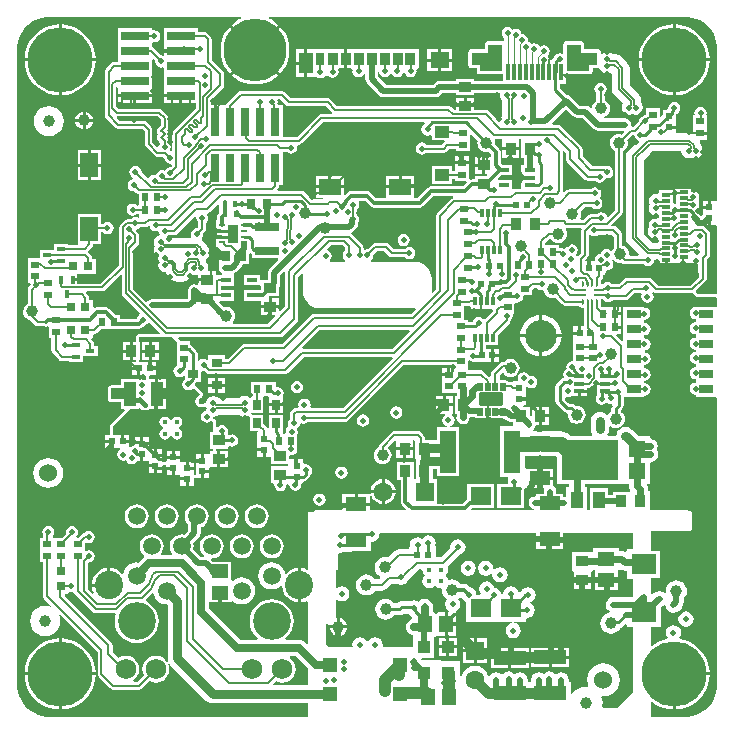
<source format=gbl>
G04*
G04 #@! TF.GenerationSoftware,Altium Limited,Altium Designer,21.2.2 (38)*
G04*
G04 Layer_Physical_Order=4*
G04 Layer_Color=16711680*
%FSLAX44Y44*%
%MOMM*%
G71*
G04*
G04 #@! TF.SameCoordinates,305E72B2-D9CB-4A17-871F-B91479A04AED*
G04*
G04*
G04 #@! TF.FilePolarity,Positive*
G04*
G01*
G75*
%ADD11C,0.2000*%
%ADD14C,0.6000*%
%ADD16C,0.2032*%
%ADD17C,0.2540*%
%ADD18C,0.1016*%
%ADD20R,0.8500X0.3500*%
%ADD21R,0.6500X0.5500*%
%ADD22R,0.6200X0.6200*%
%ADD23R,0.9000X1.0000*%
%ADD24R,0.6200X0.6200*%
%ADD26R,0.4500X0.5500*%
%ADD29R,1.2000X1.2000*%
%ADD30R,1.0000X0.9000*%
%ADD37R,0.5500X0.6500*%
%ADD99C,0.5080*%
%ADD100C,0.1297*%
%ADD101C,0.1270*%
%ADD102C,1.0000*%
%ADD103R,0.3000X0.8000*%
%ADD108C,0.3000*%
%ADD109C,0.1524*%
%ADD110C,0.3048*%
%ADD111C,0.5080*%
%ADD112C,0.4572*%
%ADD113C,0.2056*%
%ADD114C,0.1780*%
%ADD115C,0.1778*%
%ADD116C,0.7620*%
%ADD117C,1.0000*%
%ADD118C,0.5000*%
G04:AMPARAMS|DCode=121|XSize=1.3mm|YSize=0.8mm|CornerRadius=0mm|HoleSize=0mm|Usage=FLASHONLY|Rotation=45.000|XOffset=0mm|YOffset=0mm|HoleType=Round|Shape=Round|*
%AMOVALD121*
21,1,0.5000,0.8000,0.0000,0.0000,45.0*
1,1,0.8000,-0.1768,-0.1768*
1,1,0.8000,0.1768,0.1768*
%
%ADD121OVALD121*%

%ADD122O,0.5500X0.7500*%
G04:AMPARAMS|DCode=123|XSize=1.3mm|YSize=0.8mm|CornerRadius=0mm|HoleSize=0mm|Usage=FLASHONLY|Rotation=135.000|XOffset=0mm|YOffset=0mm|HoleType=Round|Shape=Round|*
%AMOVALD123*
21,1,0.5000,0.8000,0.0000,0.0000,135.0*
1,1,0.8000,0.1768,-0.1768*
1,1,0.8000,-0.1768,0.1768*
%
%ADD123OVALD123*%

%ADD124C,1.6000*%
%ADD125R,1.6000X1.6000*%
%ADD126R,1.6000X1.6000*%
%ADD127C,3.2000*%
%ADD128C,2.4000*%
%ADD129C,1.7500*%
%ADD130C,1.5000*%
%ADD131C,0.5000*%
%ADD132C,1.5240*%
%ADD133C,5.3000*%
%ADD134C,5.5000*%
%ADD135C,0.4064*%
%ADD136C,2.7000*%
%ADD138C,0.6350*%
%ADD139R,2.0000X0.8000*%
%ADD140R,0.9000X1.6000*%
%ADD141R,0.5000X0.2800*%
%ADD142R,0.7500X0.3000*%
%ADD143R,0.9000X0.4000*%
%ADD144R,1.0000X2.0000*%
%ADD145R,0.9800X0.9200*%
%ADD146R,0.6500X0.8500*%
%ADD147R,0.7000X0.9000*%
%ADD148R,1.1500X1.4500*%
%ADD149R,1.0000X1.0000*%
%ADD150R,1.8000X1.1500*%
%ADD151R,2.7000X1.1500*%
G04:AMPARAMS|DCode=152|XSize=0.2mm|YSize=0.7mm|CornerRadius=0.05mm|HoleSize=0mm|Usage=FLASHONLY|Rotation=90.000|XOffset=0mm|YOffset=0mm|HoleType=Round|Shape=RoundedRectangle|*
%AMROUNDEDRECTD152*
21,1,0.2000,0.6000,0,0,90.0*
21,1,0.1000,0.7000,0,0,90.0*
1,1,0.1000,0.3000,0.0500*
1,1,0.1000,0.3000,-0.0500*
1,1,0.1000,-0.3000,-0.0500*
1,1,0.1000,-0.3000,0.0500*
%
%ADD152ROUNDEDRECTD152*%
G04:AMPARAMS|DCode=153|XSize=0.2mm|YSize=0.5mm|CornerRadius=0.05mm|HoleSize=0mm|Usage=FLASHONLY|Rotation=0.000|XOffset=0mm|YOffset=0mm|HoleType=Round|Shape=RoundedRectangle|*
%AMROUNDEDRECTD153*
21,1,0.2000,0.4000,0,0,0.0*
21,1,0.1000,0.5000,0,0,0.0*
1,1,0.1000,0.0500,-0.2000*
1,1,0.1000,-0.0500,-0.2000*
1,1,0.1000,-0.0500,0.2000*
1,1,0.1000,0.0500,0.2000*
%
%ADD153ROUNDEDRECTD153*%
%ADD154R,0.9000X0.8000*%
%ADD155R,0.8000X0.8000*%
%ADD156R,0.8000X0.8000*%
%ADD157R,1.4000X3.5600*%
%ADD158R,1.7800X1.5200*%
%ADD159R,1.5000X2.0000*%
%ADD160R,2.4000X0.7600*%
%ADD161R,0.7600X2.4000*%
%ADD162R,1.2500X0.7600*%
%ADD163R,1.0500X1.4000*%
%ADD164R,1.4000X1.3900*%
%ADD165R,4.8600X3.3600*%
%ADD166R,1.4500X1.1500*%
G04:AMPARAMS|DCode=167|XSize=0.6mm|YSize=0.5mm|CornerRadius=0.025mm|HoleSize=0mm|Usage=FLASHONLY|Rotation=90.000|XOffset=0mm|YOffset=0mm|HoleType=Round|Shape=RoundedRectangle|*
%AMROUNDEDRECTD167*
21,1,0.6000,0.4500,0,0,90.0*
21,1,0.5500,0.5000,0,0,90.0*
1,1,0.0500,0.2250,0.2750*
1,1,0.0500,0.2250,-0.2750*
1,1,0.0500,-0.2250,-0.2750*
1,1,0.0500,-0.2250,0.2750*
%
%ADD167ROUNDEDRECTD167*%
G04:AMPARAMS|DCode=168|XSize=1.2mm|YSize=2mm|CornerRadius=0.06mm|HoleSize=0mm|Usage=FLASHONLY|Rotation=90.000|XOffset=0mm|YOffset=0mm|HoleType=Round|Shape=RoundedRectangle|*
%AMROUNDEDRECTD168*
21,1,1.2000,1.8800,0,0,90.0*
21,1,1.0800,2.0000,0,0,90.0*
1,1,0.1200,0.9400,0.5400*
1,1,0.1200,0.9400,-0.5400*
1,1,0.1200,-0.9400,-0.5400*
1,1,0.1200,-0.9400,0.5400*
%
%ADD168ROUNDEDRECTD168*%
%ADD169R,0.7100X0.3000*%
%ADD170R,0.3000X0.7100*%
%ADD171R,0.3050X1.4050*%
%ADD172R,1.5500X1.3500*%
%ADD173R,1.1700X1.8000*%
%ADD174R,1.9000X1.3500*%
%ADD175R,1.2000X1.0000*%
%ADD176R,0.8500X1.1000*%
%ADD177R,0.8750X1.1000*%
%ADD178R,0.7500X1.1000*%
%ADD179R,2.1590X1.7780*%
%ADD180C,0.1876*%
%ADD181C,0.8890*%
%ADD182C,1.2700*%
%ADD183R,1.2500X2.3000*%
%ADD184R,2.6500X1.1000*%
%ADD185R,1.9500X1.6000*%
G36*
X120640Y558849D02*
X120570Y558500D01*
X120965Y556518D01*
X122087Y554837D01*
X123768Y553715D01*
X125750Y553321D01*
X126728Y553515D01*
X127710Y552709D01*
Y548410D01*
X127710D01*
Y548390D01*
X127710D01*
Y535710D01*
X127710D01*
Y535690D01*
X127710D01*
Y530620D01*
X142250D01*
Y529350D01*
X143520D01*
Y523010D01*
X155005D01*
Y518739D01*
X135961Y499695D01*
X135259Y498645D01*
X135013Y497406D01*
Y483520D01*
X133817Y482517D01*
X133785Y482523D01*
X133188Y483705D01*
X133171Y483860D01*
X133548Y485754D01*
X133154Y487736D01*
X132031Y489417D01*
X131606Y489701D01*
Y491480D01*
X131633D01*
X131278Y493263D01*
X130829Y493935D01*
X131726Y495276D01*
X132081Y497060D01*
Y497060D01*
Y497060D01*
X132081D01*
X131726Y498843D01*
X130829Y500185D01*
X131278Y500857D01*
X131633Y502640D01*
X131606D01*
Y510668D01*
X131359Y511907D01*
X130658Y512957D01*
X126075Y517539D01*
X125025Y518241D01*
X123786Y518487D01*
X89533D01*
X87316Y520705D01*
Y536539D01*
X87440Y536622D01*
X88710Y535943D01*
X88710Y534440D01*
Y530620D01*
X103250D01*
Y529350D01*
D01*
Y530620D01*
X117790D01*
Y534440D01*
X117790Y535690D01*
X117790Y536960D01*
Y548390D01*
X117790D01*
Y548410D01*
X117790D01*
Y559903D01*
X119060Y560429D01*
X120640Y558849D01*
D02*
G37*
G36*
X193067Y596115D02*
X193320Y594845D01*
X191775Y594205D01*
X187878Y591816D01*
X185371Y589675D01*
X205000Y570046D01*
X224629Y589675D01*
X222122Y591816D01*
X218225Y594205D01*
X216681Y594844D01*
X216933Y596114D01*
X570000Y596112D01*
X571712D01*
X575106Y595665D01*
X578413Y594779D01*
X581575Y593469D01*
X584540Y591757D01*
X587256Y589673D01*
X589677Y587253D01*
X591761Y584537D01*
X593472Y581572D01*
X594782Y578409D01*
X595668Y575102D01*
X596115Y571708D01*
X596115Y569996D01*
Y441578D01*
X595389Y440609D01*
X591019D01*
Y434969D01*
X589749D01*
Y433699D01*
X584109D01*
Y428461D01*
X582839Y427934D01*
X580299Y430475D01*
X580238Y430516D01*
X580198Y430576D01*
X580162Y430600D01*
X580124Y430790D01*
X579521Y431692D01*
X579533Y433227D01*
X580852Y435201D01*
X580878Y435332D01*
X580910Y435380D01*
X581304Y437362D01*
X581293Y437419D01*
X581315Y437530D01*
X580852Y439859D01*
X580555Y440303D01*
X580701Y441036D01*
X580910Y441349D01*
X581304Y443331D01*
X580910Y445313D01*
X579787Y446993D01*
X578107Y448116D01*
X576125Y448511D01*
X575272Y448341D01*
X574290Y449147D01*
Y450674D01*
X574927Y450758D01*
X575980Y451194D01*
X557669D01*
X558388Y450714D01*
X560452Y450303D01*
X560728Y450359D01*
X561710Y449553D01*
Y438951D01*
X561193Y438267D01*
X560317Y438149D01*
X559190Y439123D01*
Y449238D01*
X546610D01*
Y447298D01*
X545628Y446492D01*
X545469Y446524D01*
X544576D01*
X542247Y446060D01*
X540272Y444741D01*
X538952Y442766D01*
X538489Y440437D01*
X538952Y438107D01*
X539390Y437452D01*
X538952Y436797D01*
X538489Y434468D01*
X538952Y432138D01*
X540272Y430163D01*
X542247Y428844D01*
X544576Y428381D01*
X545469D01*
X545628Y428412D01*
X546610Y427607D01*
Y426929D01*
X545885Y425778D01*
X543998Y425403D01*
X543500Y425502D01*
X541518Y425108D01*
X539837Y423985D01*
X538715Y422305D01*
X538321Y420323D01*
X538715Y418341D01*
X538828Y418171D01*
X537835Y416683D01*
X537371Y414354D01*
X537835Y412025D01*
X539154Y410050D01*
X541129Y408730D01*
X543458Y408267D01*
X544351D01*
X545628Y408521D01*
X546610Y407715D01*
Y405346D01*
X545935Y405212D01*
X545892Y405183D01*
X541386D01*
X533964Y412606D01*
Y475105D01*
X539084Y480226D01*
X539084Y480226D01*
X541521Y482663D01*
X566061D01*
X566519Y480359D01*
X567839Y478384D01*
X569813Y477065D01*
X572143Y476602D01*
X574472Y477065D01*
X575096Y477482D01*
X575782Y477023D01*
X578112Y476560D01*
X580441Y477023D01*
X582416Y478343D01*
X583735Y480317D01*
X584199Y482647D01*
Y483540D01*
X583735Y485869D01*
X582612Y487550D01*
Y487771D01*
X582149Y490100D01*
X581455Y491138D01*
X582134Y492408D01*
X587790D01*
Y496428D01*
X582000D01*
Y498968D01*
X587790D01*
Y502408D01*
Y512988D01*
X587790D01*
X587145Y513773D01*
X587373Y514916D01*
X586978Y516898D01*
X585856Y518578D01*
X584175Y519701D01*
X582193Y520095D01*
X580211Y519701D01*
X578531Y518578D01*
X577408Y516898D01*
X577014Y514916D01*
X577202Y513970D01*
X576396Y512988D01*
X576210D01*
Y502408D01*
Y497761D01*
X575328Y497290D01*
X574940Y497197D01*
X572750Y497633D01*
X561544D01*
Y501645D01*
X555904D01*
Y504185D01*
X561544D01*
Y506275D01*
Y513370D01*
X561619Y513745D01*
Y514171D01*
X561898Y514226D01*
X563578Y515349D01*
X564701Y517030D01*
X565095Y519012D01*
X564701Y520994D01*
X563578Y522674D01*
X561898Y523797D01*
X559916Y524191D01*
X557934Y523797D01*
X556253Y522674D01*
X555131Y520994D01*
X554736Y519012D01*
X554796Y518713D01*
X554145Y517740D01*
X554122Y517621D01*
X554074Y517630D01*
X553699Y517555D01*
X550264D01*
Y514121D01*
X550190Y513745D01*
X550264Y513370D01*
Y513117D01*
X549838Y512832D01*
X548853Y511847D01*
X547680Y512333D01*
Y518705D01*
X536100D01*
Y514065D01*
X535243Y512991D01*
X533261Y512597D01*
X531580Y511474D01*
X530458Y509794D01*
X530083Y507911D01*
X525531Y503359D01*
X524220Y503410D01*
X523409Y504423D01*
X523539Y505079D01*
X523145Y507061D01*
X522022Y508741D01*
X520342Y509864D01*
X518359Y510258D01*
X518295Y510245D01*
X500489D01*
X500237Y511515D01*
X501802Y512164D01*
X503378Y513372D01*
X504586Y514948D01*
X505346Y516782D01*
X505605Y518750D01*
X505346Y520718D01*
X504586Y522552D01*
X503378Y524128D01*
X501802Y525336D01*
X501216Y525579D01*
Y531495D01*
X501253Y531520D01*
X502376Y533200D01*
X502770Y535182D01*
X502376Y537164D01*
X501253Y538845D01*
X499573Y539967D01*
X497591Y540362D01*
X495608Y539967D01*
X493928Y538845D01*
X492805Y537164D01*
X492411Y535182D01*
X492805Y533200D01*
X493928Y531520D01*
X493965Y531495D01*
Y525158D01*
X492622Y524128D01*
X491414Y522552D01*
X490654Y520718D01*
X490467Y519299D01*
X489166Y518804D01*
X488307Y519663D01*
X486627Y520785D01*
X484645Y521180D01*
X479646D01*
X471913Y528913D01*
X470232Y530035D01*
X468642Y530352D01*
X463050Y535944D01*
Y539740D01*
X468230D01*
Y547358D01*
X468665Y547715D01*
X488165D01*
X489156Y547912D01*
X489996Y548474D01*
X490558Y549314D01*
X490755Y550305D01*
Y552715D01*
X495165D01*
X496156Y552912D01*
X497330Y552169D01*
X497376Y551936D01*
X498696Y549961D01*
X500671Y548642D01*
X503000Y548179D01*
X503893D01*
X505893Y548576D01*
X507163Y547859D01*
Y534750D01*
X507626Y532421D01*
X508946Y530446D01*
X516236Y523156D01*
X515821Y522536D01*
X515358Y520207D01*
Y519314D01*
X515821Y516984D01*
X517141Y515010D01*
X519115Y513690D01*
X521445Y513227D01*
X523774Y513690D01*
X524398Y514107D01*
X525084Y513648D01*
X527414Y513185D01*
X529743Y513648D01*
X531718Y514968D01*
X533037Y516943D01*
X533501Y519272D01*
Y520165D01*
X533037Y522495D01*
X531945Y524129D01*
Y526096D01*
X531482Y528425D01*
X530162Y530400D01*
X522133Y538429D01*
Y543145D01*
X522133Y543145D01*
Y553040D01*
X521670Y555369D01*
X520350Y557344D01*
X514773Y562921D01*
X512798Y564241D01*
X510469Y564704D01*
X507991D01*
X506264Y565858D01*
X503935Y566321D01*
X503042D01*
X500712Y565858D01*
X499025Y564730D01*
X497755Y565179D01*
Y566305D01*
X497557Y567296D01*
X496996Y568136D01*
X496156Y568697D01*
X495165Y568895D01*
X488166D01*
X488165Y568895D01*
X483756D01*
Y573307D01*
X483559Y574298D01*
X482998Y575138D01*
X482158Y575699D01*
X481167Y575896D01*
X468667D01*
X467676Y575699D01*
X466835Y575138D01*
X466274Y574298D01*
X466077Y573307D01*
Y566314D01*
X466075Y566305D01*
Y565529D01*
X464955Y564930D01*
X464781Y565047D01*
X462799Y565441D01*
X460817Y565047D01*
X459136Y563924D01*
X458082Y562347D01*
X456673Y560938D01*
X455937Y559837D01*
X455629Y559753D01*
X454271Y560431D01*
X454025Y561667D01*
X453570Y562347D01*
X452980Y563466D01*
X453598Y564410D01*
X454097Y565157D01*
X454491Y567139D01*
X454097Y569121D01*
X452974Y570802D01*
X451294Y571924D01*
X449312Y572319D01*
X447330Y571924D01*
X446140Y571129D01*
X445241Y572475D01*
X443560Y573598D01*
X441578Y573992D01*
X439596Y573598D01*
X438990Y573193D01*
X438400Y574076D01*
X436720Y575199D01*
X436047Y575332D01*
X436311Y576662D01*
X435917Y578644D01*
X434794Y580324D01*
X433114Y581447D01*
X431132Y581842D01*
X430577Y581731D01*
X430319Y583030D01*
X429196Y584711D01*
X427516Y585834D01*
X425533Y586228D01*
X423551Y585834D01*
X423089Y585524D01*
X422663Y586162D01*
X420982Y587285D01*
X419000Y587679D01*
X417018Y587285D01*
X415337Y586162D01*
X414215Y584482D01*
X413820Y582500D01*
X414215Y580518D01*
X415337Y578838D01*
X416057Y578357D01*
Y576843D01*
X414787Y575872D01*
X414666Y575896D01*
X402166D01*
X401175Y575699D01*
X400335Y575137D01*
X399774Y574297D01*
X399577Y573306D01*
Y568895D01*
X395165D01*
X395164Y568895D01*
X388165D01*
X387174Y568697D01*
X386334Y568136D01*
X385773Y567296D01*
X385575Y566305D01*
Y555305D01*
X385773Y554314D01*
X386334Y553474D01*
X387174Y552912D01*
X388165Y552715D01*
X392575D01*
Y550305D01*
X392773Y549314D01*
X393334Y548474D01*
X394174Y547912D01*
X395165Y547715D01*
X414665D01*
X415100Y547358D01*
Y541930D01*
X390432D01*
Y543838D01*
X375352D01*
Y541930D01*
X361096D01*
X359114Y541535D01*
X357433Y540412D01*
X355700Y538680D01*
X315895D01*
X308804Y545770D01*
Y549578D01*
X310075Y549703D01*
X310314Y548501D01*
X311437Y546820D01*
X313117Y545698D01*
X315099Y545303D01*
X317081Y545698D01*
X318762Y546820D01*
X319619Y548103D01*
X319868Y548170D01*
X320929Y548138D01*
X321030Y548103D01*
X321937Y546745D01*
X323618Y545622D01*
X325600Y545228D01*
X327582Y545622D01*
X329262Y546745D01*
X330385Y548426D01*
X330475Y548880D01*
X331770D01*
X331869Y548383D01*
X332992Y546703D01*
X334672Y545580D01*
X336654Y545186D01*
X338636Y545580D01*
X340317Y546703D01*
X341439Y548383D01*
X341834Y550365D01*
X341645Y551315D01*
X342687Y552585D01*
X343415D01*
Y568665D01*
X282895D01*
Y560625D01*
Y552585D01*
X286658D01*
X287643Y551315D01*
X287428Y550233D01*
X287822Y548251D01*
X288945Y546571D01*
X290625Y545448D01*
X292607Y545054D01*
X294589Y545448D01*
X296270Y546571D01*
X297176Y547927D01*
X298445Y547541D01*
Y543625D01*
X298840Y541643D01*
X299963Y539963D01*
X310088Y529837D01*
X311768Y528715D01*
X313750Y528321D01*
X313750Y528321D01*
X357846D01*
X359828Y528715D01*
X361508Y529837D01*
X363241Y531571D01*
X375352D01*
Y529758D01*
X390432D01*
Y531571D01*
X412021D01*
X412826Y530589D01*
X412659Y529750D01*
Y528927D01*
X413104Y526692D01*
X414370Y524797D01*
X414487Y524679D01*
Y512571D01*
X414370Y512453D01*
X413104Y510558D01*
X412659Y508323D01*
Y508148D01*
X411389Y507622D01*
X402705Y516306D01*
X401613Y517036D01*
X400324Y517293D01*
X390432D01*
Y519528D01*
X375352D01*
Y517293D01*
X373995D01*
X371102Y520186D01*
X370010Y520916D01*
X368721Y521172D01*
X274066D01*
X268829Y526408D01*
X267737Y527138D01*
X266449Y527394D01*
X235117D01*
X229881Y532631D01*
X228788Y533360D01*
X227500Y533617D01*
X193000D01*
X191712Y533360D01*
X190619Y532631D01*
X181469Y523481D01*
X180740Y522388D01*
X180621Y521790D01*
X177510D01*
Y521790D01*
X177490D01*
Y521790D01*
X172420D01*
Y507250D01*
X169880D01*
Y521790D01*
X167487D01*
Y525909D01*
X177601Y536023D01*
X178303Y537074D01*
X178550Y538312D01*
Y547938D01*
X178303Y549176D01*
X177601Y550227D01*
X168237Y559591D01*
Y577516D01*
X167991Y578755D01*
X167289Y579805D01*
X164655Y582439D01*
X163605Y583141D01*
X162366Y583387D01*
X156790D01*
Y586490D01*
X127710D01*
Y573810D01*
X127710D01*
Y573790D01*
X127710D01*
Y568720D01*
X142250D01*
Y566180D01*
X127710D01*
Y564291D01*
X126728Y563485D01*
X125750Y563680D01*
X125401Y563610D01*
X119181Y569831D01*
X118088Y570560D01*
X117790Y570620D01*
X117790Y573666D01*
X117955Y574095D01*
X118772Y574765D01*
X119750Y574571D01*
X121732Y574965D01*
X123413Y576087D01*
X124535Y577768D01*
X124930Y579750D01*
X124535Y581732D01*
X123413Y583413D01*
X121732Y584535D01*
X119750Y584930D01*
X118772Y584735D01*
X117790Y585541D01*
Y586490D01*
X88710D01*
Y575060D01*
X88710Y573810D01*
X88710Y572540D01*
Y561110D01*
X88710D01*
Y561090D01*
X88710D01*
Y557987D01*
X85750D01*
X84511Y557741D01*
X83461Y557039D01*
X78678Y552256D01*
X77976Y551205D01*
X77730Y549967D01*
Y513033D01*
X77976Y511795D01*
X78678Y510744D01*
X86911Y502511D01*
X87961Y501809D01*
X89200Y501563D01*
X109586D01*
X111651Y499497D01*
Y488670D01*
X111897Y487431D01*
X112599Y486381D01*
X120064Y478916D01*
X121115Y478214D01*
X122353Y477968D01*
X127039D01*
X127966Y476896D01*
X127964Y476889D01*
X128359Y474907D01*
X129481Y473226D01*
X131162Y472104D01*
X133144Y471709D01*
X133741Y471828D01*
X134794Y470984D01*
X134830Y469910D01*
X133813Y468893D01*
X133312Y468993D01*
X131330Y468598D01*
X129649Y467476D01*
X128668Y466007D01*
X128343Y466224D01*
X126361Y466618D01*
X124379Y466224D01*
X122698Y465101D01*
X121575Y463421D01*
X121407Y462573D01*
X120143Y462824D01*
X118161Y462430D01*
X116481Y461307D01*
X115487Y459820D01*
X114116Y459396D01*
X108860Y464651D01*
X108930Y465000D01*
X108535Y466982D01*
X107413Y468662D01*
X105732Y469785D01*
X103750Y470179D01*
X101768Y469785D01*
X100087Y468662D01*
X98965Y466982D01*
X98570Y465000D01*
X98965Y463018D01*
X100087Y461338D01*
X101768Y460215D01*
X102027Y460163D01*
Y458868D01*
X100352Y458535D01*
X98671Y457412D01*
X97549Y455732D01*
X97154Y453750D01*
X97549Y451768D01*
X98671Y450088D01*
X100352Y448965D01*
X102334Y448571D01*
X102836Y448670D01*
X104545Y446961D01*
X105595Y446259D01*
X106710Y446037D01*
Y438290D01*
X106710D01*
Y436547D01*
X105440Y436162D01*
X105111Y436655D01*
X103430Y437777D01*
X101448Y438172D01*
X99466Y437777D01*
X97786Y436655D01*
X96663Y434974D01*
X96269Y432992D01*
X96663Y431010D01*
X97786Y429330D01*
X99466Y428207D01*
X101448Y427813D01*
X103430Y428207D01*
X105011Y429263D01*
X106710D01*
Y427118D01*
X105595Y426335D01*
X105502Y426398D01*
X103520Y426792D01*
X101538Y426398D01*
X99857Y425275D01*
X99573Y424850D01*
X96877D01*
X95638Y424603D01*
X94588Y423902D01*
X91163Y420476D01*
X90461Y419426D01*
X90215Y418187D01*
Y386159D01*
X74442Y370387D01*
X54650D01*
Y372233D01*
X50610D01*
Y374773D01*
X54650D01*
Y378460D01*
X70290D01*
Y391540D01*
X66994D01*
Y392066D01*
X66747Y393305D01*
X66046Y394355D01*
X63867Y396534D01*
X63382Y397626D01*
X63882Y398249D01*
X67053Y401420D01*
X67754Y402470D01*
X68001Y403709D01*
Y404210D01*
X74804D01*
Y414263D01*
X76053D01*
X76337Y413838D01*
X78018Y412715D01*
X80000Y412321D01*
X81982Y412715D01*
X83663Y413838D01*
X84785Y415518D01*
X85180Y417500D01*
X84785Y419482D01*
X83663Y421162D01*
X81982Y422285D01*
X80000Y422679D01*
X78018Y422285D01*
X76337Y421162D01*
X76053Y420737D01*
X74804D01*
Y429290D01*
X54724D01*
Y404210D01*
X54006Y403237D01*
X46940D01*
Y403860D01*
X34760D01*
Y400122D01*
X34740Y398860D01*
X22560D01*
Y391741D01*
X12852D01*
Y381161D01*
Y371161D01*
X13903D01*
X14946Y369891D01*
X14791Y369113D01*
X14800Y369070D01*
X13686Y367956D01*
X12900Y366780D01*
X12624Y365393D01*
X12624Y365393D01*
Y353659D01*
X12448Y353586D01*
X10872Y352378D01*
X9664Y350802D01*
X8904Y348968D01*
X8645Y347000D01*
X8904Y345032D01*
X9664Y343198D01*
X10872Y341622D01*
X12448Y340414D01*
X13963Y339786D01*
X18372Y335378D01*
X18372Y335378D01*
X19548Y334592D01*
X20935Y334316D01*
X20936Y334316D01*
X26997D01*
X28227Y334071D01*
X29144Y334253D01*
X30353Y333419D01*
X30415Y333310D01*
Y324342D01*
X32579D01*
Y313796D01*
X32579Y313796D01*
X32855Y312408D01*
X33641Y311232D01*
X39027Y305846D01*
X39027Y305846D01*
X40203Y305060D01*
X41591Y304784D01*
X41591Y304784D01*
X47275D01*
Y304369D01*
X59455D01*
Y308108D01*
X59475Y309369D01*
X71655D01*
Y317449D01*
X68931D01*
Y319435D01*
X68675Y320724D01*
X67945Y321816D01*
X66501Y323260D01*
X66987Y324434D01*
X67955D01*
Y326297D01*
X68495Y327348D01*
X69882Y327624D01*
X71058Y328410D01*
X74831Y332183D01*
X90783D01*
Y332371D01*
X107064D01*
X108650Y332686D01*
X109994Y333585D01*
X111536Y335126D01*
X111982Y335215D01*
X113663Y336338D01*
X114211Y337158D01*
X115843Y337322D01*
X124402Y328763D01*
X123916Y327590D01*
X106721Y327590D01*
X105730Y327393D01*
X104890Y326831D01*
X104329Y325991D01*
X104132Y325000D01*
Y320790D01*
X101520D01*
Y313250D01*
Y305710D01*
X104132D01*
Y304282D01*
X101081D01*
Y299912D01*
X106721D01*
Y298642D01*
X107992D01*
Y293002D01*
X111436D01*
X111678Y292890D01*
X112367Y292344D01*
X112490Y291732D01*
X112465Y291478D01*
X112502Y291355D01*
Y291227D01*
X112572Y290871D01*
X112602Y290568D01*
Y290187D01*
X112652Y290069D01*
X112661Y289971D01*
X112569Y289860D01*
X111671Y289106D01*
X111654Y289116D01*
X109672Y289511D01*
X107690Y289116D01*
X107452Y288958D01*
X106332Y289556D01*
Y289711D01*
X91252D01*
Y284261D01*
X83292D01*
X82301Y284063D01*
X81461Y283502D01*
X80899Y282662D01*
X80702Y281671D01*
Y272671D01*
X80899Y271680D01*
X81461Y270840D01*
X82301Y270278D01*
X83292Y270081D01*
X91252D01*
Y264631D01*
X94309D01*
X94795Y263458D01*
X83169Y251831D01*
X82607Y250991D01*
X82410Y250000D01*
Y242390D01*
X78360D01*
Y238020D01*
X84000D01*
Y236750D01*
X85270D01*
Y231110D01*
X90298D01*
X90683Y229840D01*
X89839Y229276D01*
X88716Y227596D01*
X88322Y225613D01*
X88716Y223631D01*
X89839Y221951D01*
X91519Y220828D01*
X93501Y220434D01*
X94460Y220625D01*
X95751Y220642D01*
X96874Y218962D01*
X98554Y217839D01*
X100537Y217445D01*
X102519Y217839D01*
X104199Y218962D01*
X104966Y220110D01*
X107980D01*
Y225750D01*
X110520D01*
Y220110D01*
X114860D01*
Y217270D01*
X120500D01*
Y216000D01*
X121770D01*
Y210360D01*
X126140D01*
Y215695D01*
X126190Y215818D01*
X126483Y216217D01*
X127410Y216706D01*
X128335Y216522D01*
X128826D01*
X129316Y216517D01*
X129477Y216340D01*
X130070Y215520D01*
X135750D01*
Y214250D01*
X137020D01*
Y208610D01*
X141390D01*
X141860Y207535D01*
Y206270D01*
X147500D01*
Y205000D01*
X148770D01*
Y199360D01*
X153140D01*
Y205810D01*
X154610D01*
X154860Y205860D01*
X158980D01*
Y211500D01*
X160250D01*
Y212770D01*
X165890D01*
Y213780D01*
X166710Y214710D01*
X172980D01*
Y221750D01*
Y228790D01*
X171840D01*
Y230710D01*
X181790D01*
Y232462D01*
X183060Y233141D01*
X183455Y232877D01*
X185437Y232482D01*
X187419Y232877D01*
X189100Y234000D01*
X190222Y235680D01*
X190617Y237662D01*
X190222Y239644D01*
X189100Y241325D01*
X187419Y242447D01*
X185437Y242841D01*
X183455Y242447D01*
X183060Y242183D01*
X181790Y242862D01*
Y244189D01*
X182087Y245682D01*
X181693Y247664D01*
X180570Y249345D01*
X178890Y250467D01*
X176908Y250861D01*
X174925Y250467D01*
X173245Y249345D01*
X173110Y249142D01*
X171840Y249527D01*
Y253548D01*
X171744Y254027D01*
X171643Y254538D01*
X171643Y254538D01*
X171643Y254539D01*
X171372Y254944D01*
X171082Y255378D01*
X171082Y255379D01*
X171081Y255379D01*
X170648Y255669D01*
X170242Y255940D01*
X169372Y256301D01*
X169196Y256336D01*
X169430Y257579D01*
X170023D01*
X172259Y258023D01*
X174153Y259289D01*
X174382Y259518D01*
X191342D01*
X191490Y259370D01*
X191491Y259370D01*
X193385Y258104D01*
X195620Y257659D01*
X196413D01*
X198648Y258104D01*
X199310Y258546D01*
X200579Y257867D01*
Y245738D01*
X207065D01*
X207265Y245438D01*
X206980Y244168D01*
X206980D01*
Y232888D01*
Y230798D01*
X212620D01*
Y229528D01*
X213890D01*
Y223888D01*
X218260D01*
X218930Y222896D01*
Y217288D01*
X232854D01*
X233294Y216528D01*
X232854Y215768D01*
X218930D01*
Y201488D01*
X220539D01*
X221345Y200506D01*
X221227Y199911D01*
X221621Y197929D01*
X222744Y196249D01*
X224424Y195126D01*
X226406Y194732D01*
X228388Y195126D01*
X230069Y196249D01*
X231191Y197929D01*
X231586Y199911D01*
X232589Y200940D01*
X232964Y200943D01*
X233892Y200120D01*
X234286Y198137D01*
X235409Y196457D01*
X237090Y195334D01*
X239072Y194940D01*
X241054Y195334D01*
X242734Y196457D01*
X243857Y198137D01*
X244251Y200120D01*
X244194Y200406D01*
X245000Y201388D01*
X245760D01*
Y202690D01*
X247028Y202942D01*
X248288Y203784D01*
X250492Y205987D01*
X251334Y207247D01*
X251591Y208542D01*
X251738Y208640D01*
X252861Y210321D01*
X253255Y212303D01*
X252861Y214285D01*
X251738Y215965D01*
X250058Y217088D01*
X248076Y217482D01*
X247030Y217274D01*
X245760Y218276D01*
Y221668D01*
X241390D01*
Y216028D01*
X238850D01*
Y221668D01*
X235079D01*
X234480Y221668D01*
X233810Y222661D01*
Y224244D01*
X234791Y225050D01*
X235710Y224867D01*
X237692Y225262D01*
X239373Y226384D01*
X240495Y228065D01*
X240890Y230047D01*
X240663Y231188D01*
X240910Y231488D01*
X240910D01*
Y243068D01*
X240910Y243068D01*
X240910D01*
X241005Y244299D01*
X241174Y245150D01*
X240780Y247132D01*
X240310Y247835D01*
X241608Y248702D01*
X242731Y250382D01*
X242902Y251246D01*
X244055Y252004D01*
X246037Y251609D01*
X248019Y252004D01*
X249699Y253127D01*
X249983Y253552D01*
X281789D01*
X283028Y253798D01*
X284078Y254500D01*
X330925Y301347D01*
X373616D01*
Y299295D01*
X372606Y298667D01*
X370074D01*
Y293377D01*
X368803D01*
Y292107D01*
X363013D01*
Y288087D01*
Y278087D01*
X375681D01*
Y275459D01*
X374290D01*
Y260379D01*
X375681D01*
Y257805D01*
X375556Y257173D01*
X375986Y255011D01*
X377210Y253179D01*
X379043Y251954D01*
X381204Y251524D01*
X383366Y251954D01*
X385198Y253179D01*
X385324Y253305D01*
X385324Y253305D01*
X386549Y255137D01*
X386979Y257299D01*
X388132Y257685D01*
X390701D01*
X391128Y257045D01*
X392051Y256429D01*
X393140Y256212D01*
X397640D01*
X398640Y256411D01*
X399640Y256212D01*
X400620D01*
Y261807D01*
X403160D01*
Y256212D01*
X404140D01*
X405140Y256411D01*
X406140Y256212D01*
X410640D01*
X411640Y256411D01*
X412640Y256212D01*
X414668D01*
X414890Y256168D01*
X416565D01*
X417795Y254938D01*
X419462Y253824D01*
X421428Y253433D01*
X423460D01*
Y250997D01*
X423459D01*
X423137Y249860D01*
X411990D01*
Y206640D01*
X418906D01*
X419585Y205370D01*
X419227Y204834D01*
X418833Y202852D01*
X419008Y201972D01*
X418202Y200990D01*
X410260D01*
Y180710D01*
X433140D01*
Y196805D01*
X433184Y197027D01*
X434398Y197244D01*
X434432Y197213D01*
Y197213D01*
X444702D01*
Y205504D01*
Y213794D01*
X434432D01*
X433610Y214723D01*
Y224752D01*
X443322D01*
X445972Y225101D01*
X448622Y224752D01*
X459800D01*
X460718Y223835D01*
Y200394D01*
X470631D01*
Y198410D01*
X468146D01*
Y190647D01*
X467145Y189831D01*
X466040Y190063D01*
Y192540D01*
X460112D01*
Y194378D01*
X459717Y196360D01*
X458595Y198041D01*
X457512Y198764D01*
Y204233D01*
X447242D01*
Y197213D01*
X449306D01*
X450064Y195944D01*
X449753Y194378D01*
Y192540D01*
X442960D01*
Y191035D01*
X441751Y190004D01*
X439768Y189610D01*
X438088Y188487D01*
X436965Y186807D01*
X436571Y184825D01*
X436965Y182842D01*
X438088Y181162D01*
X438270Y180981D01*
X438270Y180981D01*
X439950Y179858D01*
X441199Y179610D01*
X441073Y178340D01*
X388474D01*
X387988Y179513D01*
X389157Y180682D01*
X389298Y180710D01*
X407740D01*
Y200990D01*
X384860D01*
Y187912D01*
X384487Y187663D01*
X380971Y184146D01*
X359073D01*
Y204874D01*
X355315D01*
Y213359D01*
X358660D01*
Y207910D01*
X377740D01*
Y248590D01*
X370584D01*
X370460Y249860D01*
X370770Y249922D01*
X372450Y251045D01*
X373573Y252725D01*
X373967Y254707D01*
X373573Y256689D01*
X372450Y258369D01*
X371343Y259109D01*
X371728Y260379D01*
X372370D01*
Y266649D01*
X365330D01*
X358290D01*
Y260379D01*
X365847D01*
X366232Y259109D01*
X365125Y258369D01*
X364002Y256689D01*
X363608Y254707D01*
X364002Y252725D01*
X365125Y251045D01*
X366805Y249922D01*
X367116Y249860D01*
X366991Y248590D01*
X358660D01*
Y237674D01*
X354765D01*
Y237938D01*
X348617D01*
Y240000D01*
X348360Y241288D01*
X347631Y242381D01*
X345381Y244631D01*
X344288Y245360D01*
X343000Y245617D01*
X322992D01*
X321704Y245360D01*
X320611Y244631D01*
X310619Y234639D01*
X309890Y233546D01*
X309633Y232258D01*
Y232017D01*
X309198Y231836D01*
X307622Y230628D01*
X306414Y229053D01*
X305654Y227218D01*
X305395Y225250D01*
X305654Y223282D01*
X306414Y221448D01*
X307622Y219872D01*
X309198Y218664D01*
X311032Y217904D01*
X313000Y217645D01*
X314968Y217904D01*
X316803Y218664D01*
X318378Y219872D01*
X319586Y221448D01*
X320346Y223282D01*
X320605Y225250D01*
X320346Y227218D01*
X319586Y229053D01*
X318378Y230628D01*
X317870Y231017D01*
X317787Y232284D01*
X323415Y237912D01*
X324685Y237386D01*
Y231668D01*
X331725D01*
X338765D01*
Y237613D01*
X338765Y237938D01*
X338911Y238114D01*
X339488D01*
X340685Y236905D01*
Y222858D01*
X340690D01*
X341592Y221588D01*
X341243Y219833D01*
Y219068D01*
X341235D01*
Y204874D01*
X339315D01*
Y219068D01*
X325235D01*
Y203988D01*
X328241D01*
Y185834D01*
X328554Y184258D01*
X329447Y182922D01*
X332856Y179513D01*
X332370Y178340D01*
X302132D01*
Y182448D01*
X279052D01*
Y178340D01*
X270443D01*
X270385Y178379D01*
X269394Y178576D01*
X257144D01*
X256153Y178379D01*
X255312Y177817D01*
X254934Y177250D01*
X250000D01*
X250000Y129125D01*
X248730Y128276D01*
X246341Y129266D01*
X243815Y129598D01*
Y115100D01*
Y100602D01*
X246341Y100934D01*
X248730Y101924D01*
X250000Y101075D01*
X250000Y65853D01*
X248866Y65191D01*
X247325Y66732D01*
X245866Y67851D01*
X244167Y68555D01*
X242344Y68795D01*
X231019D01*
X230564Y70065D01*
X232223Y71427D01*
X234540Y74250D01*
X236262Y77471D01*
X237322Y80965D01*
X237680Y84600D01*
X237322Y88235D01*
X236262Y91729D01*
X234540Y94950D01*
X232223Y97773D01*
X229400Y100090D01*
X226179Y101812D01*
X222684Y102872D01*
X219050Y103230D01*
X215415Y102872D01*
X211921Y101812D01*
X208700Y100090D01*
X205877Y97773D01*
X203560Y94950D01*
X201838Y91729D01*
X200778Y88235D01*
X200420Y84600D01*
X200778Y80965D01*
X201838Y77471D01*
X203560Y74250D01*
X205877Y71427D01*
X207536Y70065D01*
X207081Y68795D01*
X192914D01*
X166295Y95414D01*
Y100484D01*
X173980D01*
Y108774D01*
X176520D01*
Y100484D01*
X185040D01*
Y100950D01*
X186310Y101576D01*
X187946Y100321D01*
X190697Y99181D01*
X193650Y98792D01*
X196602Y99181D01*
X199354Y100321D01*
X201716Y102134D01*
X203529Y104496D01*
X204669Y107247D01*
X205058Y110200D01*
X204669Y113153D01*
X203529Y115904D01*
X201716Y118266D01*
X199354Y120079D01*
X196602Y121219D01*
X193650Y121608D01*
X190697Y121219D01*
X187946Y120079D01*
X186310Y118824D01*
X185040Y119450D01*
Y135064D01*
X169511D01*
X167827Y136748D01*
X168125Y137611D01*
X168381Y137991D01*
X170871Y138318D01*
X173313Y139330D01*
X175411Y140939D01*
X177020Y143037D01*
X178032Y145479D01*
X178377Y148100D01*
X178032Y150721D01*
X177020Y153163D01*
X175411Y155261D01*
X173313Y156870D01*
X170871Y157881D01*
X168250Y158227D01*
X165629Y157881D01*
X163187Y156870D01*
X161089Y155261D01*
X159480Y153163D01*
X158468Y150721D01*
X158123Y148100D01*
X158468Y145479D01*
X159480Y143037D01*
X161089Y140939D01*
X161869Y140341D01*
X161437Y139071D01*
X159204D01*
X152651Y145624D01*
X152977Y148100D01*
X152651Y150576D01*
X157314Y155239D01*
X157314Y155239D01*
X158437Y156920D01*
X158831Y158902D01*
Y163992D01*
X160613Y164730D01*
X162711Y166339D01*
X164320Y168437D01*
X165332Y170879D01*
X165677Y173500D01*
X165332Y176121D01*
X164320Y178563D01*
X162711Y180661D01*
X160613Y182270D01*
X158171Y183281D01*
X155550Y183627D01*
X152929Y183281D01*
X150487Y182270D01*
X148389Y180661D01*
X146780Y178563D01*
X145768Y176121D01*
X145423Y173500D01*
X145768Y170879D01*
X146780Y168437D01*
X148389Y166339D01*
X148472Y166276D01*
Y161047D01*
X145326Y157901D01*
X142850Y158227D01*
X140229Y157881D01*
X137787Y156870D01*
X135689Y155261D01*
X134080Y153163D01*
X133068Y150721D01*
X132723Y148100D01*
X133068Y145479D01*
X134080Y143037D01*
X135062Y141756D01*
X134436Y140486D01*
X125864D01*
X125238Y141756D01*
X126220Y143037D01*
X127232Y145479D01*
X127577Y148100D01*
X127232Y150721D01*
X126220Y153163D01*
X124611Y155261D01*
X122513Y156870D01*
X120071Y157881D01*
X117450Y158227D01*
X114829Y157881D01*
X112387Y156870D01*
X110289Y155261D01*
X108680Y153163D01*
X107668Y150721D01*
X107323Y148100D01*
X107668Y145479D01*
X108680Y143037D01*
X110289Y140939D01*
X110993Y140399D01*
X110993Y138798D01*
X110504Y138423D01*
X106198Y134117D01*
X104750Y134308D01*
X101798Y133919D01*
X99046Y132779D01*
X96684Y130966D01*
X94871Y128604D01*
X93731Y125852D01*
X93596Y124829D01*
X92370Y124500D01*
X91625Y125470D01*
X88588Y127801D01*
X85051Y129266D01*
X82525Y129598D01*
Y115100D01*
X81255D01*
Y113830D01*
X66757D01*
X67089Y111304D01*
X68260Y108477D01*
X67184Y107758D01*
X63311Y111630D01*
Y133328D01*
X64110Y134369D01*
X66092Y134763D01*
X67773Y135886D01*
X68896Y137566D01*
X69290Y139548D01*
X68896Y141530D01*
X67773Y143211D01*
X66092Y144333D01*
X64110Y144728D01*
X62128Y144333D01*
X61797Y144112D01*
X61399Y144325D01*
X60708Y144912D01*
Y150753D01*
X61756Y151551D01*
X62293Y151192D01*
X64275Y150797D01*
X66257Y151192D01*
X67937Y152314D01*
X69060Y153995D01*
X69455Y155977D01*
X69060Y157959D01*
X67937Y159639D01*
X66257Y160762D01*
X64275Y161156D01*
X62293Y160762D01*
X60613Y159639D01*
X60212Y159039D01*
X59416Y158881D01*
X58324Y158151D01*
X55447Y155274D01*
X54183D01*
X53801Y156544D01*
X54785Y158018D01*
X55180Y160000D01*
X54785Y161982D01*
X53663Y163662D01*
X51982Y164785D01*
X50000Y165180D01*
X48018Y164785D01*
X46337Y163662D01*
X45215Y161982D01*
X44820Y160000D01*
X45056Y158816D01*
X41514Y155274D01*
X35196D01*
Y155274D01*
X34790D01*
X33910Y156180D01*
X33801Y156544D01*
X34785Y158018D01*
X35180Y160000D01*
X34785Y161982D01*
X33663Y163662D01*
X31982Y164785D01*
X30000Y165180D01*
X28018Y164785D01*
X26337Y163662D01*
X25215Y161982D01*
X24820Y160000D01*
X25215Y158018D01*
X25633Y157392D01*
Y155274D01*
X23210D01*
Y144694D01*
Y134694D01*
X25633D01*
Y106000D01*
X25890Y104712D01*
X26619Y103619D01*
X32637Y97602D01*
X31918Y96525D01*
X30556Y97089D01*
X27250Y97524D01*
X23944Y97089D01*
X20863Y95813D01*
X18217Y93783D01*
X16187Y91137D01*
X14911Y88056D01*
X14476Y84750D01*
X14911Y81444D01*
X16187Y78363D01*
X18217Y75717D01*
X20863Y73687D01*
X23944Y72411D01*
X27250Y71976D01*
X30556Y72411D01*
X33637Y73687D01*
X36283Y75717D01*
X38313Y78363D01*
X39589Y81444D01*
X40024Y84750D01*
X39589Y88056D01*
X39025Y89418D01*
X40102Y90137D01*
X71633Y58605D01*
Y40000D01*
X71890Y38712D01*
X72619Y37619D01*
X82619Y27619D01*
X83712Y26890D01*
X85000Y26633D01*
X107000D01*
X108288Y26890D01*
X109381Y27619D01*
X115726Y33965D01*
X118053Y33001D01*
X121000Y32613D01*
X123947Y33001D01*
X126694Y34138D01*
X129052Y35948D01*
X130862Y38306D01*
X131999Y41053D01*
X132387Y44000D01*
X131999Y46947D01*
X131547Y48040D01*
X132656Y48680D01*
X133335Y47796D01*
X163815Y17315D01*
X163815Y17315D01*
X165407Y16094D01*
X167261Y15326D01*
X169250Y15064D01*
X169250Y15064D01*
X250000D01*
Y3881D01*
X28288D01*
X24894Y4328D01*
X21587Y5214D01*
X18424Y6524D01*
X15460Y8236D01*
X12744Y10320D01*
X10323Y12740D01*
X8239Y15457D01*
X6527Y18421D01*
X5217Y21584D01*
X4331Y24891D01*
X3884Y28285D01*
X3884Y29997D01*
X3884Y569997D01*
Y571708D01*
X4331Y575102D01*
X5217Y578409D01*
X6527Y581572D01*
X8239Y584537D01*
X10323Y587253D01*
X12744Y589673D01*
X15460Y591757D01*
X18424Y593469D01*
X21587Y594779D01*
X24894Y595665D01*
X28292Y596113D01*
X30007Y596115D01*
X193067Y596115D01*
D02*
G37*
G36*
X473838Y512337D02*
X475518Y511215D01*
X477500Y510821D01*
X477500Y510821D01*
X482499D01*
X491917Y501403D01*
X493597Y500280D01*
X495579Y499886D01*
X517075D01*
X517601Y498616D01*
X515607Y496622D01*
X515042Y496856D01*
X513073Y497115D01*
X511105Y496856D01*
X509271Y496096D01*
X507696Y494887D01*
X506487Y493312D01*
X505727Y491478D01*
X505468Y489510D01*
X505727Y487542D01*
X506487Y485707D01*
X507696Y484132D01*
X509271Y482924D01*
X509836Y482690D01*
Y432511D01*
X504169Y426844D01*
X502953Y427212D01*
X502856Y427702D01*
X501733Y429383D01*
X500053Y430506D01*
X498071Y430900D01*
X496088Y430506D01*
X494408Y429383D01*
X494210Y429087D01*
X489120D01*
X487832Y428831D01*
X486740Y428101D01*
X483194Y424556D01*
X480961D01*
X480287Y425826D01*
X480846Y427175D01*
X481105Y429143D01*
X480846Y431112D01*
X480665Y431548D01*
X484102Y434984D01*
X490295D01*
X490493Y434688D01*
X492173Y433566D01*
X494155Y433171D01*
X496137Y433566D01*
X497817Y434688D01*
X498940Y436369D01*
X499334Y438351D01*
X498940Y440333D01*
X497817Y442013D01*
X497482Y442238D01*
X497279Y443901D01*
X497934Y444881D01*
X498328Y446863D01*
X497934Y448845D01*
X496811Y450526D01*
X495131Y451648D01*
X493148Y452043D01*
X491166Y451648D01*
X489486Y450526D01*
X489288Y450230D01*
X470884D01*
X469596Y449973D01*
X468503Y449244D01*
X466851Y447592D01*
X465681Y448217D01*
X465737Y448500D01*
Y481500D01*
X465573Y482324D01*
X466744Y482950D01*
X468383Y481311D01*
Y476160D01*
X468640Y474872D01*
X469369Y473779D01*
X484642Y458507D01*
X485734Y457777D01*
X487022Y457521D01*
X493039D01*
X493237Y457225D01*
X494917Y456102D01*
X496899Y455708D01*
X498882Y456102D01*
X500562Y457225D01*
X501685Y458905D01*
X501864Y459806D01*
X503228Y459535D01*
X505210Y459929D01*
X506891Y461052D01*
X508013Y462732D01*
X508408Y464714D01*
X508013Y466696D01*
X507398Y467617D01*
X507345Y467885D01*
X506643Y468935D01*
X505593Y469636D01*
X504354Y469883D01*
X503818Y469776D01*
X503228Y469894D01*
X502413Y469731D01*
X501846Y470110D01*
X500557Y470367D01*
X490024D01*
X482369Y478022D01*
Y484221D01*
X482113Y485509D01*
X481383Y486601D01*
X464083Y503901D01*
X462990Y504631D01*
X461702Y504888D01*
X456872D01*
X456386Y506061D01*
X468250Y517925D01*
X473838Y512337D01*
D02*
G37*
G36*
X231342Y521647D02*
X232434Y520917D01*
X233722Y520661D01*
X265054D01*
X270291Y515425D01*
X270314Y515409D01*
X269928Y514139D01*
X261273D01*
X259984Y513883D01*
X258892Y513153D01*
X240606Y494867D01*
X228290D01*
Y521790D01*
X224257D01*
Y521851D01*
X224010Y523090D01*
X223925Y523218D01*
X224179Y524500D01*
X223958Y525613D01*
X224868Y526805D01*
X226135Y526854D01*
X231342Y521647D01*
D02*
G37*
G36*
X125131Y509327D02*
Y504194D01*
X124932Y504155D01*
X123421Y503144D01*
X122411Y501633D01*
X122056Y499850D01*
Y499850D01*
Y499850D01*
X122056D01*
X122411Y498066D01*
X123083Y497060D01*
X122411Y496053D01*
X122056Y494270D01*
Y494270D01*
Y494270D01*
X122056D01*
X122411Y492486D01*
X123421Y490975D01*
X124086Y490530D01*
X124672Y489478D01*
X124377Y488925D01*
X123583Y487736D01*
X123353Y486579D01*
X121975Y486161D01*
X118125Y490011D01*
Y500838D01*
X117879Y502077D01*
X117177Y503127D01*
X113215Y507089D01*
X112165Y507791D01*
X110926Y508037D01*
X90541D01*
X87778Y510800D01*
X88056Y511613D01*
X88361Y512013D01*
X122445D01*
X125131Y509327D01*
D02*
G37*
G36*
X430460Y492040D02*
X430460D01*
Y476960D01*
X432321D01*
Y471040D01*
X430460D01*
Y461960D01*
Y461270D01*
X437500D01*
Y458730D01*
X430460D01*
Y450867D01*
X425684D01*
X424396Y450610D01*
X423810Y450219D01*
X422540Y450849D01*
Y458040D01*
X411309D01*
X410823Y459213D01*
X413570Y461960D01*
X422540D01*
Y471040D01*
X414320D01*
X413144Y472216D01*
Y481750D01*
X412828Y483336D01*
X411930Y484680D01*
X408210Y488400D01*
X408355Y489500D01*
X408096Y491468D01*
X407798Y492188D01*
X408504Y493244D01*
X414300D01*
X414460Y492040D01*
X414460Y491974D01*
Y485770D01*
X421500D01*
X428540D01*
Y491974D01*
X428540Y492040D01*
X428700Y493244D01*
X430300D01*
X430460Y492040D01*
D02*
G37*
G36*
X348847Y506232D02*
X348767Y506153D01*
X347963Y504950D01*
X347365Y504551D01*
X346243Y502870D01*
X345849Y500888D01*
X346243Y498906D01*
X347365Y497225D01*
X349046Y496103D01*
X351028Y495709D01*
X353010Y496103D01*
X353315Y496306D01*
X354435Y495708D01*
Y491585D01*
X365413D01*
X365799Y490315D01*
X365398Y490047D01*
X363349Y487999D01*
X350287D01*
X350035Y488376D01*
X348355Y489499D01*
X346373Y489893D01*
X344390Y489499D01*
X342710Y488376D01*
X341587Y486695D01*
X341193Y484713D01*
X341587Y482731D01*
X342710Y481051D01*
X344390Y479928D01*
X346373Y479534D01*
X348355Y479928D01*
X350035Y481051D01*
X350178Y481265D01*
X364744D01*
X366032Y481522D01*
X367125Y482251D01*
X369173Y484300D01*
X375197D01*
Y482377D01*
X386777D01*
Y496320D01*
X387950Y496806D01*
X393391Y491366D01*
X393145Y489500D01*
X393404Y487532D01*
X394164Y485698D01*
X395372Y484122D01*
X396948Y482914D01*
X398782Y482154D01*
X400750Y481895D01*
X402718Y482154D01*
X402731Y482159D01*
X404856Y480034D01*
Y477540D01*
X399770D01*
Y470500D01*
Y463460D01*
X401006D01*
X401649Y462190D01*
X401233Y461571D01*
X401076Y461540D01*
X390960D01*
Y458644D01*
X388500D01*
X388500Y458644D01*
X387560Y458457D01*
X386290Y459322D01*
Y467460D01*
Y471480D01*
X380500D01*
X374710D01*
Y466117D01*
X371515D01*
Y469665D01*
X354435D01*
Y454585D01*
X371515D01*
Y459383D01*
X374710D01*
Y457460D01*
X383804D01*
X384330Y456190D01*
X380784Y452644D01*
X354000D01*
X352414Y452328D01*
X351070Y451430D01*
X342534Y442894D01*
X341206D01*
X340015Y443085D01*
X340015Y444164D01*
Y451105D01*
X315935D01*
X315935Y443085D01*
X314744Y442894D01*
X307466D01*
X302680Y447680D01*
X301336Y448578D01*
X299750Y448894D01*
X286400D01*
X284814Y448578D01*
X283470Y447680D01*
X281488Y445699D01*
X280315Y446185D01*
Y451105D01*
X256235D01*
Y443085D01*
X262903D01*
X263582Y441815D01*
X263570Y441797D01*
X253150D01*
X246883Y448064D01*
X245707Y448850D01*
X244319Y449126D01*
X244319Y449126D01*
X224113D01*
X223627Y450299D01*
X224239Y450911D01*
X224941Y451961D01*
X225187Y453200D01*
Y453710D01*
X228290D01*
Y482133D01*
X231640D01*
X231838Y481838D01*
X233518Y480715D01*
X235500Y480321D01*
X237482Y480715D01*
X239163Y481838D01*
X240285Y483518D01*
X240679Y485500D01*
X240408Y486863D01*
X241261Y488133D01*
X242000D01*
X243288Y488390D01*
X244381Y489119D01*
X262667Y507406D01*
X348361D01*
X348847Y506232D01*
D02*
G37*
G36*
X372462Y443110D02*
X371369Y442381D01*
X359397Y430408D01*
X358667Y429316D01*
X358411Y428028D01*
Y365610D01*
X355632Y362831D01*
X354493Y363393D01*
X354610Y364283D01*
X354554D01*
Y374283D01*
X354610D01*
X354110Y378078D01*
X352645Y381615D01*
X350315Y384653D01*
X347277Y386983D01*
X343740Y388448D01*
X339944Y388948D01*
Y388892D01*
X303373D01*
X302987Y390162D01*
X303671Y390618D01*
X304793Y392299D01*
X305188Y394281D01*
X305118Y394630D01*
X308372Y397883D01*
X314356D01*
X318202Y394037D01*
X319294Y393307D01*
X320582Y393051D01*
X331716D01*
X331914Y392755D01*
X333594Y391633D01*
X335576Y391238D01*
X337559Y391633D01*
X339239Y392755D01*
X340362Y394436D01*
X340756Y396418D01*
X340362Y398400D01*
X339239Y400080D01*
X337559Y401203D01*
X335576Y401597D01*
X333594Y401203D01*
X331914Y400080D01*
X331716Y399785D01*
X321977D01*
X318131Y403631D01*
X317038Y404360D01*
X315750Y404617D01*
X306977D01*
X305689Y404360D01*
X304597Y403631D01*
X300357Y399391D01*
X300008Y399460D01*
X298300Y399121D01*
X297030Y399812D01*
Y400503D01*
X296774Y401792D01*
X296044Y402884D01*
X286643Y412285D01*
X286622Y412749D01*
X286821Y413726D01*
X288267Y414692D01*
X290912Y417337D01*
X292035Y419018D01*
X292430Y421000D01*
Y422865D01*
X292670Y423225D01*
X293064Y425207D01*
X292670Y427189D01*
X291547Y428869D01*
X291510Y428894D01*
Y433517D01*
X291547Y433542D01*
X292670Y435222D01*
X293064Y437204D01*
X292670Y439186D01*
X292469Y439486D01*
X293068Y440606D01*
X298034D01*
X302820Y435820D01*
X304164Y434922D01*
X305750Y434606D01*
X344250D01*
X345836Y434922D01*
X347180Y435820D01*
X355716Y444356D01*
X372216D01*
X372462Y443110D01*
D02*
G37*
G36*
X155231Y426808D02*
X155070Y426000D01*
X155465Y424018D01*
X156587Y422337D01*
X157013Y422053D01*
Y418498D01*
X156022Y417625D01*
X155785Y417672D01*
X153802Y417278D01*
X152122Y416155D01*
X150999Y414475D01*
X150605Y412493D01*
X150982Y410601D01*
X150967Y410315D01*
X150441Y409330D01*
X130897D01*
X130763Y409696D01*
X130691Y410535D01*
X130739Y410637D01*
X132163Y411587D01*
X132187Y411624D01*
X136750D01*
X136750Y411624D01*
X138138Y411900D01*
X139314Y412686D01*
X154061Y427433D01*
X155231Y426808D01*
D02*
G37*
G36*
X508806Y410067D02*
Y400536D01*
X507685Y399075D01*
X507470Y398557D01*
X506036Y398414D01*
X504570Y399393D01*
X502588Y399788D01*
X500606Y399393D01*
X498926Y398271D01*
X497803Y396590D01*
X497579Y395466D01*
X495711Y395094D01*
X494030Y393971D01*
X492907Y392291D01*
X492513Y390309D01*
X492528Y390236D01*
X491722Y389254D01*
X488640D01*
Y383614D01*
X486100D01*
Y389254D01*
X484978D01*
X484452Y390524D01*
X486389Y392461D01*
X487091Y393511D01*
X487337Y394750D01*
Y411423D01*
X488587Y411838D01*
X490268Y410715D01*
X492250Y410321D01*
X494232Y410715D01*
X495913Y411838D01*
X495937Y411874D01*
X506998D01*
X508806Y410067D01*
D02*
G37*
G36*
X481419Y416552D02*
X481109Y416089D01*
X480863Y414850D01*
Y396091D01*
X478366Y393594D01*
X478299Y393554D01*
X477060Y393744D01*
X476596Y394778D01*
X476763Y394889D01*
X477886Y396570D01*
X478280Y398552D01*
X477886Y400534D01*
X476763Y402214D01*
X475083Y403337D01*
X473100Y403731D01*
X471118Y403337D01*
X469438Y402214D01*
X468315Y400534D01*
X466938Y400121D01*
X465803Y400347D01*
X464827Y400153D01*
X464533Y400350D01*
X463146Y400626D01*
X462380Y401525D01*
Y403280D01*
X450457D01*
Y404695D01*
X453896Y408135D01*
X455522Y407964D01*
X456170Y407120D01*
X457745Y405911D01*
X459579Y405151D01*
X461547Y404892D01*
X463515Y405151D01*
X465350Y405911D01*
X466925Y407120D01*
X468133Y408695D01*
X468893Y410529D01*
X469152Y412497D01*
X468893Y414466D01*
X468133Y416300D01*
X467907Y416595D01*
X467918Y416688D01*
X468566Y417822D01*
X480740D01*
X481419Y416552D01*
D02*
G37*
G36*
X526008Y496412D02*
X526403Y494430D01*
X527525Y492750D01*
X528194Y492303D01*
X528355Y490668D01*
X520776Y483089D01*
X519457Y481114D01*
X518994Y478785D01*
Y408926D01*
X519457Y406597D01*
X520776Y404622D01*
X530100Y395299D01*
X529614Y394126D01*
X522688D01*
X521851Y395080D01*
X521876Y395272D01*
X521617Y397241D01*
X520857Y399075D01*
X519648Y400650D01*
X518073Y401859D01*
X516239Y402618D01*
X516057Y402642D01*
Y411568D01*
X516057Y411568D01*
X515781Y412956D01*
X514995Y414132D01*
X514995Y414132D01*
X511064Y418064D01*
X509887Y418850D01*
X508500Y419126D01*
X508500Y419126D01*
X507266D01*
X506780Y420299D01*
X515362Y428881D01*
X516064Y429931D01*
X516310Y431170D01*
Y482690D01*
X516876Y482924D01*
X518451Y484132D01*
X519659Y485707D01*
X520419Y487542D01*
X520678Y489510D01*
X520419Y491478D01*
X520185Y492043D01*
X524654Y496513D01*
X525926D01*
X526008Y496412D01*
D02*
G37*
G36*
X280959Y401029D02*
Y398141D01*
X280663Y397943D01*
X279540Y396263D01*
X279146Y394281D01*
X279540Y392299D01*
X280663Y390618D01*
X281346Y390162D01*
X280961Y388892D01*
X268909D01*
X268549Y389760D01*
X268462Y390162D01*
X269535Y391768D01*
X269930Y393750D01*
X269535Y395732D01*
X268412Y397412D01*
X266732Y398535D01*
X266199Y398641D01*
X265781Y400019D01*
X269144Y403383D01*
X278604D01*
X280959Y401029D01*
D02*
G37*
G36*
X174509Y437222D02*
Y432528D01*
X174719D01*
Y430126D01*
X174096Y429503D01*
X173203Y428167D01*
X172889Y426591D01*
Y424190D01*
X171969D01*
Y416309D01*
X176108D01*
X177009Y416130D01*
Y413980D01*
X171969D01*
Y411520D01*
X177009D01*
Y409190D01*
X171969D01*
Y401310D01*
X173089D01*
X174175Y400867D01*
Y395097D01*
X180215D01*
Y392557D01*
X174175D01*
Y386787D01*
X174175D01*
X174638Y385517D01*
X174334Y383989D01*
X174729Y382007D01*
X175851Y380327D01*
X177273Y379376D01*
X177034Y378106D01*
X173379D01*
Y378107D01*
X173008Y377946D01*
X171738Y378780D01*
Y380778D01*
X165978D01*
X165035Y382048D01*
X165318Y383472D01*
Y384496D01*
X165318Y384496D01*
X164874Y386731D01*
X163608Y388626D01*
X163490Y388743D01*
Y388800D01*
X163074Y390892D01*
X164849Y392078D01*
X166115Y393973D01*
X166560Y396208D01*
Y397232D01*
X166560Y397232D01*
X166115Y399467D01*
X164849Y401362D01*
X164478Y401733D01*
X164287Y402693D01*
X163021Y404588D01*
X163021Y404588D01*
X161129Y406480D01*
X161129Y406480D01*
X159989Y407620D01*
X159868Y407700D01*
X159761Y409300D01*
X160570Y410510D01*
X160964Y412493D01*
X160864Y412994D01*
X162539Y414669D01*
X163241Y415719D01*
X163487Y416958D01*
Y422053D01*
X163913Y422337D01*
X165035Y424018D01*
X165429Y426000D01*
X165035Y427982D01*
X164562Y428691D01*
X165146Y430102D01*
X165387Y430150D01*
X166564Y430936D01*
X173336Y437708D01*
X174509Y437222D01*
D02*
G37*
G36*
X201690Y396075D02*
X202710Y395393D01*
Y391710D01*
X224226D01*
X224712Y390537D01*
X217547Y383372D01*
X216425Y381692D01*
X216031Y379710D01*
Y373810D01*
X210728D01*
X210447Y373811D01*
X209459Y374491D01*
Y378106D01*
X195378D01*
Y369026D01*
X209177D01*
X209459Y369026D01*
X210447Y368346D01*
Y365787D01*
X209459Y365107D01*
X205943D01*
X205543Y365186D01*
X202894D01*
X202494Y365107D01*
X195378D01*
Y356026D01*
X209459D01*
X210447Y355346D01*
Y352040D01*
X216717D01*
Y358314D01*
X216405Y359022D01*
X216973Y359730D01*
X225527D01*
Y367810D01*
X225995Y368512D01*
X226390Y370494D01*
Y377565D01*
X229495Y380670D01*
X230765Y380144D01*
Y351026D01*
X226700Y346961D01*
X225527Y347447D01*
Y349500D01*
X219257D01*
Y343731D01*
X221810D01*
X222296Y342557D01*
X216114Y336375D01*
X186576D01*
X186154Y337412D01*
X186118Y337645D01*
X187288Y339170D01*
X188048Y341004D01*
X188307Y342973D01*
X188048Y344941D01*
X187288Y346775D01*
X186079Y348350D01*
X184504Y349559D01*
X182670Y350318D01*
X180702Y350578D01*
X178918Y350343D01*
X174504Y354757D01*
X175030Y356026D01*
X187458D01*
Y362527D01*
Y365797D01*
X180418D01*
Y368337D01*
X187458D01*
Y369026D01*
Y378106D01*
X187458D01*
X187307Y379314D01*
X187302Y379376D01*
X188767Y380355D01*
X190263Y381852D01*
X190502Y382012D01*
X190619Y382186D01*
X193642Y385210D01*
X194697Y386787D01*
X200255D01*
Y395714D01*
X201525Y396240D01*
X201690Y396075D01*
D02*
G37*
G36*
X115745Y418871D02*
X115965Y417768D01*
X117087Y416087D01*
X118768Y414965D01*
X120750Y414571D01*
X122202Y414859D01*
X122732Y414965D01*
X123570Y413997D01*
X123715Y413268D01*
X124359Y412304D01*
X123774Y410893D01*
X123029Y410745D01*
X121134Y409479D01*
X119868Y407584D01*
X119423Y405349D01*
X119868Y403114D01*
X120348Y402396D01*
X119826Y401615D01*
X119382Y399380D01*
X119826Y397145D01*
X121092Y395250D01*
X122987Y393984D01*
X123626Y393857D01*
X123201Y391719D01*
X123646Y389484D01*
X124125Y388766D01*
X123604Y387985D01*
X123159Y385750D01*
X123604Y383515D01*
X124870Y381620D01*
X126765Y380354D01*
X129000Y379909D01*
X129676D01*
X129791Y379331D01*
X131057Y377436D01*
X132552Y375941D01*
X132552Y375941D01*
X132552Y375941D01*
X134936Y373557D01*
X134936Y373557D01*
X136831Y372291D01*
X139066Y371847D01*
X143702D01*
X145937Y372291D01*
X147832Y373557D01*
X151948Y377673D01*
X151948Y377673D01*
X152131Y377948D01*
X153509Y377673D01*
X155388Y378047D01*
X156386Y377474D01*
X156658Y377201D01*
Y375008D01*
X164198D01*
Y372468D01*
X156658D01*
Y370066D01*
X155612Y369412D01*
X155388Y369425D01*
X153466Y369808D01*
X151484Y369413D01*
X149804Y368290D01*
X148681Y366610D01*
X148287Y364628D01*
Y358198D01*
X147175Y357086D01*
X117830D01*
X115848Y356692D01*
X114167Y355569D01*
X113963Y355263D01*
X112699Y355138D01*
X101771Y366066D01*
Y398994D01*
X105881Y403103D01*
X106610Y404195D01*
X106867Y405484D01*
Y411250D01*
X106610Y412538D01*
X105881Y413631D01*
X104232Y415280D01*
X104649Y416658D01*
X105502Y416827D01*
X107182Y417950D01*
X107466Y418375D01*
X112113D01*
X113351Y418622D01*
X114402Y419324D01*
X115745Y418871D01*
D02*
G37*
G36*
X508893Y389895D02*
X510468Y388686D01*
X512302Y387926D01*
X514271Y387667D01*
X515849Y387875D01*
X516933Y387150D01*
X518321Y386874D01*
X518321Y386874D01*
X534063D01*
X534087Y386838D01*
X535768Y385715D01*
X537750Y385321D01*
X539732Y385715D01*
X541413Y386838D01*
X542535Y388518D01*
X542872Y390213D01*
X545892D01*
X545935Y390184D01*
X546610Y390050D01*
Y387221D01*
X545975Y387137D01*
X544914Y386698D01*
X579200D01*
Y380198D01*
Y379213D01*
X578826Y377331D01*
X578931Y377467D01*
X579589Y379058D01*
X579590Y379066D01*
X580860Y378983D01*
Y375903D01*
X573688Y368730D01*
X546385D01*
X540809Y374306D01*
X539717Y375035D01*
X538428Y375292D01*
X519675D01*
X518387Y375036D01*
X517294Y374306D01*
X512943Y369955D01*
X507367D01*
X507170Y370251D01*
X505489Y371373D01*
X503507Y371768D01*
X501525Y371373D01*
X499845Y370251D01*
X499582Y369858D01*
X499558Y369860D01*
X498757Y370009D01*
X498338Y370282D01*
Y373420D01*
X498934Y374015D01*
X498934Y374015D01*
X499720Y375192D01*
X499996Y376579D01*
X499996Y376579D01*
Y377974D01*
X502010D01*
Y380912D01*
X502886Y381630D01*
X504868Y382024D01*
X506549Y383147D01*
X507671Y384828D01*
X508065Y386810D01*
X507671Y388792D01*
X506858Y390009D01*
X507009Y390264D01*
X508540Y390355D01*
X508893Y389895D01*
D02*
G37*
G36*
X591019Y420329D02*
X594845D01*
X596115Y419360D01*
Y362733D01*
X595000Y361618D01*
X580000D01*
X578250Y363368D01*
Y364136D01*
X586387Y372273D01*
X587088Y373323D01*
X587335Y374562D01*
Y390757D01*
X589166Y392588D01*
X589868Y393639D01*
X590115Y394878D01*
Y412523D01*
X589868Y413762D01*
X589166Y414813D01*
X585735Y418244D01*
X584685Y418946D01*
X584114Y419059D01*
X584240Y420329D01*
X588479D01*
Y425969D01*
X591019D01*
Y420329D01*
D02*
G37*
G36*
X443934Y366489D02*
X445614Y365366D01*
X447596Y364972D01*
X448634Y365178D01*
X449667Y364439D01*
X449785Y363540D01*
X450545Y361706D01*
X451754Y360131D01*
X453329Y358923D01*
X455163Y358163D01*
X457131Y357904D01*
X459099Y358163D01*
X459665Y358397D01*
X465264Y352797D01*
X466315Y352096D01*
X467553Y351849D01*
X479383D01*
X480021Y350895D01*
X481026Y350223D01*
X482213Y349987D01*
X483213D01*
X483346Y349877D01*
Y334139D01*
X481149D01*
Y328499D01*
X479879D01*
Y327229D01*
X474239D01*
Y322859D01*
X474239D01*
X474239Y322859D01*
X474395Y321654D01*
Y311807D01*
Y305457D01*
X473626Y304826D01*
X471644Y304432D01*
X469963Y303309D01*
X468840Y301629D01*
X468446Y299647D01*
X468738Y298180D01*
X467395Y297283D01*
X466272Y295602D01*
X465877Y293620D01*
X466272Y291638D01*
X465564Y290442D01*
X465317Y290393D01*
X464057Y289551D01*
X460443Y285936D01*
X459601Y284676D01*
X459305Y283190D01*
Y270810D01*
X459601Y269324D01*
X460443Y268064D01*
X466304Y262202D01*
X467564Y261360D01*
X469051Y261064D01*
X469857Y260145D01*
X469757Y259383D01*
X470016Y257414D01*
X470776Y255580D01*
X471984Y254005D01*
X473559Y252796D01*
X475393Y252037D01*
X477362Y251778D01*
X479330Y252037D01*
X481164Y252796D01*
X482739Y254005D01*
X483948Y255580D01*
X484708Y257414D01*
X484967Y259383D01*
X484708Y261351D01*
X483948Y263185D01*
X482739Y264760D01*
X481164Y265969D01*
X479330Y266729D01*
X477362Y266988D01*
X476368Y266857D01*
X475529Y267696D01*
X474269Y268538D01*
X472782Y268834D01*
X470660D01*
X467171Y272322D01*
X467246Y273618D01*
X468344Y274368D01*
X469677Y274103D01*
X471659Y274497D01*
X471734Y274536D01*
X472900Y274960D01*
X473818Y274960D01*
X478230D01*
Y279250D01*
X479500D01*
Y280520D01*
X486290D01*
Y282383D01*
X487506D01*
X488795Y282640D01*
X489887Y283369D01*
X493440Y286922D01*
X494710Y286396D01*
Y276405D01*
X493805Y275051D01*
X493411Y273069D01*
X493805Y271087D01*
X494928Y269406D01*
X496608Y268283D01*
X498590Y267889D01*
X500572Y268283D01*
X502253Y269406D01*
X503525Y269093D01*
X504296Y268577D01*
X506278Y268183D01*
X507046Y268336D01*
X507591Y267584D01*
X507721Y267175D01*
X506958Y266034D01*
X506663Y264547D01*
Y262395D01*
X505170Y261250D01*
X504002Y259728D01*
X503829Y259551D01*
X502655Y259397D01*
X502467Y259642D01*
X500875Y260864D01*
X499022Y261632D01*
X497033Y261893D01*
X495043Y261632D01*
X493190Y260864D01*
X491598Y259642D01*
X490376Y258050D01*
X489609Y256197D01*
X489347Y254208D01*
Y247003D01*
X489609Y245013D01*
X490376Y243160D01*
X490689Y242753D01*
X490127Y241614D01*
X471924D01*
X471291Y242246D01*
X469169Y243875D01*
X466697Y244899D01*
X464045Y245248D01*
X464045Y245248D01*
X448622D01*
X447222Y245063D01*
X444721D01*
X443322Y245248D01*
X440477D01*
X440092Y246518D01*
X441026Y247142D01*
X442149Y248822D01*
X442543Y250804D01*
X442701Y250997D01*
X445229D01*
Y258537D01*
Y266077D01*
X439459D01*
Y258895D01*
X438248Y258362D01*
X437539Y258930D01*
Y266077D01*
X432009D01*
X431981Y266119D01*
X432660Y267389D01*
X434479D01*
Y271759D01*
X428840D01*
Y274299D01*
X434479D01*
Y276389D01*
Y282568D01*
X435750Y283182D01*
X436944Y282383D01*
X438927Y281989D01*
X440909Y282383D01*
X442589Y283506D01*
X443712Y285187D01*
X444106Y287169D01*
X443712Y289151D01*
X442589Y290831D01*
X440909Y291954D01*
X438927Y292348D01*
X437344Y292034D01*
X437296Y292272D01*
X436174Y293953D01*
X434493Y295075D01*
X432511Y295470D01*
X430529Y295075D01*
X428849Y293953D01*
X427726Y292272D01*
X427332Y290290D01*
X427601Y288939D01*
X426742Y287669D01*
X423200D01*
Y287669D01*
X422253Y286892D01*
X422051Y286933D01*
X422051Y286933D01*
X419576D01*
X419151Y287568D01*
X418228Y288185D01*
X417140Y288402D01*
X412640D01*
X412015Y288914D01*
Y292246D01*
X414234Y294465D01*
X415502Y294382D01*
X416029Y293694D01*
X417604Y292486D01*
X419439Y291726D01*
X421407Y291467D01*
X423375Y291726D01*
X425209Y292486D01*
X426784Y293694D01*
X427993Y295269D01*
X428753Y297103D01*
X429012Y299072D01*
X428753Y301040D01*
X427993Y302874D01*
X426784Y304449D01*
X425209Y305658D01*
X423375Y306418D01*
X421407Y306677D01*
X419439Y306418D01*
X417604Y305658D01*
X416029Y304449D01*
X415623Y303920D01*
X414936D01*
X413549Y303644D01*
X412373Y302858D01*
X412373Y302858D01*
X405826Y296311D01*
X405040Y295135D01*
X404764Y293748D01*
X404764Y293748D01*
Y292231D01*
X403494Y291705D01*
X399258Y295940D01*
X398082Y296726D01*
X396695Y297002D01*
X396695Y297002D01*
X385680D01*
Y298667D01*
X385680D01*
X385196Y299736D01*
Y304795D01*
X386466Y305429D01*
X387635Y304648D01*
X389617Y304254D01*
X390716Y304472D01*
X391359Y303945D01*
Y303945D01*
X404729D01*
Y309585D01*
Y315225D01*
X400383D01*
Y318120D01*
X410539D01*
Y325073D01*
X410603Y325398D01*
Y327295D01*
X420497Y337189D01*
X421227Y338281D01*
X421432Y339310D01*
X421779Y339542D01*
X422902Y341222D01*
X423296Y343204D01*
X423076Y344313D01*
X424048Y345583D01*
X424617D01*
Y353479D01*
X425886Y354521D01*
X426683Y354363D01*
X428666Y354757D01*
X430346Y355880D01*
X431469Y357560D01*
X431863Y359542D01*
X432643Y360493D01*
X439426D01*
Y365302D01*
X440909Y366785D01*
X443736D01*
X443934Y366489D01*
D02*
G37*
G36*
X542480Y363112D02*
X543572Y362382D01*
X544861Y362126D01*
X545512Y362255D01*
X575028D01*
X575849Y362419D01*
X575857Y362377D01*
X576419Y361537D01*
X578169Y359787D01*
X579009Y359225D01*
X580000Y359028D01*
X594845D01*
X595068Y358963D01*
X596115Y357955D01*
Y351901D01*
X595808Y350758D01*
X594845Y350758D01*
X578228D01*
Y350758D01*
X577066Y350497D01*
X576157Y350316D01*
X574489Y349202D01*
X573375Y347535D01*
X572984Y345568D01*
X573375Y343602D01*
X574489Y341935D01*
X576157Y340821D01*
X578123Y340429D01*
X578228Y340343D01*
X578228Y338924D01*
X578152Y338037D01*
X577189Y337521D01*
X576157Y337316D01*
X574489Y336202D01*
X573375Y334535D01*
X572984Y332568D01*
X573375Y330602D01*
X574489Y328935D01*
X576157Y327821D01*
X578123Y327429D01*
X578228Y327343D01*
X578228Y325924D01*
X578177Y325332D01*
X577304Y324544D01*
X576157Y324316D01*
X574489Y323202D01*
X573375Y321535D01*
X572984Y319568D01*
X573375Y317602D01*
X574489Y315935D01*
X576157Y314821D01*
X578123Y314429D01*
X578228Y314343D01*
X578228Y312793D01*
X578123Y312707D01*
X576157Y312316D01*
X574489Y311202D01*
X573375Y309535D01*
X572984Y307568D01*
X573375Y305602D01*
X574489Y303934D01*
X576157Y302821D01*
X578123Y302429D01*
X578228Y302343D01*
X578228Y300924D01*
X578143Y299942D01*
X577150Y299513D01*
X576157Y299316D01*
X574489Y298202D01*
X573375Y296535D01*
X572984Y294568D01*
X573375Y292602D01*
X574489Y290935D01*
X576157Y289821D01*
X578123Y289429D01*
X578228Y289343D01*
X578228Y287924D01*
X578168Y287232D01*
X577265Y286536D01*
X576157Y286316D01*
X574489Y285202D01*
X573375Y283535D01*
X572984Y281568D01*
X573375Y279602D01*
X574489Y277934D01*
X576157Y276821D01*
X578123Y276429D01*
X578228Y276343D01*
Y274578D01*
X594845D01*
X596115Y273435D01*
Y178142D01*
X596115Y29997D01*
X596115Y28285D01*
X595668Y24891D01*
X594782Y21584D01*
X593472Y18421D01*
X591761Y15457D01*
X589677Y12740D01*
X587256Y10320D01*
X584540Y8236D01*
X581575Y6524D01*
X578413Y5214D01*
X575106Y4328D01*
X571712Y3881D01*
X540000D01*
Y16060D01*
X541153Y16591D01*
X542288Y15622D01*
X546320Y13151D01*
X550689Y11342D01*
X555286Y10238D01*
X558730Y9967D01*
Y40000D01*
X560000D01*
Y41270D01*
X590033D01*
X589762Y44714D01*
X588658Y49312D01*
X586849Y53680D01*
X584378Y57712D01*
X581307Y61307D01*
X577712Y64378D01*
X573680Y66849D01*
X569312Y68658D01*
X564976Y69699D01*
X564546Y70380D01*
X564361Y71064D01*
X565243Y72384D01*
X565736Y74862D01*
X565243Y77340D01*
X563840Y79440D01*
X561739Y80843D01*
X559262Y81336D01*
X556784Y80843D01*
X554684Y79440D01*
X553280Y77340D01*
X552787Y74862D01*
X553280Y72384D01*
X554315Y70835D01*
X553869Y69435D01*
X553851Y69417D01*
X550689Y68658D01*
X546320Y66849D01*
X542288Y64378D01*
X541153Y63409D01*
X540000Y63940D01*
Y79480D01*
X548855D01*
Y96362D01*
X549893Y97400D01*
X550523Y97526D01*
X551416Y98122D01*
X551602Y98100D01*
X552740Y97479D01*
X553134Y95501D01*
X554537Y93400D01*
X556637Y91997D01*
X559115Y91504D01*
X561593Y91997D01*
X563693Y93400D01*
X566328Y96035D01*
X567732Y98136D01*
X568224Y100613D01*
Y104216D01*
X569445Y105807D01*
X570333Y107950D01*
X570636Y110250D01*
X570333Y112550D01*
X569445Y114693D01*
X568033Y116533D01*
X566193Y117945D01*
X564050Y118833D01*
X561750Y119136D01*
X559450Y118833D01*
X557307Y117945D01*
X555467Y116533D01*
X554054Y114693D01*
X553167Y112550D01*
X552864Y110250D01*
X552979Y109375D01*
X551795Y108639D01*
X550523Y109489D01*
X548046Y109981D01*
X546844D01*
X544366Y109489D01*
X542266Y108085D01*
X541389Y107209D01*
X540008Y107623D01*
X540000Y107635D01*
Y121390D01*
X547585D01*
Y144250D01*
X540000D01*
Y160910D01*
X572250D01*
X573241Y161107D01*
X574081Y161669D01*
X574642Y162509D01*
X574840Y163500D01*
Y175750D01*
X574642Y176741D01*
X574302Y177250D01*
X574081Y177581D01*
X573241Y178142D01*
X572250Y178340D01*
X539203D01*
Y195010D01*
X537762D01*
Y196552D01*
X537528Y198330D01*
X536930Y199774D01*
X537222Y200495D01*
X537631Y201043D01*
X539458D01*
Y218935D01*
X540913Y219126D01*
X542569Y219812D01*
X543992Y220904D01*
X545083Y222327D01*
X545770Y223983D01*
X546004Y225761D01*
X545770Y227539D01*
X545083Y229195D01*
X544924Y229404D01*
X544931Y229414D01*
X545617Y231070D01*
X545852Y232848D01*
X545617Y234626D01*
X544931Y236282D01*
X543840Y237705D01*
X542417Y238796D01*
X540760Y239483D01*
X539458Y239654D01*
Y240964D01*
X530013D01*
X524183Y246793D01*
X522592Y248015D01*
X520738Y248782D01*
X518749Y249044D01*
X518491D01*
X516502Y248782D01*
X514648Y248015D01*
X513056Y246793D01*
X511835Y245201D01*
X511067Y243348D01*
X510839Y241614D01*
X503938D01*
X503376Y242753D01*
X503689Y243160D01*
X504456Y245013D01*
X504718Y247003D01*
Y249240D01*
X505988Y249867D01*
X506745Y249286D01*
X508579Y248526D01*
X510547Y248267D01*
X512516Y248526D01*
X514350Y249286D01*
X515925Y250495D01*
X517133Y252070D01*
X517893Y253904D01*
X518152Y255872D01*
X517893Y257841D01*
X517133Y259675D01*
X515925Y261250D01*
X515047Y261923D01*
X514962Y263468D01*
X515997Y264503D01*
X516839Y265763D01*
X517135Y267250D01*
Y274578D01*
X534308D01*
Y275164D01*
X534810Y275576D01*
X536792Y275970D01*
X538472Y277093D01*
X539595Y278773D01*
X539989Y280755D01*
X539595Y282738D01*
X538472Y284418D01*
X536792Y285541D01*
X534810Y285935D01*
X534308Y286347D01*
Y287096D01*
X534728Y288005D01*
X534887Y288288D01*
X536823Y288673D01*
X538490Y289787D01*
X539604Y291454D01*
X539995Y293421D01*
X539604Y295387D01*
X538490Y297054D01*
X536823Y298168D01*
X534856Y298559D01*
X534568Y298796D01*
X534308Y299958D01*
Y299978D01*
X534308D01*
Y301346D01*
X534885Y301820D01*
X536852Y302211D01*
X538519Y303325D01*
X539633Y304992D01*
X540024Y306959D01*
X539633Y308925D01*
X538519Y310592D01*
X536852Y311706D01*
X535498Y311975D01*
X534773Y313105D01*
X535259Y314003D01*
X536706Y314290D01*
X538373Y315404D01*
X539487Y317071D01*
X539878Y319038D01*
X539487Y321004D01*
X538373Y322672D01*
X536706Y323786D01*
X534739Y324177D01*
X534308Y324531D01*
X534308Y326478D01*
X534716Y326813D01*
X536682Y327204D01*
X538349Y328318D01*
X539463Y329985D01*
X539855Y331951D01*
X539463Y333918D01*
X538349Y335585D01*
X536682Y336699D01*
X534900Y337053D01*
X534489Y337765D01*
X534308Y338304D01*
X534308Y339607D01*
X534543Y339800D01*
X536510Y340191D01*
X538177Y341305D01*
X539291Y342972D01*
X539682Y344939D01*
X539291Y346905D01*
X538177Y348572D01*
X536510Y349686D01*
X534543Y350077D01*
X534308Y350271D01*
Y350758D01*
X516728D01*
Y339328D01*
X516728Y338078D01*
X516728Y336808D01*
Y326628D01*
X516728Y325378D01*
X516728Y324108D01*
Y322082D01*
X515555Y321596D01*
X510771Y326380D01*
X511297Y327650D01*
X514978D01*
Y332170D01*
X509688D01*
Y334710D01*
X514978D01*
Y339230D01*
X514978D01*
Y343498D01*
X509688D01*
Y344768D01*
X508418D01*
Y350558D01*
X498659D01*
X498079Y351138D01*
Y351916D01*
X498312Y353086D01*
Y357006D01*
X499383Y357219D01*
X499526D01*
X500314Y356040D01*
X501995Y354917D01*
X503977Y354523D01*
X505959Y354917D01*
X507639Y356040D01*
X507837Y356335D01*
X518702D01*
X519991Y356592D01*
X521083Y357322D01*
X526395Y362633D01*
X531763D01*
X532442Y361363D01*
X532433Y361350D01*
X532038Y359368D01*
X532433Y357386D01*
X533555Y355705D01*
X535236Y354583D01*
X537218Y354188D01*
X539200Y354583D01*
X540881Y355705D01*
X542003Y357386D01*
X542397Y359368D01*
X542003Y361350D01*
X541112Y362684D01*
X542098Y363494D01*
X542480Y363112D01*
D02*
G37*
G36*
X397458Y349120D02*
X405484D01*
X406211Y348234D01*
Y346527D01*
X399876Y340192D01*
X398267Y340315D01*
X398011Y340698D01*
X396331Y341820D01*
X394348Y342215D01*
X392366Y341820D01*
X390686Y340698D01*
X389563Y339017D01*
X389419Y338294D01*
X384915D01*
Y339700D01*
X382127D01*
Y351629D01*
X385999D01*
X386189Y351666D01*
X387459Y350624D01*
Y349120D01*
X395540D01*
Y355660D01*
X397458D01*
Y349120D01*
D02*
G37*
G36*
X92498Y377627D02*
Y362062D01*
X92754Y360773D01*
X93484Y359681D01*
X107322Y345843D01*
X107158Y344211D01*
X106337Y343662D01*
X105215Y341982D01*
X104951Y340658D01*
X90783D01*
Y343763D01*
X87097D01*
X81669Y349191D01*
X80324Y350089D01*
X78739Y350405D01*
X71261D01*
X69676Y350089D01*
X69187Y349763D01*
X67917Y350442D01*
Y356914D01*
X64744D01*
Y358623D01*
X64488Y359911D01*
X63758Y361003D01*
X62119Y362642D01*
X62645Y363912D01*
X75783D01*
X77021Y364159D01*
X78072Y364860D01*
X91325Y378113D01*
X92498Y377627D01*
D02*
G37*
G36*
X336051Y329920D02*
X321247Y315117D01*
X245424D01*
X244851Y316320D01*
X244849Y316338D01*
X259605Y331094D01*
X335565D01*
X336051Y329920D01*
D02*
G37*
G36*
X245904Y378382D02*
X245779Y378078D01*
X245279Y374283D01*
X245335D01*
Y364283D01*
X245279D01*
X245779Y360487D01*
X247244Y356950D01*
X249575Y353913D01*
X252612Y351582D01*
X256149Y350117D01*
X259944Y349617D01*
Y349673D01*
X339944D01*
Y349617D01*
X340834Y349734D01*
X341396Y348595D01*
X337668Y344867D01*
X255000D01*
X253712Y344610D01*
X252619Y343881D01*
X228146Y319407D01*
X196040D01*
X194752Y319151D01*
X193660Y318421D01*
X181856Y306617D01*
X179540D01*
Y309790D01*
X165460D01*
Y306669D01*
X164190Y305990D01*
X163533Y306429D01*
X161551Y306823D01*
X159569Y306429D01*
X157888Y305306D01*
X157655Y304956D01*
X156385Y305342D01*
Y311000D01*
X156089Y312487D01*
X155247Y313747D01*
X151570Y317423D01*
X150330Y318252D01*
Y321446D01*
X141301D01*
X141143Y322241D01*
X140582Y323081D01*
X139952Y323710D01*
X140438Y324883D01*
X226250D01*
X227538Y325140D01*
X228631Y325869D01*
X240773Y338012D01*
X241503Y339104D01*
X241759Y340393D01*
Y375998D01*
X244848Y379087D01*
X245904Y378382D01*
D02*
G37*
G36*
X321429Y307113D02*
X279613Y265297D01*
X252575D01*
X251721Y266567D01*
X251991Y267928D01*
X251597Y269911D01*
X250474Y271591D01*
X248794Y272714D01*
X246812Y273108D01*
X244830Y272714D01*
X243149Y271591D01*
X242027Y269911D01*
X241632Y267928D01*
X241903Y266567D01*
X241049Y265297D01*
X239550D01*
X238262Y265041D01*
X237169Y264311D01*
X235565Y262706D01*
X234835Y261614D01*
X234578Y260326D01*
Y256224D01*
X234283Y256026D01*
X233160Y254346D01*
X232766Y252364D01*
X233160Y250382D01*
X233629Y249679D01*
X232332Y248812D01*
X231209Y247132D01*
X230815Y245150D01*
X230976Y244338D01*
X229934Y243068D01*
X228673D01*
X228429Y244294D01*
X228313Y244468D01*
X228659Y245738D01*
X228659D01*
Y259318D01*
X217079D01*
Y248160D01*
X215809Y247926D01*
X215192Y248851D01*
X212164Y251879D01*
X212160Y251882D01*
Y259318D01*
X202690D01*
X202002Y260574D01*
X202414Y261238D01*
X212160D01*
Y274818D01*
X213164Y275460D01*
X216075D01*
X217079Y274818D01*
Y269298D01*
X222869D01*
X228659D01*
Y274818D01*
X228659Y274818D01*
X228808Y275512D01*
X228819Y275528D01*
X229213Y277510D01*
X228819Y279492D01*
X227696Y281173D01*
X226016Y282295D01*
X224034Y282689D01*
X223332Y282550D01*
X222351Y283356D01*
Y287040D01*
X201771D01*
Y275460D01*
X201623Y275366D01*
X200579Y274818D01*
D01*
X199510Y274317D01*
X198690Y274865D01*
X196455Y275310D01*
X195600D01*
X193365Y274865D01*
X191470Y273599D01*
X191384Y273512D01*
X174542D01*
X174536Y273518D01*
X172642Y274784D01*
X170406Y275229D01*
X169472D01*
X167237Y274784D01*
X165342Y273518D01*
X164076Y271623D01*
X163753Y270000D01*
X163695Y269842D01*
X163138Y269219D01*
X162419Y268972D01*
X162321Y268989D01*
X162103Y268940D01*
X161879D01*
X161614Y268831D01*
X161335Y268768D01*
X161152Y268639D01*
X160945Y268554D01*
X160722Y268404D01*
X159750Y268211D01*
X158778Y268404D01*
X157955Y268955D01*
X157404Y269778D01*
X157211Y270750D01*
X157404Y271722D01*
X157955Y272545D01*
X159147Y273342D01*
X159305Y273500D01*
X159493Y273619D01*
X159654Y273772D01*
X159795Y273972D01*
X159973Y274139D01*
X160083Y274381D01*
X160237Y274598D01*
X160290Y274836D01*
X160391Y275059D01*
X160672Y276259D01*
X160682Y276557D01*
X160740Y276849D01*
X160699Y277057D01*
X160706Y277269D01*
X160601Y277548D01*
X160543Y277840D01*
X160425Y278017D01*
X160351Y278215D01*
X160147Y278433D01*
X159982Y278681D01*
X155182Y283480D01*
X155076Y283552D01*
X154994Y283651D01*
X154658Y283830D01*
X154342Y284042D01*
X154216Y284067D01*
X154103Y284127D01*
X154048Y284230D01*
X153799Y285289D01*
X153809Y285442D01*
X155247Y286880D01*
X155467Y287210D01*
X159540D01*
Y295569D01*
X160810Y296612D01*
X161551Y296464D01*
X161900Y296534D01*
X163928Y294506D01*
X165020Y293776D01*
X166309Y293519D01*
X230110D01*
X231398Y293776D01*
X232490Y294506D01*
X246368Y308383D01*
X320904D01*
X321429Y307113D01*
D02*
G37*
G36*
X98792Y272671D02*
X83292D01*
Y281671D01*
X98792D01*
Y272671D01*
D02*
G37*
G36*
X129676Y324883D02*
X135117D01*
X138750Y321250D01*
Y310866D01*
Y301045D01*
X137477Y300195D01*
X136354Y298514D01*
X135960Y296532D01*
X136354Y294550D01*
X137477Y292870D01*
X139158Y291747D01*
X141140Y291353D01*
X143122Y291747D01*
X144190Y292461D01*
X145460Y291782D01*
Y289282D01*
X144722Y288789D01*
X143599Y287109D01*
X143205Y285127D01*
X143599Y283145D01*
X144722Y281464D01*
X146403Y280342D01*
X148385Y279947D01*
X150367Y280342D01*
X152047Y281464D01*
X152087Y281524D01*
X153351Y281649D01*
X158151Y276849D01*
X157870Y275649D01*
X157708Y275495D01*
X156088Y274412D01*
X154965Y272732D01*
X154571Y270750D01*
X154965Y268768D01*
X156088Y267087D01*
X157768Y265965D01*
X159750Y265571D01*
X161732Y265965D01*
X162384Y266400D01*
X163744Y265875D01*
X163973Y265350D01*
X163589Y263419D01*
X163055Y262620D01*
X162409Y262492D01*
X160729Y261369D01*
X159606Y259688D01*
X159212Y257706D01*
X159606Y255724D01*
X160729Y254044D01*
X162409Y252921D01*
X164391Y252527D01*
X166374Y252921D01*
X167980Y253995D01*
X168380Y253909D01*
X169250Y253548D01*
Y244790D01*
X166710D01*
Y230710D01*
X169250D01*
Y228790D01*
X166710D01*
Y227070D01*
X165890Y226140D01*
X161520D01*
Y220500D01*
X160250D01*
Y219230D01*
X154610D01*
Y214860D01*
Y208400D01*
X153140D01*
Y212730D01*
X147500D01*
Y214000D01*
X146230D01*
Y219640D01*
X141860D01*
X141390Y220715D01*
Y221980D01*
X130110D01*
Y220006D01*
X130022Y219846D01*
X129991Y219813D01*
X128840Y219062D01*
X127533Y219322D01*
X127382Y219292D01*
X126140Y220340D01*
Y223730D01*
X120500D01*
Y225000D01*
X119230D01*
Y230640D01*
X114890D01*
Y233480D01*
X109250D01*
Y234750D01*
X107980D01*
Y240390D01*
X103610D01*
Y233698D01*
X103419Y233542D01*
X101437Y233148D01*
X99910Y232127D01*
X99253Y232302D01*
X98640Y232639D01*
Y235480D01*
X93000D01*
Y236750D01*
X91730D01*
Y242390D01*
X85000D01*
Y250000D01*
X99631Y264631D01*
X106332D01*
Y264631D01*
X107455Y265039D01*
X107602Y265031D01*
X108256Y264052D01*
X109936Y262929D01*
X111918Y262535D01*
X113900Y262929D01*
X115581Y264052D01*
X115967Y264631D01*
X120522D01*
Y277171D01*
Y289711D01*
X115948D01*
X115142Y290693D01*
X115196Y290959D01*
X115042Y291732D01*
X116084Y293002D01*
X121362D01*
Y297372D01*
X115721D01*
Y298642D01*
X114451D01*
Y304282D01*
X106721D01*
Y305710D01*
X107290D01*
Y320790D01*
X106721D01*
Y325000D01*
X129090Y325000D01*
X129676Y324883D01*
D02*
G37*
G36*
X521631Y198945D02*
X521631Y198945D01*
X521748Y198056D01*
X521865Y197167D01*
X522284Y196156D01*
X522583Y195010D01*
X522071Y193952D01*
X521933Y193740D01*
X507853D01*
Y191380D01*
X503996D01*
Y197140D01*
X488416D01*
Y178340D01*
X486266D01*
Y198410D01*
X484369D01*
Y200394D01*
X516938D01*
Y200394D01*
X517939Y201043D01*
X521631D01*
Y198945D01*
D02*
G37*
G36*
X525000Y145520D02*
X519645D01*
Y143647D01*
X518375Y143085D01*
X517013Y143650D01*
X516124Y143767D01*
X515235Y143884D01*
X515235Y143884D01*
X513560D01*
Y146810D01*
X491440D01*
Y144673D01*
X491060Y143560D01*
X473440D01*
Y126940D01*
X473709D01*
X474710Y126290D01*
X474710Y125670D01*
Y120520D01*
X482250D01*
X489790D01*
Y125670D01*
X489790Y126290D01*
X490791Y126940D01*
X491060D01*
X491440Y127690D01*
X491502D01*
X492710Y127540D01*
X492710Y126420D01*
Y120520D01*
X502500D01*
X512290D01*
X512290Y127540D01*
X513498Y127690D01*
X513560D01*
X513560Y127690D01*
X514830Y128210D01*
X516192Y127646D01*
X517970Y127412D01*
X519645D01*
Y120120D01*
X525000D01*
Y105182D01*
X508800D01*
X506322Y104689D01*
X504221Y103286D01*
X503867Y102931D01*
X502464Y100831D01*
X501971Y98353D01*
X502464Y95876D01*
X503867Y93775D01*
X505251Y92851D01*
X504943Y91529D01*
X503910Y91393D01*
X501767Y90506D01*
X499927Y89093D01*
X498515Y87253D01*
X497627Y85110D01*
X497324Y82810D01*
X497627Y80510D01*
X498515Y78367D01*
X499927Y76527D01*
X501767Y75114D01*
X503910Y74227D01*
X506210Y73924D01*
X508510Y74227D01*
X510653Y75114D01*
X512493Y76527D01*
X513905Y78367D01*
X514108Y78857D01*
X514635Y78962D01*
X516315Y80084D01*
X518472Y82241D01*
X519645Y81755D01*
Y79480D01*
X525000D01*
Y25000D01*
X511416Y11416D01*
X500114D01*
X499000Y12686D01*
X499324Y15149D01*
X498845Y18786D01*
X498264Y20190D01*
X499037Y21198D01*
X500000Y21071D01*
X503605Y21545D01*
X506965Y22937D01*
X509849Y25151D01*
X512063Y28035D01*
X513455Y31395D01*
X513929Y35000D01*
X513455Y38605D01*
X512063Y41965D01*
X509849Y44849D01*
X506965Y47063D01*
X503605Y48455D01*
X500000Y48929D01*
X496395Y48455D01*
X493035Y47063D01*
X490151Y44849D01*
X487937Y41965D01*
X486545Y38605D01*
X486071Y35000D01*
X486545Y31395D01*
X487093Y30073D01*
X486320Y29065D01*
X485269Y29204D01*
X481631Y28725D01*
X478241Y27321D01*
X475330Y25087D01*
X473580Y22806D01*
X472310Y23237D01*
Y33460D01*
X470789D01*
Y34978D01*
X470296Y37456D01*
X468893Y39556D01*
X466792Y40960D01*
X464314Y41452D01*
X461837Y40960D01*
X460463Y40041D01*
X458893Y40105D01*
X456792Y41508D01*
X454314Y42001D01*
X451837Y41508D01*
X449736Y40105D01*
X449533Y39800D01*
X447556Y41122D01*
X445078Y41614D01*
X442600Y41122D01*
X440500Y39718D01*
X439096Y37618D01*
X438604Y35140D01*
Y33460D01*
X437690D01*
Y33060D01*
X435789D01*
Y34978D01*
X435296Y37456D01*
X433893Y39556D01*
X431792Y40960D01*
X429314Y41452D01*
X426837Y40960D01*
X424757Y39570D01*
X424393Y40115D01*
X422292Y41519D01*
X419815Y42011D01*
X417337Y41519D01*
X415237Y40115D01*
X414863Y39556D01*
X413893D01*
X411792Y40960D01*
X409314Y41452D01*
X406837Y40960D01*
X404736Y39556D01*
X403922Y38337D01*
X402489Y38478D01*
X401566Y40706D01*
X399673Y43173D01*
X397206Y45066D01*
X394333Y46256D01*
X391250Y46662D01*
X388167Y46256D01*
X385294Y45066D01*
X382827Y43173D01*
X380934Y40706D01*
X379854Y38099D01*
X378584Y38351D01*
Y51139D01*
X346276Y51377D01*
X345686Y51967D01*
X345568Y52559D01*
X346611Y53829D01*
X356668D01*
Y71190D01*
X358310D01*
Y71252D01*
X358460Y72460D01*
X359580Y72460D01*
X365480D01*
Y82250D01*
Y92040D01*
X358460Y92040D01*
X358310Y93248D01*
Y93310D01*
X355795D01*
Y96060D01*
X355555Y97883D01*
X354851Y99582D01*
X353732Y101041D01*
X353682Y101080D01*
X353276Y101687D01*
X351175Y103091D01*
X348698Y103584D01*
X346220Y103091D01*
X344120Y101687D01*
X343577Y100876D01*
X342306Y101725D01*
X339829Y102218D01*
X337351Y101725D01*
X336909Y101430D01*
X328860D01*
X326878Y101035D01*
X325223Y99930D01*
X322721D01*
X321874Y101033D01*
X320034Y102445D01*
X317890Y103333D01*
X315591Y103636D01*
X313291Y103333D01*
X311147Y102445D01*
X309307Y101033D01*
X307895Y99193D01*
X307007Y97050D01*
X306705Y94750D01*
X307007Y92450D01*
X307895Y90307D01*
X309307Y88467D01*
X311147Y87055D01*
X313291Y86167D01*
X315591Y85864D01*
X317890Y86167D01*
X320034Y87055D01*
X321874Y88467D01*
X322721Y89571D01*
X327360D01*
X329342Y89965D01*
X330997Y91070D01*
X335392D01*
X335523Y90983D01*
X335529Y90953D01*
X336652Y89273D01*
X338236Y87689D01*
X338218Y87221D01*
X337862Y86267D01*
X336487Y85698D01*
X335027Y84578D01*
X333908Y83119D01*
X333204Y81420D01*
X332964Y79596D01*
X333204Y77773D01*
X333908Y76074D01*
X335027Y74615D01*
X336487Y73495D01*
X338186Y72791D01*
X338973Y72688D01*
X339048Y71449D01*
X339048D01*
Y62500D01*
X313761Y62500D01*
X312956Y63482D01*
X313178Y64598D01*
X312685Y67076D01*
X311281Y69176D01*
X309181Y70580D01*
X306703Y71072D01*
X304226Y70580D01*
X302125Y69176D01*
X300996Y67486D01*
X300705Y67413D01*
X299663Y67458D01*
X299585Y67486D01*
X298384Y69283D01*
X296284Y70686D01*
X293806Y71179D01*
X291329Y70686D01*
X289228Y69283D01*
X287825Y67182D01*
X287332Y64705D01*
X287575Y63482D01*
X286769Y62500D01*
X267602D01*
X265000Y65102D01*
Y82115D01*
X267025D01*
X267896Y81020D01*
X274226D01*
Y87503D01*
X273278Y88307D01*
Y102238D01*
X274548Y102917D01*
X275980Y101961D01*
X278458Y101468D01*
X280935Y101961D01*
X283036Y103364D01*
X284439Y105465D01*
X284932Y107942D01*
X284439Y110420D01*
X283036Y112520D01*
X280935Y113924D01*
X278458Y114417D01*
X275980Y113924D01*
X274548Y112967D01*
X273278Y113646D01*
Y128165D01*
X275000D01*
Y141702D01*
X275982Y142507D01*
X277253Y142254D01*
X279730Y142747D01*
X280931Y143549D01*
X285603D01*
X287585Y143944D01*
X287906Y144158D01*
X303402D01*
Y151487D01*
X303689Y151722D01*
X306166Y152215D01*
X308267Y153618D01*
X309670Y155719D01*
X310163Y158196D01*
X310076Y158633D01*
X310882Y159615D01*
X442960D01*
Y155520D01*
X466040D01*
Y159615D01*
X525000D01*
Y145520D01*
D02*
G37*
G36*
X51798Y108828D02*
X51808Y108793D01*
X52538Y107701D01*
X67619Y92619D01*
X68712Y91890D01*
X70000Y91633D01*
X86182D01*
X87124Y90363D01*
X86478Y88235D01*
X86120Y84600D01*
X86478Y80965D01*
X87538Y77471D01*
X89260Y74250D01*
X91577Y71427D01*
X94400Y69110D01*
X97621Y67388D01*
X101116Y66328D01*
X104750Y65970D01*
X108385Y66328D01*
X111879Y67388D01*
X115100Y69110D01*
X117923Y71427D01*
X120240Y74250D01*
X121962Y77471D01*
X123022Y80965D01*
X123380Y84600D01*
X123022Y88235D01*
X121962Y91729D01*
X120240Y94950D01*
X117923Y97773D01*
X115100Y100090D01*
X112743Y101350D01*
X112525Y102906D01*
X117878Y108080D01*
X119077Y107662D01*
X119131Y107247D01*
X120271Y104496D01*
X122084Y102134D01*
X124446Y100321D01*
X127198Y99181D01*
X130150Y98792D01*
X131084Y97765D01*
Y53230D01*
X131346Y51241D01*
X131429Y51041D01*
X130319Y50401D01*
X129052Y52052D01*
X126694Y53862D01*
X123947Y54999D01*
X121000Y55387D01*
X118053Y54999D01*
X115306Y53862D01*
X112948Y52052D01*
X111138Y49694D01*
X110001Y46947D01*
X109613Y44000D01*
X110001Y41053D01*
X110964Y38726D01*
X105605Y33367D01*
X102374D01*
X101943Y34637D01*
X103652Y35948D01*
X105462Y38306D01*
X106599Y41053D01*
X106987Y44000D01*
X106599Y46947D01*
X105462Y49694D01*
X103652Y52052D01*
X101294Y53862D01*
X98547Y54999D01*
X95600Y55387D01*
X92653Y54999D01*
X89906Y53862D01*
X89164Y53292D01*
X84359Y58097D01*
Y64138D01*
X84085Y65519D01*
X83302Y66690D01*
X43858Y106134D01*
Y107781D01*
X47025D01*
Y108552D01*
X48295Y109583D01*
X49131Y109417D01*
X49279Y109387D01*
X50364Y109603D01*
X51097Y109639D01*
X51798Y108828D01*
D02*
G37*
G36*
X250000Y44130D02*
X250000D01*
X250000Y44130D01*
Y30436D01*
X221056D01*
X220570Y31609D01*
X222926Y33965D01*
X225253Y33001D01*
X228200Y32613D01*
X231147Y33001D01*
X233894Y34138D01*
X236252Y35948D01*
X238062Y38306D01*
X239199Y41053D01*
X239587Y44000D01*
X239199Y46947D01*
X238062Y49694D01*
X236252Y52052D01*
X234450Y53435D01*
X234881Y54705D01*
X239425D01*
X250000Y44130D01*
D02*
G37*
%LPC*%
G36*
X140980Y528080D02*
X127710D01*
Y523010D01*
X140980D01*
Y528080D01*
D02*
G37*
G36*
X117790Y528080D02*
X104520D01*
Y523010D01*
X117790D01*
Y528080D01*
D02*
G37*
G36*
X101980D02*
X88710D01*
Y523010D01*
X101980D01*
Y528080D01*
D02*
G37*
G36*
X41270Y590033D02*
Y561270D01*
X70033D01*
X69762Y564714D01*
X68658Y569312D01*
X66849Y573680D01*
X64378Y577712D01*
X61307Y581307D01*
X57712Y584378D01*
X53680Y586849D01*
X49312Y588658D01*
X44714Y589762D01*
X41270Y590033D01*
D02*
G37*
G36*
X38730D02*
X35286Y589762D01*
X30688Y588658D01*
X26320Y586849D01*
X22288Y584378D01*
X18693Y581307D01*
X15622Y577712D01*
X13151Y573680D01*
X11342Y569312D01*
X10238Y564714D01*
X9967Y561270D01*
X38730D01*
Y590033D01*
D02*
G37*
G36*
X561270Y590033D02*
Y561270D01*
X590033D01*
X589762Y564714D01*
X588658Y569312D01*
X586849Y573680D01*
X584378Y577712D01*
X581307Y581307D01*
X577712Y584378D01*
X573680Y586849D01*
X569312Y588658D01*
X564714Y589762D01*
X561270Y590033D01*
D02*
G37*
G36*
X558730D02*
X555286Y589762D01*
X550689Y588658D01*
X546320Y586849D01*
X542288Y584378D01*
X538693Y581307D01*
X535622Y577712D01*
X533152Y573680D01*
X531342Y569312D01*
X530238Y564714D01*
X529967Y561270D01*
X558730D01*
Y590033D01*
D02*
G37*
G36*
X371515Y568665D02*
X362495D01*
Y560645D01*
X371515D01*
Y568665D01*
D02*
G37*
G36*
X359955D02*
X350935D01*
Y560645D01*
X359955D01*
Y568665D01*
D02*
G37*
G36*
X246755D02*
X239635D01*
Y558395D01*
X246755D01*
Y568665D01*
D02*
G37*
G36*
X371515Y558105D02*
X362495D01*
Y550085D01*
X371515D01*
Y558105D01*
D02*
G37*
G36*
X359955D02*
X350935D01*
Y550085D01*
X359955D01*
Y558105D01*
D02*
G37*
G36*
X183575Y587879D02*
X181434Y585372D01*
X179045Y581475D01*
X177296Y577252D01*
X176229Y572807D01*
X175870Y568250D01*
X176229Y563693D01*
X177296Y559248D01*
X179045Y555025D01*
X181434Y551128D01*
X183575Y548621D01*
X203204Y568250D01*
X183575Y587879D01*
D02*
G37*
G36*
X226425Y587879D02*
X206796Y568250D01*
X226425Y548621D01*
X228566Y551128D01*
X230955Y555025D01*
X232704Y559248D01*
X233771Y563693D01*
X234130Y568250D01*
X233771Y572807D01*
X232704Y577252D01*
X230955Y581475D01*
X228566Y585372D01*
X226425Y587879D01*
D02*
G37*
G36*
X246755Y555855D02*
X239635D01*
Y545585D01*
X246755D01*
Y555855D01*
D02*
G37*
G36*
X280355Y568665D02*
X249295D01*
Y557125D01*
Y545585D01*
X256415D01*
X256415Y545585D01*
Y545585D01*
X256415Y545585D01*
X257569Y545304D01*
X258439Y544722D01*
X260421Y544328D01*
X262403Y544722D01*
X264083Y545845D01*
X264858Y547004D01*
X266298Y547102D01*
X266327Y547091D01*
X266959Y546145D01*
X268639Y545022D01*
X270621Y544628D01*
X272604Y545022D01*
X274284Y546145D01*
X275407Y547826D01*
X275801Y549808D01*
X275501Y551315D01*
X276287Y552585D01*
X280355D01*
Y560625D01*
Y568665D01*
D02*
G37*
G36*
X205000Y566454D02*
X185371Y546825D01*
X187878Y544683D01*
X191775Y542295D01*
X195998Y540546D01*
X200443Y539479D01*
X205000Y539120D01*
X209557Y539479D01*
X214002Y540546D01*
X218225Y542295D01*
X222122Y544683D01*
X224629Y546825D01*
X205000Y566454D01*
D02*
G37*
G36*
X38730Y558730D02*
X9967D01*
X10238Y555286D01*
X11342Y550689D01*
X13151Y546320D01*
X15622Y542288D01*
X18693Y538693D01*
X22288Y535622D01*
X26320Y533151D01*
X30688Y531342D01*
X35286Y530238D01*
X38730Y529967D01*
Y558730D01*
D02*
G37*
G36*
X70033D02*
X41270D01*
Y529967D01*
X44714Y530238D01*
X49312Y531342D01*
X53680Y533151D01*
X57712Y535622D01*
X61307Y538693D01*
X64378Y542288D01*
X66849Y546320D01*
X68658Y550689D01*
X69762Y555286D01*
X70033Y558730D01*
D02*
G37*
G36*
X558730Y558730D02*
X529967D01*
X530238Y555286D01*
X531342Y550688D01*
X533152Y546320D01*
X535622Y542288D01*
X538693Y538693D01*
X542288Y535622D01*
X546320Y533151D01*
X550689Y531342D01*
X555286Y530238D01*
X558730Y529967D01*
Y558730D01*
D02*
G37*
G36*
X590033D02*
X561270D01*
Y529967D01*
X564714Y530238D01*
X569312Y531342D01*
X573680Y533151D01*
X577712Y535622D01*
X581307Y538693D01*
X584378Y542288D01*
X586849Y546320D01*
X588658Y550688D01*
X589762Y555286D01*
X590033Y558730D01*
D02*
G37*
G36*
X390432Y527838D02*
X384162D01*
Y522068D01*
X390432D01*
Y527838D01*
D02*
G37*
G36*
X381622D02*
X375352D01*
Y522068D01*
X381622D01*
Y527838D01*
D02*
G37*
G36*
X61520Y515938D02*
Y509770D01*
X67688D01*
X67596Y510468D01*
X66836Y512303D01*
X65628Y513878D01*
X64053Y515086D01*
X62218Y515846D01*
X61520Y515938D01*
D02*
G37*
G36*
X58980D02*
X58282Y515846D01*
X56448Y515086D01*
X54872Y513878D01*
X53664Y512303D01*
X52904Y510468D01*
X52812Y509770D01*
X58980D01*
Y515938D01*
D02*
G37*
G36*
X67688Y507230D02*
X61520D01*
Y501062D01*
X62218Y501154D01*
X64053Y501914D01*
X65628Y503122D01*
X66836Y504697D01*
X67596Y506532D01*
X67688Y507230D01*
D02*
G37*
G36*
X58980D02*
X52812D01*
X52904Y506532D01*
X53664Y504697D01*
X54872Y503122D01*
X56448Y501914D01*
X58282Y501154D01*
X58980Y501062D01*
Y507230D01*
D02*
G37*
G36*
X30250Y520774D02*
X26944Y520339D01*
X23863Y519063D01*
X21217Y517033D01*
X19187Y514387D01*
X17911Y511306D01*
X17476Y508000D01*
X17911Y504694D01*
X19187Y501613D01*
X21217Y498967D01*
X23863Y496937D01*
X26944Y495661D01*
X30250Y495226D01*
X33556Y495661D01*
X36637Y496937D01*
X39283Y498967D01*
X41313Y501613D01*
X42589Y504694D01*
X43024Y508000D01*
X42589Y511306D01*
X41313Y514387D01*
X39283Y517033D01*
X36637Y519063D01*
X33556Y520339D01*
X30250Y520774D01*
D02*
G37*
G36*
X74804Y483290D02*
X66034D01*
Y472020D01*
X74804D01*
Y483290D01*
D02*
G37*
G36*
X63494D02*
X54724D01*
Y472020D01*
X63494D01*
Y483290D01*
D02*
G37*
G36*
X74804Y469480D02*
X66034D01*
Y458210D01*
X74804D01*
Y469480D01*
D02*
G37*
G36*
X63494D02*
X54724D01*
Y458210D01*
X63494D01*
Y469480D01*
D02*
G37*
G36*
X578829Y460562D02*
X579203Y458679D01*
Y457694D01*
Y454486D01*
X579591Y455422D01*
X579816Y457129D01*
X579591Y458837D01*
X578932Y460428D01*
X578829Y460562D01*
D02*
G37*
G36*
X542079Y460569D02*
X541971Y460428D01*
X541312Y458837D01*
X541087Y457129D01*
X541312Y455422D01*
X541703Y454478D01*
Y457694D01*
Y458679D01*
X542079Y460569D01*
D02*
G37*
G36*
X550445Y451194D02*
X544923D01*
X545977Y450758D01*
X547684Y450533D01*
X549391Y450758D01*
X550445Y451194D01*
D02*
G37*
G36*
X588479Y440609D02*
X584109D01*
Y436239D01*
X588479D01*
Y440609D01*
D02*
G37*
G36*
X98980Y320790D02*
X93210D01*
Y314520D01*
X98980D01*
Y320790D01*
D02*
G37*
G36*
Y311980D02*
X93210D01*
Y305710D01*
X98980D01*
Y311980D01*
D02*
G37*
G36*
X367533Y298667D02*
X363013D01*
Y294647D01*
X367533D01*
Y298667D01*
D02*
G37*
G36*
X105451Y297372D02*
X101081D01*
Y293002D01*
X105451D01*
Y297372D01*
D02*
G37*
G36*
X372370Y275459D02*
X366600D01*
Y269189D01*
X372370D01*
Y275459D01*
D02*
G37*
G36*
X364060D02*
X358290D01*
Y269189D01*
X364060D01*
Y275459D01*
D02*
G37*
G36*
X324510Y266377D02*
X322528Y265982D01*
X320848Y264860D01*
X319725Y263179D01*
X319331Y261197D01*
X319725Y259215D01*
X320848Y257535D01*
X322528Y256412D01*
X324510Y256017D01*
X326492Y256412D01*
X328173Y257535D01*
X329296Y259215D01*
X329690Y261197D01*
X329296Y263179D01*
X328173Y264860D01*
X326492Y265982D01*
X324510Y266377D01*
D02*
G37*
G36*
X296512Y259659D02*
X294530Y259264D01*
X292849Y258142D01*
X291727Y256461D01*
X291332Y254479D01*
X291727Y252497D01*
X292849Y250817D01*
X294530Y249694D01*
X296512Y249300D01*
X298494Y249694D01*
X300174Y250817D01*
X301297Y252497D01*
X301691Y254479D01*
X301297Y256461D01*
X300174Y258142D01*
X298494Y259264D01*
X296512Y259659D01*
D02*
G37*
G36*
X82730Y235480D02*
X78360D01*
Y231110D01*
X82730D01*
Y235480D01*
D02*
G37*
G36*
X211350Y228258D02*
X206980D01*
Y223888D01*
X211350D01*
Y228258D01*
D02*
G37*
G36*
X181790Y228790D02*
X175520D01*
Y223020D01*
X181790D01*
Y228790D01*
D02*
G37*
G36*
X338765Y229128D02*
X332995D01*
Y222858D01*
X338765D01*
Y229128D01*
D02*
G37*
G36*
X330455D02*
X324685D01*
Y222858D01*
X330455D01*
Y229128D01*
D02*
G37*
G36*
X181790Y220480D02*
X175520D01*
Y214710D01*
X181790D01*
Y220480D01*
D02*
G37*
G36*
X119230Y214730D02*
X114860D01*
Y210360D01*
X119230D01*
Y214730D01*
D02*
G37*
G36*
X134480Y212980D02*
X130110D01*
Y208610D01*
X134480D01*
Y212980D01*
D02*
G37*
G36*
X447242Y213794D02*
Y206773D01*
X457512D01*
Y213794D01*
X447242D01*
D02*
G37*
G36*
X165890Y210230D02*
X161520D01*
Y205860D01*
X165890D01*
Y210230D01*
D02*
G37*
G36*
X278155Y215420D02*
X276172Y215026D01*
X274492Y213904D01*
X273369Y212223D01*
X272975Y210241D01*
X273369Y208259D01*
X274492Y206579D01*
X276172Y205456D01*
X278155Y205061D01*
X280137Y205456D01*
X281817Y206579D01*
X282940Y208259D01*
X283334Y210241D01*
X282940Y212223D01*
X281817Y213904D01*
X280137Y215026D01*
X278155Y215420D01*
D02*
G37*
G36*
X146230Y203730D02*
X141860D01*
Y199360D01*
X146230D01*
Y203730D01*
D02*
G37*
G36*
X30000Y222648D02*
X26726Y222217D01*
X23676Y220954D01*
X21056Y218944D01*
X19046Y216324D01*
X17783Y213274D01*
X17352Y210000D01*
X17783Y206726D01*
X19046Y203676D01*
X21056Y201056D01*
X23676Y199046D01*
X26726Y197783D01*
X30000Y197352D01*
X33274Y197783D01*
X36324Y199046D01*
X38944Y201056D01*
X40954Y203676D01*
X42217Y206726D01*
X42648Y210000D01*
X42217Y213274D01*
X40954Y216324D01*
X38944Y218944D01*
X36324Y220954D01*
X33274Y222217D01*
X30000Y222648D01*
D02*
G37*
G36*
X314803Y204798D02*
Y195604D01*
X323997D01*
X323802Y197086D01*
X322740Y199650D01*
X321050Y201851D01*
X318849Y203541D01*
X316285Y204603D01*
X314803Y204798D01*
D02*
G37*
G36*
X312263D02*
X310782Y204603D01*
X308218Y203541D01*
X306016Y201851D01*
X304327Y199650D01*
X303265Y197086D01*
X303069Y195604D01*
X312263D01*
Y204798D01*
D02*
G37*
G36*
Y193064D02*
X302829D01*
X302575Y192381D01*
X302575Y192381D01*
D01*
X301928Y192008D01*
X301532Y192008D01*
X301505Y192008D01*
X291862D01*
Y184988D01*
X302132D01*
Y190823D01*
X302132Y190852D01*
X302132Y190852D01*
X302132Y190998D01*
X303027Y191176D01*
D01*
X303028Y191176D01*
X303799Y190291D01*
X304327Y189019D01*
X306016Y186817D01*
X308218Y185127D01*
X310782Y184065D01*
X312263Y183870D01*
Y193064D01*
D02*
G37*
G36*
X289322Y192008D02*
X279052D01*
Y184988D01*
X289322D01*
Y192008D01*
D02*
G37*
G36*
X323997Y193064D02*
X314803D01*
Y183870D01*
X316285Y184065D01*
X318849Y185127D01*
X321050Y186817D01*
X322740Y189019D01*
X323802Y191583D01*
X323997Y193064D01*
D02*
G37*
G36*
X259553Y192577D02*
X257571Y192182D01*
X255890Y191059D01*
X254768Y189379D01*
X254373Y187397D01*
X254768Y185415D01*
X255890Y183734D01*
X257571Y182612D01*
X259553Y182217D01*
X261535Y182612D01*
X263215Y183734D01*
X264338Y185415D01*
X264732Y187397D01*
X264338Y189379D01*
X263215Y191059D01*
X261535Y192182D01*
X259553Y192577D01*
D02*
G37*
G36*
X206350Y183627D02*
X203729Y183281D01*
X201287Y182270D01*
X199189Y180661D01*
X197580Y178563D01*
X196568Y176121D01*
X196223Y173500D01*
X196568Y170879D01*
X197580Y168437D01*
X199189Y166339D01*
X201287Y164730D01*
X203729Y163718D01*
X206350Y163373D01*
X208971Y163718D01*
X211413Y164730D01*
X213511Y166339D01*
X215120Y168437D01*
X216132Y170879D01*
X216477Y173500D01*
X216132Y176121D01*
X215120Y178563D01*
X213511Y180661D01*
X211413Y182270D01*
X208971Y183281D01*
X206350Y183627D01*
D02*
G37*
G36*
X180950D02*
X178329Y183281D01*
X175887Y182270D01*
X173789Y180661D01*
X172180Y178563D01*
X171168Y176121D01*
X170823Y173500D01*
X171168Y170879D01*
X172180Y168437D01*
X173789Y166339D01*
X175887Y164730D01*
X178329Y163718D01*
X180950Y163373D01*
X183571Y163718D01*
X186013Y164730D01*
X188111Y166339D01*
X189720Y168437D01*
X190732Y170879D01*
X191077Y173500D01*
X190732Y176121D01*
X189720Y178563D01*
X188111Y180661D01*
X186013Y182270D01*
X183571Y183281D01*
X180950Y183627D01*
D02*
G37*
G36*
X130150D02*
X127529Y183281D01*
X125087Y182270D01*
X122989Y180661D01*
X121380Y178563D01*
X120368Y176121D01*
X120023Y173500D01*
X120368Y170879D01*
X121380Y168437D01*
X122989Y166339D01*
X125087Y164730D01*
X127529Y163718D01*
X130150Y163373D01*
X132771Y163718D01*
X135213Y164730D01*
X137311Y166339D01*
X138920Y168437D01*
X139932Y170879D01*
X140277Y173500D01*
X139932Y176121D01*
X138920Y178563D01*
X137311Y180661D01*
X135213Y182270D01*
X132771Y183281D01*
X130150Y183627D01*
D02*
G37*
G36*
X104750D02*
X102129Y183281D01*
X99687Y182270D01*
X97589Y180661D01*
X95980Y178563D01*
X94968Y176121D01*
X94623Y173500D01*
X94968Y170879D01*
X95980Y168437D01*
X97589Y166339D01*
X99687Y164730D01*
X102129Y163718D01*
X104750Y163373D01*
X107371Y163718D01*
X109813Y164730D01*
X111911Y166339D01*
X113520Y168437D01*
X114532Y170879D01*
X114877Y173500D01*
X114532Y176121D01*
X113520Y178563D01*
X111911Y180661D01*
X109813Y182270D01*
X107371Y183281D01*
X104750Y183627D01*
D02*
G37*
G36*
X219050Y158227D02*
X216429Y157881D01*
X213987Y156870D01*
X211889Y155261D01*
X210280Y153163D01*
X209268Y150721D01*
X208923Y148100D01*
X209268Y145479D01*
X210280Y143037D01*
X211889Y140939D01*
X213987Y139330D01*
X216429Y138318D01*
X219050Y137973D01*
X221671Y138318D01*
X224113Y139330D01*
X226211Y140939D01*
X227820Y143037D01*
X228832Y145479D01*
X229177Y148100D01*
X228832Y150721D01*
X227820Y153163D01*
X226211Y155261D01*
X224113Y156870D01*
X221671Y157881D01*
X219050Y158227D01*
D02*
G37*
G36*
X193650D02*
X191029Y157881D01*
X188587Y156870D01*
X186489Y155261D01*
X184880Y153163D01*
X183868Y150721D01*
X183523Y148100D01*
X183868Y145479D01*
X184880Y143037D01*
X186489Y140939D01*
X188587Y139330D01*
X191029Y138318D01*
X193650Y137973D01*
X196271Y138318D01*
X198713Y139330D01*
X200811Y140939D01*
X202420Y143037D01*
X203432Y145479D01*
X203777Y148100D01*
X203432Y150721D01*
X202420Y153163D01*
X200811Y155261D01*
X198713Y156870D01*
X196271Y157881D01*
X193650Y158227D01*
D02*
G37*
G36*
X79985Y129598D02*
X77459Y129266D01*
X73922Y127801D01*
X70885Y125470D01*
X68554Y122433D01*
X67089Y118896D01*
X66757Y116370D01*
X79985D01*
Y129598D01*
D02*
G37*
G36*
X219050Y134308D02*
X216098Y133919D01*
X213346Y132779D01*
X210984Y130966D01*
X209171Y128604D01*
X208031Y125852D01*
X207642Y122900D01*
X208031Y119948D01*
X209171Y117196D01*
X210984Y114834D01*
X213346Y113021D01*
X216098Y111881D01*
X219050Y111492D01*
X222003Y111881D01*
X224754Y113021D01*
X226678Y114497D01*
X227949Y114072D01*
X228024Y114003D01*
X228379Y111304D01*
X229844Y107767D01*
X232175Y104730D01*
X235212Y102399D01*
X238749Y100934D01*
X241275Y100602D01*
Y115100D01*
Y129598D01*
X238749Y129266D01*
X235212Y127801D01*
X232175Y125470D01*
X231430Y124500D01*
X230204Y124829D01*
X230069Y125852D01*
X228929Y128604D01*
X227116Y130966D01*
X224754Y132779D01*
X222003Y133919D01*
X219050Y134308D01*
D02*
G37*
G36*
X41270Y70033D02*
Y41270D01*
X70033D01*
X69762Y44714D01*
X68658Y49312D01*
X66849Y53680D01*
X64378Y57712D01*
X61307Y61307D01*
X57712Y64378D01*
X53680Y66849D01*
X49311Y68658D01*
X44714Y69762D01*
X41270Y70033D01*
D02*
G37*
G36*
X38730D02*
X35286Y69762D01*
X30688Y68658D01*
X26320Y66849D01*
X22288Y64378D01*
X18693Y61307D01*
X15622Y57712D01*
X13151Y53680D01*
X11342Y49312D01*
X10238Y44714D01*
X9967Y41270D01*
X38730D01*
Y70033D01*
D02*
G37*
G36*
X70033Y38730D02*
X41270D01*
Y9967D01*
X44714Y10238D01*
X49311Y11342D01*
X53680Y13151D01*
X57712Y15622D01*
X61307Y18693D01*
X64378Y22288D01*
X66849Y26320D01*
X68658Y30688D01*
X69762Y35286D01*
X70033Y38730D01*
D02*
G37*
G36*
X38730D02*
X9967D01*
X10238Y35286D01*
X11342Y30688D01*
X13151Y26320D01*
X15622Y22288D01*
X18693Y18693D01*
X22288Y15622D01*
X26320Y13151D01*
X30688Y11342D01*
X35286Y10238D01*
X38730Y9967D01*
Y38730D01*
D02*
G37*
G36*
X428540Y483230D02*
X422770D01*
Y476960D01*
X428540D01*
Y483230D01*
D02*
G37*
G36*
X420230D02*
X414460D01*
Y476960D01*
X420230D01*
Y483230D01*
D02*
G37*
G36*
X386290Y478040D02*
X381770D01*
Y474020D01*
X386290D01*
Y478040D01*
D02*
G37*
G36*
X379230D02*
X374710D01*
Y474020D01*
X379230D01*
Y478040D01*
D02*
G37*
G36*
X397230Y477540D02*
X390960D01*
Y471770D01*
X397230D01*
Y477540D01*
D02*
G37*
G36*
Y469230D02*
X390960D01*
Y463460D01*
X397230D01*
Y469230D01*
D02*
G37*
G36*
X340015Y461665D02*
X329245D01*
Y453645D01*
X340015D01*
Y461665D01*
D02*
G37*
G36*
X326705D02*
X315935D01*
Y453645D01*
X326705D01*
Y461665D01*
D02*
G37*
G36*
X280315D02*
X269545D01*
Y453645D01*
X280315D01*
Y461665D01*
D02*
G37*
G36*
X267005D02*
X256235D01*
Y453645D01*
X267005D01*
Y461665D01*
D02*
G37*
G36*
X330960Y412572D02*
X328978Y412177D01*
X327297Y411055D01*
X326175Y409374D01*
X325780Y407392D01*
X326175Y405410D01*
X327297Y403730D01*
X328978Y402607D01*
X330960Y402213D01*
X332942Y402607D01*
X334622Y403730D01*
X335745Y405410D01*
X336139Y407392D01*
X335745Y409374D01*
X334622Y411055D01*
X332942Y412177D01*
X330960Y412572D01*
D02*
G37*
G36*
X225527Y357810D02*
X219257D01*
Y352040D01*
X225527D01*
Y357810D01*
D02*
G37*
G36*
X216717Y349500D02*
X210447D01*
Y343731D01*
X216717D01*
Y349500D01*
D02*
G37*
G36*
X541700Y383413D02*
X541311Y382473D01*
X541086Y380766D01*
X541311Y379058D01*
X541970Y377467D01*
X542074Y377331D01*
X541700Y379213D01*
Y380198D01*
Y383413D01*
D02*
G37*
G36*
X478609Y334139D02*
X474239D01*
Y329769D01*
X478609D01*
Y334139D01*
D02*
G37*
G36*
X448270Y343750D02*
Y327520D01*
X464500D01*
X464286Y329688D01*
X463283Y332995D01*
X461655Y336042D01*
X459463Y338713D01*
X456792Y340905D01*
X453745Y342533D01*
X450438Y343536D01*
X448270Y343750D01*
D02*
G37*
G36*
X445730D02*
X443562Y343536D01*
X440255Y342533D01*
X437208Y340905D01*
X434537Y338713D01*
X432346Y336042D01*
X430717Y332995D01*
X429714Y329688D01*
X429500Y327520D01*
X445730D01*
Y343750D01*
D02*
G37*
G36*
X411639Y315225D02*
X407269D01*
Y310855D01*
X411639D01*
Y315225D01*
D02*
G37*
G36*
X464500Y324980D02*
X448270D01*
Y308750D01*
X450438Y308964D01*
X453745Y309967D01*
X456792Y311595D01*
X459463Y313787D01*
X461655Y316458D01*
X463283Y319505D01*
X464286Y322812D01*
X464500Y324980D01*
D02*
G37*
G36*
X445730D02*
X429500D01*
X429714Y322812D01*
X430717Y319505D01*
X432346Y316458D01*
X434537Y313787D01*
X437208Y311595D01*
X440255Y309967D01*
X443562Y308964D01*
X445730Y308750D01*
Y324980D01*
D02*
G37*
G36*
X411639Y308315D02*
X407269D01*
Y303945D01*
X411639D01*
Y308315D01*
D02*
G37*
G36*
X486290Y277980D02*
X480770D01*
Y274960D01*
X486290D01*
Y277980D01*
D02*
G37*
G36*
X453539Y266077D02*
X447769D01*
Y259807D01*
X453539D01*
Y266077D01*
D02*
G37*
G36*
Y257267D02*
X447769D01*
Y250997D01*
X453539D01*
Y257267D01*
D02*
G37*
G36*
X514978Y350558D02*
X510958D01*
Y346038D01*
X514978D01*
Y350558D01*
D02*
G37*
G36*
X569867Y92870D02*
X567389Y92377D01*
X565289Y90974D01*
X563885Y88873D01*
X563392Y86396D01*
X563885Y83918D01*
X565289Y81818D01*
X567389Y80414D01*
X569867Y79921D01*
X572345Y80414D01*
X574445Y81818D01*
X575849Y83918D01*
X576341Y86396D01*
X575849Y88873D01*
X574445Y90974D01*
X572345Y92377D01*
X569867Y92870D01*
D02*
G37*
G36*
X590033Y38730D02*
X561270D01*
Y9967D01*
X564714Y10238D01*
X569312Y11342D01*
X573680Y13151D01*
X577712Y15622D01*
X581307Y18693D01*
X584378Y22288D01*
X586849Y26320D01*
X588658Y30688D01*
X589762Y35286D01*
X590033Y38730D01*
D02*
G37*
G36*
X179540Y290790D02*
X173770D01*
Y285520D01*
X179540D01*
Y290790D01*
D02*
G37*
G36*
X171230D02*
X165460D01*
Y285520D01*
X171230D01*
Y290790D01*
D02*
G37*
G36*
X240603Y288073D02*
X238621Y287679D01*
X236941Y286556D01*
X235818Y284876D01*
X235424Y282893D01*
X235818Y280911D01*
X236941Y279231D01*
X238621Y278108D01*
X240603Y277714D01*
X242585Y278108D01*
X244266Y279231D01*
X245388Y280911D01*
X245783Y282893D01*
X245388Y284876D01*
X244266Y286556D01*
X242585Y287679D01*
X240603Y288073D01*
D02*
G37*
G36*
X179540Y282980D02*
X173770D01*
Y277710D01*
X179540D01*
Y282980D01*
D02*
G37*
G36*
X171230D02*
X165460D01*
Y277710D01*
X171230D01*
Y282980D01*
D02*
G37*
G36*
X228659Y266758D02*
X224139D01*
Y261238D01*
X228659D01*
Y266758D01*
D02*
G37*
G36*
X221600D02*
X217079D01*
Y261238D01*
X221600D01*
Y266758D01*
D02*
G37*
G36*
X123290Y320790D02*
X117520D01*
Y314520D01*
X123290D01*
Y320790D01*
D02*
G37*
G36*
X114980D02*
X109210D01*
Y314520D01*
X114980D01*
Y320790D01*
D02*
G37*
G36*
X123290Y311980D02*
X117520D01*
Y305710D01*
X123290D01*
Y311980D01*
D02*
G37*
G36*
X114980D02*
X109210D01*
Y305710D01*
X114980D01*
Y311980D01*
D02*
G37*
G36*
X121362Y304282D02*
X116991D01*
Y299912D01*
X121362D01*
Y304282D01*
D02*
G37*
G36*
X129332Y289711D02*
X123062D01*
Y281671D01*
X129332D01*
Y289711D01*
D02*
G37*
G36*
Y272671D02*
X123062D01*
Y264631D01*
X129332D01*
Y272671D01*
D02*
G37*
G36*
X138764Y257696D02*
X136980Y257341D01*
X135467Y256331D01*
X134457Y254819D01*
X134411Y254588D01*
X133116D01*
X133070Y254819D01*
X132060Y256331D01*
X130548Y257341D01*
X128764Y257696D01*
X126980Y257341D01*
X125467Y256331D01*
X124457Y254819D01*
X124102Y253035D01*
X124457Y251251D01*
X125467Y249739D01*
X126980Y248728D01*
X127210Y248682D01*
Y247387D01*
X126980Y247341D01*
X125467Y246331D01*
X124457Y244819D01*
X124102Y243035D01*
X124457Y241251D01*
X125467Y239739D01*
X126980Y238728D01*
X128764Y238373D01*
X130548Y238728D01*
X132060Y239739D01*
X133070Y241251D01*
X133116Y241481D01*
X134411D01*
X134457Y241251D01*
X135467Y239739D01*
X136980Y238728D01*
X138764Y238373D01*
X140548Y238728D01*
X142060Y239739D01*
X143070Y241251D01*
X143425Y243035D01*
X143070Y244819D01*
X142060Y246331D01*
X140548Y247341D01*
X140317Y247387D01*
Y248682D01*
X140548Y248728D01*
X142060Y249739D01*
X143070Y251251D01*
X143425Y253035D01*
X143070Y254819D01*
X142060Y256331D01*
X140548Y257341D01*
X138764Y257696D01*
D02*
G37*
G36*
X98640Y242390D02*
X94270D01*
Y238020D01*
X98640D01*
Y242390D01*
D02*
G37*
G36*
X114890Y240390D02*
X110520D01*
Y236020D01*
X114890D01*
Y240390D01*
D02*
G37*
G36*
X126140Y230640D02*
X121770D01*
Y226270D01*
X126140D01*
Y230640D01*
D02*
G37*
G36*
X141390Y228890D02*
X137020D01*
Y224520D01*
X141390D01*
Y228890D01*
D02*
G37*
G36*
X134480D02*
X130110D01*
Y224520D01*
X134480D01*
Y228890D01*
D02*
G37*
G36*
X158980Y226140D02*
X154610D01*
Y221770D01*
X158980D01*
Y226140D01*
D02*
G37*
G36*
X148770Y219640D02*
Y215270D01*
X153140D01*
Y219640D01*
X148770D01*
D02*
G37*
G36*
X351569Y157217D02*
X349092Y156724D01*
X346991Y155321D01*
X346314Y154307D01*
X345048Y155153D01*
X342571Y155646D01*
X340093Y155153D01*
X337993Y153749D01*
X336589Y151649D01*
X336096Y149171D01*
X336208Y148608D01*
X335402Y147626D01*
X335269D01*
Y145637D01*
X326762D01*
X324879Y145262D01*
X323283Y144195D01*
X317798Y138710D01*
X317565Y138807D01*
X315265Y139110D01*
X312965Y138807D01*
X310822Y137919D01*
X308981Y136507D01*
X307569Y134667D01*
X306681Y132523D01*
X306379Y130224D01*
X306681Y127924D01*
X307569Y125780D01*
X308981Y123940D01*
X310822Y122528D01*
X311110Y122409D01*
X311358Y121163D01*
X310366Y120170D01*
X306593D01*
X305547Y121533D01*
X303707Y122945D01*
X301564Y123833D01*
X299264Y124136D01*
X296964Y123833D01*
X294821Y122945D01*
X292980Y121533D01*
X291568Y119693D01*
X290681Y117550D01*
X290378Y115250D01*
X290681Y112950D01*
X291568Y110807D01*
X292980Y108967D01*
X294821Y107555D01*
X296964Y106667D01*
X299264Y106364D01*
X301564Y106667D01*
X303707Y107555D01*
X305547Y108967D01*
X306593Y110330D01*
X312404D01*
X314287Y110704D01*
X315883Y111771D01*
X320400Y116287D01*
X325788D01*
X326332Y115924D01*
X328810Y115431D01*
X331287Y115924D01*
X333388Y117327D01*
X334791Y119428D01*
X334954Y120245D01*
X343788Y129080D01*
X345863D01*
X346544Y128250D01*
X346997Y125970D01*
X348289Y124038D01*
X348518Y123885D01*
Y122615D01*
X348289Y122462D01*
X346997Y120529D01*
X346544Y118250D01*
X346997Y115971D01*
X348289Y114038D01*
X350221Y112747D01*
X352500Y112294D01*
X354780Y112747D01*
X356712Y114038D01*
X356866Y114267D01*
X358135D01*
X358289Y114038D01*
X360221Y112747D01*
X362500Y112294D01*
X363314Y111531D01*
X363250Y111041D01*
X363552Y108741D01*
X364440Y106598D01*
X365852Y104758D01*
X367692Y103346D01*
X367747Y103167D01*
X366485Y101279D01*
X365992Y98801D01*
X366485Y96324D01*
X367889Y94223D01*
X369255Y93310D01*
X368870Y92040D01*
X368020D01*
Y83520D01*
X375040D01*
Y91544D01*
X375040Y92040D01*
X375434Y93147D01*
X377045Y94223D01*
X378448Y96324D01*
X378941Y98801D01*
X378448Y101279D01*
X377045Y103379D01*
X377034Y103695D01*
X378419Y104758D01*
X378517Y104885D01*
X379874Y104568D01*
X379890Y104492D01*
X381293Y102391D01*
X383394Y100988D01*
X383590Y100949D01*
Y84240D01*
X422553D01*
X422678Y82970D01*
X421087Y82654D01*
X418986Y81250D01*
X417583Y79150D01*
X417090Y76672D01*
X417583Y74194D01*
X418986Y72094D01*
X421087Y70690D01*
X423564Y70198D01*
X426042Y70690D01*
X428143Y72094D01*
X429546Y74194D01*
X430039Y76672D01*
X429546Y79150D01*
X428143Y81250D01*
X426042Y82654D01*
X424451Y82970D01*
X424576Y84240D01*
X434410D01*
Y86452D01*
X435392Y87258D01*
X435516Y87233D01*
X437994Y87726D01*
X440094Y89129D01*
X441497Y91230D01*
X441990Y93708D01*
X441497Y96185D01*
X440094Y98286D01*
X437994Y99689D01*
X437985Y99691D01*
Y100986D01*
X438465Y101081D01*
X440565Y102485D01*
X441969Y104585D01*
X442462Y107063D01*
X441969Y109540D01*
X440565Y111641D01*
X438465Y113044D01*
X435987Y113537D01*
X433510Y113044D01*
X431409Y111641D01*
X430641Y110491D01*
X430264Y110239D01*
X429085Y109060D01*
X427870Y109429D01*
X427671Y110431D01*
X426267Y112531D01*
X424167Y113935D01*
X421689Y114428D01*
X419212Y113935D01*
X417111Y112531D01*
X415708Y110431D01*
X415215Y107953D01*
X414612Y107218D01*
X413333Y107315D01*
X413001Y108983D01*
X411598Y111083D01*
X409497Y112487D01*
X407523Y112880D01*
X407229Y114353D01*
X405826Y116453D01*
X403726Y117857D01*
X401248Y118349D01*
X398770Y117857D01*
X396670Y116453D01*
X395266Y114353D01*
X394773Y111875D01*
X395266Y109397D01*
X395979Y108330D01*
X395301Y107060D01*
X392328D01*
X391853Y109447D01*
X390449Y111548D01*
X388349Y112951D01*
X387347Y113150D01*
X385628Y114869D01*
X383871Y116043D01*
X381800Y116455D01*
X381799Y116455D01*
X379086D01*
X378419Y117324D01*
X376578Y118737D01*
X374435Y119624D01*
X372136Y119927D01*
X369836Y119624D01*
X369234Y119375D01*
X368114Y119974D01*
X368004Y120529D01*
X366712Y122462D01*
X366483Y122615D01*
Y123885D01*
X366712Y124038D01*
X368004Y125970D01*
X368457Y128250D01*
X368004Y130529D01*
X367997Y130539D01*
X378663Y141205D01*
X379223Y141316D01*
X381323Y142719D01*
X382727Y144820D01*
X383219Y147297D01*
X382727Y149775D01*
X381323Y151876D01*
X379223Y153279D01*
X376745Y153772D01*
X374268Y153279D01*
X372167Y151876D01*
X370764Y149775D01*
X370271Y147297D01*
X370365Y146824D01*
X362462Y138921D01*
X358088D01*
Y147626D01*
X358088D01*
X357676Y148896D01*
X358044Y150743D01*
X357551Y153220D01*
X356147Y155321D01*
X354047Y156724D01*
X351569Y157217D01*
D02*
G37*
G36*
X466040Y152980D02*
X455770D01*
Y145960D01*
X466040D01*
Y152980D01*
D02*
G37*
G36*
X453230D02*
X442960D01*
Y145960D01*
X453230D01*
Y152980D01*
D02*
G37*
G36*
X385450Y135841D02*
X382972Y135348D01*
X380872Y133945D01*
X379468Y131845D01*
X378975Y129367D01*
X379468Y126889D01*
X380872Y124789D01*
X382972Y123385D01*
X385450Y122892D01*
X387927Y123385D01*
X390028Y124789D01*
X391431Y126889D01*
X391924Y129367D01*
X391431Y131845D01*
X390028Y133945D01*
X387927Y135348D01*
X385450Y135841D01*
D02*
G37*
G36*
X400360Y135792D02*
X397882Y135299D01*
X395782Y133896D01*
X394379Y131795D01*
X393886Y129318D01*
X394379Y126840D01*
X395782Y124739D01*
X397882Y123336D01*
X400360Y122843D01*
X402838Y123336D01*
X404783Y124635D01*
X405373Y124425D01*
X405952Y124006D01*
X405949Y123991D01*
X406442Y121513D01*
X407846Y119413D01*
X409946Y118009D01*
X412424Y117516D01*
X414901Y118009D01*
X417002Y119413D01*
X418405Y121513D01*
X418898Y123991D01*
X418405Y126468D01*
X417002Y128569D01*
X414901Y129972D01*
X412424Y130465D01*
X409946Y129972D01*
X408001Y128673D01*
X407411Y128883D01*
X406832Y129302D01*
X406834Y129318D01*
X406342Y131795D01*
X404938Y133896D01*
X402838Y135299D01*
X400360Y135792D01*
D02*
G37*
G36*
X489790Y117980D02*
X483520D01*
Y112210D01*
X489790D01*
Y117980D01*
D02*
G37*
G36*
X480980D02*
X474710D01*
Y112210D01*
X480980D01*
Y117980D01*
D02*
G37*
G36*
X512290D02*
X503770D01*
Y110960D01*
X512290D01*
Y117980D01*
D02*
G37*
G36*
X501230D02*
X492710D01*
Y110960D01*
X501230D01*
Y117980D01*
D02*
G37*
G36*
X276766Y87188D02*
Y81020D01*
X282934D01*
X282842Y81718D01*
X282082Y83553D01*
X280874Y85128D01*
X279299Y86336D01*
X277465Y87096D01*
X276766Y87188D01*
D02*
G37*
G36*
X375040Y80980D02*
X368020D01*
Y72460D01*
X375040D01*
Y80980D01*
D02*
G37*
G36*
X282934Y78480D02*
X276766D01*
Y72312D01*
X277465Y72404D01*
X279299Y73164D01*
X280874Y74372D01*
X282082Y75947D01*
X282842Y77782D01*
X282934Y78480D01*
D02*
G37*
G36*
X274226D02*
X268058D01*
X268150Y77782D01*
X268910Y75947D01*
X270119Y74372D01*
X271694Y73164D01*
X273528Y72404D01*
X274226Y72312D01*
Y78480D01*
D02*
G37*
G36*
X375790Y70290D02*
X369520D01*
Y64020D01*
X375790D01*
Y70290D01*
D02*
G37*
G36*
X366980D02*
X360710D01*
Y64020D01*
X366980D01*
Y70290D01*
D02*
G37*
G36*
X401790Y70290D02*
X392520D01*
Y61020D01*
X401790D01*
Y70290D01*
D02*
G37*
G36*
X389980D02*
X380710D01*
Y61020D01*
X389980D01*
Y70290D01*
D02*
G37*
G36*
X375790Y61480D02*
X369520D01*
Y55210D01*
X375790D01*
Y61480D01*
D02*
G37*
G36*
X366980D02*
X360710D01*
Y55210D01*
X366980D01*
Y61480D01*
D02*
G37*
G36*
X471040Y62190D02*
X456270D01*
Y55170D01*
X471040D01*
Y62190D01*
D02*
G37*
G36*
X453730D02*
X438960D01*
Y55170D01*
X453730D01*
Y62190D01*
D02*
G37*
G36*
X436540Y61790D02*
X421770D01*
Y54770D01*
X436540D01*
Y61790D01*
D02*
G37*
G36*
X419230D02*
X404460D01*
Y54770D01*
X419230D01*
Y61790D01*
D02*
G37*
G36*
X401790Y58480D02*
X392520D01*
Y49210D01*
X401790D01*
Y58480D01*
D02*
G37*
G36*
X389980D02*
X380710D01*
Y49210D01*
X389980D01*
Y58480D01*
D02*
G37*
G36*
X471040Y52630D02*
X456270D01*
Y45610D01*
X471040D01*
Y52630D01*
D02*
G37*
G36*
X453730D02*
X438960D01*
Y45610D01*
X453730D01*
Y52630D01*
D02*
G37*
G36*
X436540Y52230D02*
X421770D01*
Y45210D01*
X436540D01*
Y52230D01*
D02*
G37*
G36*
X419230D02*
X404460D01*
Y45210D01*
X419230D01*
Y52230D01*
D02*
G37*
%LPD*%
D11*
X541700Y380198D02*
X542041Y377610D01*
X543040Y375198D01*
X544629Y373127D01*
X546700Y371538D01*
X549112Y370539D01*
X551700Y370198D01*
X569200D02*
X571788Y370539D01*
X574200Y371538D01*
X576271Y373127D01*
X577860Y375198D01*
X578859Y377610D01*
X579200Y380198D01*
X551703Y467694D02*
X549115Y467354D01*
X546703Y466354D01*
X544632Y464765D01*
X543043Y462694D01*
X542044Y460282D01*
X541703Y457694D01*
X579203D02*
X578863Y460282D01*
X577864Y462694D01*
X576275Y464765D01*
X574203Y466354D01*
X571792Y467354D01*
X569203Y467694D01*
X412121Y385249D02*
X413967Y383403D01*
Y378475D02*
Y383403D01*
Y378475D02*
X414177Y378265D01*
X154627Y371788D02*
Y375846D01*
X153964Y376508D02*
X154627Y375846D01*
X153964Y376508D02*
X154208Y376753D01*
X156803Y374159D01*
X393642Y526204D02*
Y528099D01*
X389720Y522282D02*
X393642Y526204D01*
X579200Y380198D02*
Y386698D01*
X541703Y451194D02*
X560000D01*
X575000D01*
X541700Y380198D02*
Y386698D01*
X551700Y370198D02*
X569200D01*
X567696Y386698D02*
X578086D01*
X579200D01*
X575000Y451194D02*
X576479D01*
X579203D01*
X541703D02*
Y457694D01*
X551703Y467694D02*
X569203D01*
X579203Y451194D02*
Y457694D01*
X541700Y386698D02*
X552900D01*
X553312D01*
X567696D01*
X551418Y498429D02*
X555904Y502915D01*
X548712Y498429D02*
X551418D01*
X464978Y546892D02*
X469777D01*
X464690Y546604D02*
X464978Y546892D01*
X163777Y374159D02*
X164198Y373738D01*
X156803Y374159D02*
X163777D01*
X164198Y373738D02*
X164328D01*
X167828Y377238D01*
Y383732D01*
X380804Y522468D02*
X382683Y520589D01*
X398188Y470500D02*
X401500Y473812D01*
X509802Y285750D02*
X510007Y285955D01*
X492533Y285750D02*
X501500D01*
X217613Y350658D02*
X226472D01*
X573758Y497698D02*
X582000D01*
X572949Y498507D02*
X573758Y497698D01*
X572115Y498507D02*
X572949D01*
X509688Y344768D02*
Y345268D01*
X511438Y347018D01*
X511503D01*
X512674Y348190D01*
Y353105D01*
X580454Y432119D02*
X581288D01*
X580454D02*
X580454D01*
X583304Y434969D01*
X580454Y432119D02*
X580454Y432119D01*
X583304Y434969D02*
X589749D01*
X567696Y392393D02*
X568000Y392698D01*
X567696Y387589D02*
Y392393D01*
X568000Y392698D02*
X568404Y392294D01*
X580454Y432119D02*
Y432119D01*
X374179Y522468D02*
X380804D01*
X40249Y104639D02*
Y116107D01*
X290592Y183718D02*
X305408D01*
X382683Y520589D02*
X382892Y520798D01*
X384376Y522282D01*
X389720D01*
X401500Y473812D02*
Y478750D01*
X398188Y470500D02*
X398500D01*
X394688Y474000D02*
X398188Y470500D01*
X394688Y474000D02*
Y478560D01*
X380060Y472750D02*
X380500D01*
X378310Y474500D02*
X380060Y472750D01*
X378310Y474500D02*
Y479580D01*
X454165Y549305D02*
Y560082D01*
X455250Y561166D01*
Y562000D01*
X464165Y547129D02*
Y549305D01*
Y547129D02*
X464690Y546604D01*
X509837Y285955D02*
X510007D01*
X411799Y384927D02*
X412121Y385249D01*
X222869Y268028D02*
X223487Y268646D01*
X227948D01*
X233773Y274471D01*
X40486Y114321D02*
X49033D01*
X49279Y114567D01*
X102253Y300616D02*
X104621D01*
X100330Y302539D02*
X102253Y300616D01*
X104621D02*
X106328Y298910D01*
X99541Y302539D02*
X100330D01*
X238861Y217287D02*
X240119Y216028D01*
X238861Y217287D02*
Y223134D01*
X238707Y223288D02*
X238861Y223134D01*
X287850Y180977D02*
X290592Y183718D01*
X277718Y180977D02*
X287850D01*
X290592Y183718D02*
X290915Y184041D01*
Y194424D01*
X80750Y56602D02*
Y64138D01*
X40249Y104639D02*
X80750Y64138D01*
X93352Y44000D02*
X95600D01*
X80750Y56602D02*
X93352Y44000D01*
X402000Y423128D02*
Y429780D01*
X400998Y422126D02*
X402000Y423128D01*
X400998Y421292D02*
Y422126D01*
X212619Y229528D02*
X213637Y228511D01*
Y221847D02*
Y228511D01*
X290171Y184139D02*
X290592Y183718D01*
X295342Y178968D01*
X217097Y350142D02*
X217613Y350658D01*
X217097Y342705D02*
Y350142D01*
X217244Y351026D02*
X217613Y350658D01*
X401630Y257891D02*
Y261547D01*
Y257891D02*
X404071Y255450D01*
X401630Y261547D02*
X401890Y261807D01*
X403007Y260689D01*
X404071Y254617D02*
Y255450D01*
X492799Y286015D02*
X493878D01*
X492533Y285750D02*
X492799Y286015D01*
X501500Y285750D02*
X509802D01*
X479500Y275264D02*
Y279250D01*
Y275264D02*
X481030Y273734D01*
Y272901D02*
Y273734D01*
X479500Y279250D02*
X487122D01*
X487842Y278530D01*
X488676D01*
X401890Y261807D02*
Y269057D01*
X405140Y272307D01*
X552900Y385118D02*
X553312Y384706D01*
Y381618D02*
Y384706D01*
X50727Y373249D02*
Y375299D01*
D14*
X529652Y232848D02*
X538983D01*
X528500Y198945D02*
Y227065D01*
X381330Y268419D02*
Y281937D01*
Y257299D02*
Y267419D01*
X381204Y257173D02*
X381330Y257299D01*
Y267919D02*
Y268419D01*
X379890Y283377D02*
X379890D01*
X380140Y283127D01*
Y283127D02*
Y283127D01*
Y283127D02*
X381330Y281937D01*
Y268419D02*
X382830Y269919D01*
X383330D01*
X388774Y275363D01*
Y279292D01*
X392289Y282807D02*
X394476D01*
X388774Y279292D02*
X392289Y282807D01*
X477500Y209270D02*
X483980Y215750D01*
X528500Y227065D02*
X529804Y225761D01*
X539135D01*
X482250Y135250D02*
X482533Y135533D01*
X492195D01*
X492500Y135839D01*
X501089D01*
X502500Y137250D01*
X502735Y137015D01*
X515235D01*
X517970Y134280D01*
X532790D02*
X534250Y132820D01*
X517970Y134280D02*
X532790D01*
X477500Y185250D02*
Y209270D01*
X528500Y198945D02*
X530893Y196552D01*
Y186200D02*
Y196552D01*
D16*
X61415Y330974D02*
X68495D01*
X73259Y335739D01*
X73759D01*
X75493Y337473D01*
Y337973D01*
X36205Y313796D02*
Y329632D01*
Y313796D02*
X41591Y308409D01*
X53365D01*
X20935Y337941D02*
X28101D01*
X404512Y413815D02*
X407000Y416303D01*
Y424000D01*
X391977Y414007D02*
X392169Y413815D01*
X404512D01*
X390938Y405045D02*
X393383Y407490D01*
X404380D02*
X407000Y404869D01*
X393383Y407490D02*
X404380D01*
X415082Y420082D02*
X426251D01*
X412000Y406331D02*
Y417000D01*
Y398779D02*
Y406331D01*
Y417000D02*
X415082Y420082D01*
X518321Y390500D02*
X537750D01*
X512432Y396389D02*
X518321Y390500D01*
X479899Y307087D02*
X490899D01*
X16250Y347000D02*
Y365393D01*
Y342627D02*
Y347000D01*
X251648Y438171D02*
X266421D01*
X176000Y445500D02*
X244319D01*
X251648Y438171D01*
X167027Y360566D02*
X173723D01*
X512432Y396389D02*
Y411568D01*
X497591Y519159D02*
X498000Y518750D01*
X497591Y519159D02*
Y535182D01*
X173723Y360566D02*
X180418D01*
X173940Y373567D02*
X180418D01*
X172750Y372376D02*
X173940Y373567D01*
X172750Y361539D02*
Y372376D01*
Y361539D02*
X173723Y360566D01*
X164198Y357738D02*
X167027Y360566D01*
X490899Y307087D02*
X494099D01*
X497146Y310135D01*
X508500Y415500D02*
X512432Y411568D01*
X492250Y415500D02*
X508500D01*
X266421Y438171D02*
X268000Y439750D01*
X368803Y283377D02*
X370537Y285111D01*
X371624D01*
X377656Y291143D01*
Y291643D01*
X379390Y293377D01*
X379890D01*
X408390Y293748D02*
X414936Y300294D01*
X422441D01*
X16250Y342627D02*
X20935Y337941D01*
X16250Y365393D02*
X19971Y369113D01*
X592235Y377877D02*
X595000Y380642D01*
X396695Y293377D02*
X401890Y288182D01*
Y282807D02*
Y288182D01*
X379890Y293377D02*
X396695D01*
X20433Y370392D02*
X21190Y371149D01*
X18642Y376451D02*
X18982Y376111D01*
Y371843D02*
Y376111D01*
Y371843D02*
X20433Y370392D01*
X21190Y371149D02*
X29727D01*
X407000Y424000D02*
X407000Y424000D01*
X407000Y424000D02*
Y429780D01*
X274555Y439750D02*
X278676Y435630D01*
X268000Y439750D02*
X274555D01*
X164000Y433500D02*
X176000Y445500D01*
X136750Y415250D02*
X155000Y433500D01*
X164000D01*
X128500Y415250D02*
X136750D01*
X428840Y283307D02*
X429213D01*
X414890D02*
X422051D01*
X423329Y282029D02*
X428840D01*
X422051Y283307D02*
X423329Y282029D01*
X287885Y425207D02*
Y437204D01*
Y421634D02*
Y425207D01*
X287250Y421000D02*
X287885Y421634D01*
X457500Y397000D02*
X463146D01*
X464978Y395168D01*
X465803D01*
X457500Y397000D02*
Y397080D01*
X457090Y397490D02*
X457500Y397080D01*
X496370Y383614D02*
X498983Y386227D01*
X502303D01*
X502886Y386810D01*
X494713Y374921D02*
X496370Y376579D01*
Y383614D01*
X494713Y370086D02*
Y374921D01*
X422767Y416598D02*
X426251Y420082D01*
Y420582D01*
X407000Y398779D02*
Y404869D01*
X385318Y405045D02*
X390938D01*
X188525Y397984D02*
X188525D01*
X180517Y401916D02*
X184592D01*
X188525Y397984D01*
X178493Y403940D02*
X180517Y401916D01*
X178493Y403940D02*
Y404866D01*
X191009Y394500D02*
Y395500D01*
X188525Y397984D02*
X191009Y395500D01*
X177009Y405250D02*
X178109D01*
X178493Y404866D01*
X408390Y282807D02*
Y293748D01*
X318361Y121208D02*
X329790D01*
X364500Y134000D02*
X376745Y146245D01*
Y147297D01*
X326762Y140716D02*
X342178D01*
X316564Y130518D02*
X326762Y140716D01*
X342178D02*
X343000Y141538D01*
Y148750D01*
X341750Y134000D02*
X364500D01*
X331152Y123402D02*
X341750Y134000D01*
X328810Y121905D02*
X329634D01*
X331131Y123402D01*
X331152D01*
X299264Y115250D02*
X312404D01*
X318361Y121208D01*
D17*
X371257Y88095D02*
X373662Y90500D01*
X44118Y318409D02*
X53365D01*
X44091Y318436D02*
X44118Y318409D01*
X39937Y389937D02*
X40000Y390000D01*
X33735Y389937D02*
X39937D01*
X32634Y388837D02*
X33735Y389937D01*
X31947Y388837D02*
X32634D01*
X438598Y507848D02*
X445041D01*
X390877Y363873D02*
X393270D01*
X396269Y355890D02*
Y360874D01*
X393270Y363873D02*
X396269Y360874D01*
X388864Y363873D02*
X390877D01*
X394445Y367942D02*
X396275Y369772D01*
X394445Y367442D02*
Y367942D01*
X390877Y363873D02*
X394445Y367442D01*
X427225Y386558D02*
X428705Y388038D01*
Y389684D01*
X432031Y393009D01*
X560345Y432672D02*
X567974D01*
X247142Y430858D02*
X249001Y428999D01*
X247142Y430858D02*
Y437358D01*
Y430022D02*
Y430858D01*
X215259Y437750D02*
X227754D01*
X243750Y440750D02*
X247142Y437358D01*
X230755Y440750D02*
X243750D01*
X227754Y437750D02*
X230755Y440750D01*
X170723Y391807D02*
X177985D01*
X178731Y392553D01*
X167810Y394720D02*
X170723Y391807D01*
X178731Y392553D02*
Y393777D01*
X172463Y400046D02*
X178731Y393777D01*
X383663Y422983D02*
Y424411D01*
Y422983D02*
X383972Y422675D01*
X387215D02*
X389170Y420720D01*
X383972Y422675D02*
X387215D01*
X380004Y373595D02*
X386982D01*
X388690Y371886D01*
X518347Y505066D02*
X518359Y505079D01*
X552900Y386698D02*
Y390198D01*
Y385118D02*
Y386698D01*
X560569Y400096D02*
X560872Y400400D01*
X560569Y393508D02*
Y400096D01*
X541390Y503415D02*
X541890D01*
X539910Y501935D02*
X541390Y503415D01*
X539910Y501435D02*
Y501935D01*
X534975Y496500D02*
X539910Y501435D01*
X531250Y496500D02*
X534975D01*
X345119Y87381D02*
X345868D01*
X344270Y88230D02*
X345119Y87381D01*
X344270Y88230D02*
Y88980D01*
X340314Y92935D02*
X344270Y88980D01*
X340314Y92935D02*
Y95258D01*
X339829Y95743D02*
X340314Y95258D01*
X348698Y83052D02*
X349750Y82000D01*
X373662Y90500D02*
X378433D01*
X167810Y394720D02*
Y394732D01*
X167003Y395539D02*
X167810Y394732D01*
X169190Y400900D02*
Y401795D01*
Y400900D02*
X169773Y400316D01*
X171068D01*
X171339Y400046D02*
X172463D01*
X171068Y400316D02*
X171339Y400046D01*
X170905Y415250D02*
X171219Y414936D01*
X170905Y415250D02*
X177009D01*
X171219Y411531D02*
Y414936D01*
Y411531D02*
X172500Y410250D01*
X177009D01*
X188299Y437818D02*
X201191D01*
X127232Y214250D02*
X135750D01*
X127229Y214247D02*
X127473Y214002D01*
X474817Y296938D02*
X478349Y293406D01*
X474817Y296938D02*
Y297768D01*
X473626Y298960D02*
Y299647D01*
Y298960D02*
X474817Y297768D01*
X472635Y292730D02*
X479020D01*
X512199Y278956D02*
X512685Y278470D01*
Y276763D02*
Y278470D01*
Y276763D02*
X513250Y276198D01*
Y267250D02*
Y276198D01*
X510547Y255872D02*
Y264547D01*
X513250Y267250D01*
X567770Y407468D02*
X568000Y407698D01*
X563968Y407468D02*
X567770D01*
X560872Y404372D02*
X563968Y407468D01*
X552900Y405198D02*
X559052D01*
X560078Y401266D02*
Y404172D01*
X559052Y405198D02*
X560078Y404172D01*
Y401266D02*
X560564Y400780D01*
X576535Y426913D02*
X576636Y426813D01*
X576535Y426913D02*
Y429303D01*
X573143Y432695D02*
X576535Y429303D01*
X567974Y432672D02*
X568000Y432698D01*
X560319Y432646D02*
X560345Y432672D01*
X573143Y432695D02*
X573555D01*
X568003D02*
X573143D01*
X552900Y430198D02*
X553130Y430428D01*
X558101D01*
X560319Y432646D01*
X560859D01*
X573555Y432695D02*
X574782Y431468D01*
X568000Y432698D02*
X568003Y432695D01*
X554074Y510085D02*
X555904Y511915D01*
X552585Y510085D02*
X554074D01*
X547057Y504557D02*
X552585Y510085D01*
X541890Y503415D02*
X543031Y504557D01*
X547057D01*
X554074Y513745D02*
X555904Y511915D01*
X557734Y513745D01*
Y516254D01*
X559916Y518435D01*
Y519012D01*
X383266Y506984D02*
X400750Y489500D01*
X351514Y503406D02*
X355092Y506984D01*
X383266D01*
X351028Y500888D02*
X351514Y501374D01*
Y503406D01*
X459420Y558191D02*
X461491Y560262D01*
X462799D01*
X239622Y206531D02*
X245542D01*
X277451Y156605D02*
Y157778D01*
X278242Y158568D01*
X285603Y148729D02*
X290592Y153718D01*
X277253Y148729D02*
X285603D01*
X168506Y97916D02*
X173416D01*
X175250Y99750D01*
Y108774D01*
X351640Y141178D02*
Y150672D01*
X351569Y150743D02*
X351640Y150672D01*
X347717Y191916D02*
X351828Y196027D01*
X468250Y525250D02*
X468250D01*
X459165Y534335D02*
X468250Y525250D01*
X459165Y534335D02*
Y549305D01*
X449165D02*
X449202Y549342D01*
Y559647D01*
X449240Y559684D01*
X459165Y549305D02*
X459420Y549560D01*
Y558191D01*
X389170Y420720D02*
X393270D01*
X379890Y373709D02*
X380004Y373595D01*
X385349Y383742D02*
X385870Y384263D01*
X393946D01*
X368803Y293377D02*
X369304D01*
X370784Y294857D01*
Y295357D01*
X371841Y296414D01*
Y299489D01*
X372253Y299901D01*
X379124Y334410D02*
X391590D01*
X394216Y337035D01*
X394348D01*
X396269Y355890D02*
X396499Y355660D01*
X443269Y261767D02*
X446499Y258536D01*
X443269Y261767D02*
Y263107D01*
X440225Y266152D02*
X443269Y263107D01*
X403121Y389805D02*
Y391249D01*
Y385249D02*
Y389805D01*
X144540Y299933D02*
Y306156D01*
X141140Y296532D02*
X144540Y299933D01*
Y316156D02*
X146020Y314676D01*
X148824D01*
X152500Y311000D01*
X148000Y285127D02*
X152500Y289627D01*
Y293750D02*
Y311000D01*
X466804Y286804D02*
X471304D01*
X418826Y360873D02*
X419616Y360084D01*
X425454D01*
X425996Y359542D01*
X426683D01*
X408160Y437242D02*
X425908D01*
X412066Y358172D02*
X414894Y361000D01*
X418700D02*
X418826Y360873D01*
X414894Y361000D02*
X418700D01*
X249001Y428999D02*
X265828D01*
X201259Y436750D02*
Y437069D01*
Y436750D02*
X203489Y434520D01*
X204489D01*
X206552Y432457D01*
X207743D01*
X208229Y431970D01*
X201191Y437818D02*
X201259Y437750D01*
X199029Y439980D02*
X201191Y437818D01*
X403445Y368904D02*
X405451Y370910D01*
X403445Y365606D02*
Y368904D01*
X401499Y363660D02*
X403445Y365606D01*
X116250Y299170D02*
Y313250D01*
X115722Y298642D02*
X116250Y299170D01*
X303625Y560625D02*
X303923Y560327D01*
Y551083D02*
Y560327D01*
X396499Y310085D02*
Y324660D01*
Y310085D02*
X396999Y309585D01*
X396847Y309433D02*
X396999Y309585D01*
X389617Y309433D02*
X396847D01*
X407000Y436082D02*
X408160Y437242D01*
X171938Y284812D02*
X172500Y284250D01*
X171938Y284812D02*
Y291836D01*
X403049Y385177D02*
X403121Y385249D01*
X403049Y378213D02*
Y385177D01*
X402976Y378140D02*
X403049Y378213D01*
X402000Y390926D02*
X403121Y389805D01*
X402000Y390926D02*
Y398779D01*
X217061Y280750D02*
Y281250D01*
Y280750D02*
X218541Y279270D01*
X219041D01*
X220467Y277843D01*
X223700D01*
X224034Y277510D01*
X176908Y240408D02*
Y245682D01*
X174250Y237750D02*
X176908Y240408D01*
X173580Y208710D02*
Y219338D01*
X93000Y236750D02*
X101787D01*
X120651Y276030D02*
X121792Y277171D01*
X120651Y263815D02*
Y276030D01*
X110514Y262238D02*
X119075D01*
X120651Y263815D01*
X101376Y253101D02*
X110514Y262238D01*
X101376Y237308D02*
Y253101D01*
X148512Y223510D02*
X151522Y220500D01*
X136010Y223510D02*
X148025D01*
X135750Y223250D02*
X136010Y223510D01*
X239622Y206531D02*
X240119Y207028D01*
X239381Y206290D02*
X239622Y206531D01*
X247745Y211972D02*
X248076Y212303D01*
X247745Y208734D02*
Y211972D01*
X245542Y206531D02*
X247745Y208734D01*
X226406Y208592D02*
X227969Y207028D01*
X226369Y208628D02*
X226406Y208592D01*
Y199911D02*
Y208592D01*
X101376Y237161D02*
Y237308D01*
Y237161D02*
X101787Y236750D01*
X101979D01*
X103420Y227649D02*
Y228362D01*
Y227649D02*
X105068Y226000D01*
X152500Y289627D02*
Y293750D01*
X148000Y285127D02*
X148385Y285127D01*
X120500Y225000D02*
X123619Y221880D01*
X127800D01*
Y223022D01*
X128028Y223250D01*
X407000Y429780D02*
Y436082D01*
X174338Y237662D02*
X185437D01*
X174250Y237750D02*
X174338Y237662D01*
X227969Y207028D02*
X240119D01*
X239381Y200429D02*
Y206290D01*
X239072Y200120D02*
X239381Y200429D01*
X331801Y230467D02*
Y230967D01*
X335031Y234197D01*
X335531D01*
X331159Y229825D02*
X331801Y230467D01*
X171020Y224980D02*
X174250Y221750D01*
X174438Y221938D01*
X183280D01*
X147500Y197747D02*
Y205000D01*
Y197747D02*
X147686Y197561D01*
X160250Y211500D02*
X160304Y211446D01*
Y204282D02*
Y211446D01*
Y204282D02*
X160499Y204088D01*
X127229Y214247D02*
X127232Y214250D01*
X120500Y216000D02*
X122253Y214247D01*
X127229D01*
X109000Y226000D02*
X109250Y225750D01*
X105068Y226000D02*
X109000D01*
X82170Y234920D02*
X84000Y236750D01*
X82170Y233886D02*
Y234920D01*
X77224Y228941D02*
X82170Y233886D01*
X101979Y236750D02*
X102444Y236285D01*
X107715D02*
X109250Y234750D01*
X102444Y236285D02*
X107715D01*
X112580Y232920D02*
X120500Y225000D01*
X111080Y232920D02*
X112580D01*
X109250Y234750D02*
X111080Y232920D01*
X128028Y223250D02*
X135750D01*
X147500Y214000D02*
Y221559D01*
X148278Y222336D01*
Y223257D01*
X148025Y223510D02*
X148278Y223257D01*
X151522Y220500D02*
X160250D01*
X420684Y476393D02*
Y483997D01*
X420181Y484500D02*
X420684Y483997D01*
X428988Y457500D02*
X431090Y459602D01*
X428332Y457500D02*
X428988D01*
X431090Y459602D02*
X437102D01*
X428864Y464232D02*
X432366Y460730D01*
X199029Y434839D02*
X201259Y437069D01*
X331159Y221102D02*
Y229825D01*
X201259Y437069D02*
Y437750D01*
X445500Y479113D02*
X445814Y479427D01*
X445500Y473000D02*
Y479113D01*
X447000Y456000D02*
Y471500D01*
X445500Y473000D02*
X447000Y471500D01*
X436770Y460730D02*
X437500Y460000D01*
X432366Y460730D02*
X436770D01*
X437102Y459602D02*
X437500Y460000D01*
Y466500D02*
X437779Y466221D01*
X444500Y453500D02*
X447000Y456000D01*
X437500Y453500D02*
X444500D01*
X437500Y484000D02*
Y484500D01*
Y484000D02*
X440730Y480770D01*
X441230D01*
X442243Y479757D01*
X445485D01*
X445814Y479427D01*
X437500Y484500D02*
Y485000D01*
X440730Y488230D01*
X441230D01*
X441382Y488382D01*
X445116D01*
X445602Y488868D01*
X199029Y439980D02*
Y441075D01*
X177009Y415250D02*
X184009D01*
X186509Y412750D01*
X177009Y410250D02*
X184009D01*
X186509Y412750D01*
X170683Y415473D02*
X170905Y415250D01*
X176879Y410120D02*
X177009Y410250D01*
X401499Y355660D02*
Y363660D01*
X222869Y244778D02*
Y252528D01*
Y244778D02*
X224840Y242807D01*
Y238057D02*
X225620Y237278D01*
X224840Y238057D02*
Y242807D01*
X216437Y398822D02*
X216759Y398500D01*
X204437Y398822D02*
X216437D01*
X202759Y400500D02*
X204437Y398822D01*
X202759Y400500D02*
Y407500D01*
X196009Y410250D02*
X196113Y410146D01*
X200113D01*
X202759Y407500D01*
X421700Y190850D02*
X424012Y193162D01*
Y202852D01*
X463190Y270810D02*
X469051Y264949D01*
X463190Y283190D02*
X466804Y286804D01*
X463190Y270810D02*
Y283190D01*
X477231Y260500D02*
X478000D01*
X472782Y264949D02*
X477231Y260500D01*
X469051Y264949D02*
X472782D01*
X504294Y278956D02*
X504480Y278770D01*
X504000Y279250D02*
X504294Y278956D01*
X512199D01*
X501794D02*
X504294D01*
X501500Y279250D02*
X504000D01*
X504480Y276270D02*
Y278770D01*
Y276270D02*
X505792Y274958D01*
Y273849D02*
Y274958D01*
Y273849D02*
X506278Y273363D01*
X501500Y279250D02*
X501794Y278956D01*
X499564Y279250D02*
X501500D01*
X499084Y278770D02*
X499564Y279250D01*
X499084Y274249D02*
Y278770D01*
X498590Y273756D02*
X499084Y274249D01*
X498590Y273069D02*
Y273756D01*
X499000Y292250D02*
X501500D01*
X498520Y292730D02*
X499000Y292250D01*
X498520Y292730D02*
Y295230D01*
X498246Y295504D02*
X498520Y295230D01*
X498246Y295504D02*
Y297677D01*
X497760Y298163D02*
X498246Y297677D01*
X504000Y292250D02*
X509354D01*
X501500D02*
X504000D01*
X504480Y292730D01*
Y297646D01*
X504935Y298100D01*
X509354Y292250D02*
X511052Y293948D01*
X511739D01*
X471744Y293620D02*
X472635Y292730D01*
X471057Y293620D02*
X471744D01*
X421700Y190850D02*
X423000D01*
X429330Y197180D01*
X422350Y95000D02*
X423643Y93708D01*
X429330Y101980D02*
X433927Y106577D01*
X429330Y101980D02*
Y101980D01*
X433927Y106577D02*
X435501D01*
X421689Y95661D02*
X421700Y95650D01*
X421689Y95661D02*
Y107953D01*
X421700Y95650D02*
X423000D01*
X429330Y101980D01*
X435501Y106577D02*
X435987Y107063D01*
X423643Y93708D02*
X435516D01*
X290592Y153718D02*
X295072Y158198D01*
X299609D01*
X299810Y158400D01*
X303572D01*
X303641Y158469D01*
X286112Y158198D02*
X290592Y153718D01*
X280842Y158198D02*
X286112D01*
X280472Y158568D02*
X280842Y158198D01*
X278242Y158568D02*
X280472D01*
X351179Y140716D02*
X351640Y141178D01*
X371000Y82000D02*
X377683D01*
X376933Y89750D02*
X377635Y90453D01*
X378323D01*
X328860Y96250D02*
X338500D01*
X327360Y94750D02*
X328860Y96250D01*
X315591Y94750D02*
X327360D01*
X506210Y82810D02*
X507147Y83747D01*
X512653D01*
X518759Y89853D01*
X578123Y307568D02*
X578594Y307097D01*
X586239D01*
X587018Y306318D01*
X525518Y344418D02*
X525768Y344668D01*
X534123D01*
X534373Y344918D01*
X525518Y331718D02*
X525618Y331818D01*
X534273D01*
X534373Y331918D01*
D18*
X578123Y281568D02*
X586368D01*
X587018Y280918D01*
X434165Y569388D02*
X434737Y569960D01*
X434165Y549305D02*
Y569388D01*
X439165Y549305D02*
Y566320D01*
X441578Y568733D01*
Y568813D01*
X444165Y549305D02*
Y561992D01*
X449312Y567139D01*
X431132Y575392D02*
Y576662D01*
X429165Y573425D02*
X431132Y575392D01*
X429165Y549305D02*
Y573425D01*
X424165Y549305D02*
Y579680D01*
X425533Y581048D01*
X419165Y549305D02*
Y582335D01*
X419000Y582500D02*
X419165Y582335D01*
X586068Y294568D02*
X587018Y293618D01*
X578123Y294568D02*
X586068D01*
D20*
X479500Y292250D02*
D03*
Y285750D02*
D03*
Y279250D02*
D03*
X501500D02*
D03*
Y285750D02*
D03*
Y292250D02*
D03*
D21*
X418826Y360873D02*
D03*
Y350873D02*
D03*
X379406Y314585D02*
D03*
Y304585D02*
D03*
X376337Y354001D02*
D03*
Y344001D02*
D03*
X379124Y324410D02*
D03*
Y334410D02*
D03*
X379890Y363709D02*
D03*
Y373709D02*
D03*
X385538Y403963D02*
D03*
Y413963D02*
D03*
X381992Y423759D02*
D03*
Y433759D02*
D03*
X385349Y383742D02*
D03*
Y393742D02*
D03*
X582000Y507698D02*
D03*
Y497698D02*
D03*
X380987Y487667D02*
D03*
Y497667D02*
D03*
X433636Y365783D02*
D03*
Y375783D02*
D03*
X541890Y503415D02*
D03*
Y513415D02*
D03*
X480185Y317097D02*
D03*
Y307097D02*
D03*
X490899Y317087D02*
D03*
Y307087D02*
D03*
X380500Y462750D02*
D03*
Y472750D02*
D03*
X54918Y149984D02*
D03*
Y139984D02*
D03*
X40985Y149984D02*
D03*
Y139984D02*
D03*
X29000Y149984D02*
D03*
Y139984D02*
D03*
X18642Y376451D02*
D03*
Y386451D02*
D03*
X36205Y339632D02*
D03*
Y329632D02*
D03*
X29727Y371149D02*
D03*
Y361149D02*
D03*
X379890Y283377D02*
D03*
Y293377D02*
D03*
X368803Y283377D02*
D03*
Y293377D02*
D03*
X144540Y306156D02*
D03*
Y316156D02*
D03*
D22*
X240119Y216028D02*
D03*
Y207028D02*
D03*
X212619Y229528D02*
D03*
Y238528D02*
D03*
X555904Y511915D02*
D03*
Y502915D02*
D03*
X147500Y205000D02*
D03*
Y214000D02*
D03*
X120500Y216000D02*
D03*
Y225000D02*
D03*
X135750Y214250D02*
D03*
Y223250D02*
D03*
X160250Y211500D02*
D03*
Y220500D02*
D03*
X109250Y225750D02*
D03*
Y234750D02*
D03*
X589749Y434969D02*
D03*
Y425969D02*
D03*
X428840Y273029D02*
D03*
Y282029D02*
D03*
D23*
X116250Y313250D02*
D03*
X100250D02*
D03*
X442251Y420582D02*
D03*
X426251D02*
D03*
X437500Y484500D02*
D03*
X421500D02*
D03*
X381330Y267919D02*
D03*
X365330D02*
D03*
X530893Y186200D02*
D03*
X514893D02*
D03*
X331725Y230398D02*
D03*
X347725D02*
D03*
X430499Y258536D02*
D03*
X446499D02*
D03*
X348275Y211528D02*
D03*
X332275D02*
D03*
D24*
X479879Y328499D02*
D03*
X488879D02*
D03*
X115722Y298642D02*
D03*
X106721D02*
D03*
X351179Y140716D02*
D03*
X342178D02*
D03*
X396275Y369772D02*
D03*
X405275D02*
D03*
X405999Y309585D02*
D03*
X396999D02*
D03*
X425908Y437242D02*
D03*
X434908D02*
D03*
X412121Y385249D02*
D03*
X403121D02*
D03*
X84000Y236750D02*
D03*
X93000D02*
D03*
X487370Y383614D02*
D03*
X496370D02*
D03*
D26*
X188299Y437818D02*
D03*
X179299D02*
D03*
X179509Y429250D02*
D03*
X188509D02*
D03*
D29*
X268750Y47750D02*
D03*
Y22750D02*
D03*
X327750Y47750D02*
D03*
Y22750D02*
D03*
D30*
X217987Y366770D02*
D03*
Y350770D02*
D03*
X164198Y357738D02*
D03*
Y373738D02*
D03*
X174250Y237750D02*
D03*
Y221750D02*
D03*
X382892Y520798D02*
D03*
Y536798D02*
D03*
X482250Y135250D02*
D03*
Y119250D02*
D03*
X398500Y470500D02*
D03*
Y454500D02*
D03*
D37*
X122000Y443750D02*
D03*
X112000D02*
D03*
X112000Y432500D02*
D03*
X122000D02*
D03*
X225620Y237278D02*
D03*
X235620D02*
D03*
X207061Y281250D02*
D03*
X217061D02*
D03*
X499688Y333440D02*
D03*
X509688D02*
D03*
X447393Y387011D02*
D03*
X457393D02*
D03*
X427225Y386558D02*
D03*
X437225D02*
D03*
X499688Y344768D02*
D03*
X509688D02*
D03*
X457090Y397490D02*
D03*
X447090D02*
D03*
X85493Y337973D02*
D03*
X75493D02*
D03*
D99*
X372467Y98801D02*
D03*
X44091Y318436D02*
D03*
X31947Y388837D02*
D03*
X57401Y372993D02*
D03*
X388864Y363873D02*
D03*
X391977Y414007D02*
D03*
X418117Y343204D02*
D03*
X414177Y378265D02*
D03*
X432031Y393009D02*
D03*
X417204Y413509D02*
D03*
X390601Y347256D02*
D03*
X536040Y366341D02*
D03*
X537750Y390500D02*
D03*
X545505Y388986D02*
D03*
X80000Y417500D02*
D03*
X78051Y470823D02*
D03*
X51434Y470639D02*
D03*
X64497Y455368D02*
D03*
X154627Y371788D02*
D03*
X149953Y376846D02*
D03*
X133206Y376195D02*
D03*
X230714Y267943D02*
D03*
X256236Y490406D02*
D03*
X270000Y540000D02*
D03*
X235420Y510075D02*
D03*
X259906Y516279D02*
D03*
X111918Y267715D02*
D03*
X107452Y272082D02*
D03*
X472546Y465690D02*
D03*
X407546Y240690D02*
D03*
X512500Y197500D02*
D03*
X407500Y227500D02*
D03*
X468277Y590904D02*
D03*
X434311Y591035D02*
D03*
X388016Y588064D02*
D03*
X362500Y587500D02*
D03*
X315000D02*
D03*
X288580Y587728D02*
D03*
X263931Y587896D02*
D03*
X240000Y587500D02*
D03*
X11225Y84676D02*
D03*
X15000Y112500D02*
D03*
Y137500D02*
D03*
X12343Y162004D02*
D03*
X12500Y187500D02*
D03*
Y235000D02*
D03*
Y265000D02*
D03*
Y290000D02*
D03*
X10586Y358358D02*
D03*
X10000Y380000D02*
D03*
X13142Y425300D02*
D03*
X15000Y447500D02*
D03*
X19213Y468757D02*
D03*
X245000Y355000D02*
D03*
X69329Y580223D02*
D03*
X75000Y560000D02*
D03*
X42353Y526271D02*
D03*
X72638Y494536D02*
D03*
X43651Y448879D02*
D03*
X72790Y361444D02*
D03*
X43103Y287961D02*
D03*
X560000Y472500D02*
D03*
X527500Y490000D02*
D03*
X502357Y474171D02*
D03*
X350000Y390000D02*
D03*
X350580Y434697D02*
D03*
X292050Y491314D02*
D03*
X347336Y471691D02*
D03*
X382500Y547500D02*
D03*
X412019Y578516D02*
D03*
X412422Y544496D02*
D03*
X348607Y524040D02*
D03*
X80498Y191972D02*
D03*
X247500Y190000D02*
D03*
Y160000D02*
D03*
X77500Y175000D02*
D03*
Y152500D02*
D03*
X75000Y20000D02*
D03*
X592500Y60000D02*
D03*
Y77500D02*
D03*
Y107500D02*
D03*
Y122500D02*
D03*
Y140000D02*
D03*
Y160000D02*
D03*
X552500Y227500D02*
D03*
X545000Y195000D02*
D03*
Y210000D02*
D03*
X277040Y299757D02*
D03*
X180000Y315000D02*
D03*
X289316Y523911D02*
D03*
X327725Y491091D02*
D03*
X235491Y452192D02*
D03*
X274297Y498306D02*
D03*
X322500Y320000D02*
D03*
X252500D02*
D03*
X256557Y347202D02*
D03*
X332549Y347519D02*
D03*
X247500Y172500D02*
D03*
Y145000D02*
D03*
Y85000D02*
D03*
Y40000D02*
D03*
X246669Y7222D02*
D03*
X75000Y82500D02*
D03*
X75640Y30728D02*
D03*
X74184Y7309D02*
D03*
X14592Y13170D02*
D03*
X6789Y71410D02*
D03*
X7625Y127420D02*
D03*
X7068Y178972D02*
D03*
X7500Y225000D02*
D03*
X6924Y279966D02*
D03*
X7073Y303717D02*
D03*
X7004Y325845D02*
D03*
X6798Y348625D02*
D03*
X6695Y367901D02*
D03*
X6798Y390440D02*
D03*
X6924Y417285D02*
D03*
X7152Y435444D02*
D03*
X7594Y457098D02*
D03*
X7668Y480740D02*
D03*
X7889Y504456D02*
D03*
X7962Y524416D02*
D03*
X172500Y592500D02*
D03*
X125000D02*
D03*
X77392Y592826D02*
D03*
X228225Y592613D02*
D03*
X276348Y592524D02*
D03*
X330687Y593146D02*
D03*
X375348Y592613D02*
D03*
X418944Y592347D02*
D03*
X480386Y592613D02*
D03*
X524159Y593324D02*
D03*
X588473Y581578D02*
D03*
X592960Y527897D02*
D03*
X593139Y509806D02*
D03*
X593191Y483414D02*
D03*
X592951Y471216D02*
D03*
X542261Y181250D02*
D03*
X555214Y181337D02*
D03*
X572825Y180822D02*
D03*
X592883Y179639D02*
D03*
X592544Y191362D02*
D03*
X592815Y205999D02*
D03*
X593190Y222712D02*
D03*
X593396Y236250D02*
D03*
X593018Y250990D02*
D03*
X280038Y50088D02*
D03*
X280335Y44250D02*
D03*
X278458Y107942D02*
D03*
X177500Y273250D02*
D03*
X159750Y270750D02*
D03*
X164391Y257706D02*
D03*
X200750Y275750D02*
D03*
X196476Y256196D02*
D03*
X196455Y269469D02*
D03*
X196413Y263500D02*
D03*
X169430Y263419D02*
D03*
X169472Y269388D02*
D03*
X543458Y414354D02*
D03*
X560343Y411215D02*
D03*
X543500Y420323D02*
D03*
X503042Y560234D02*
D03*
X527414Y519272D02*
D03*
X503000Y554266D02*
D03*
X521445Y519314D02*
D03*
X544576Y440437D02*
D03*
Y434468D02*
D03*
X576125Y437362D02*
D03*
Y443331D02*
D03*
X578112Y482647D02*
D03*
X572143Y482688D02*
D03*
X579191Y396995D02*
D03*
X579233Y402964D02*
D03*
X424469Y529750D02*
D03*
Y507500D02*
D03*
X418500Y529750D02*
D03*
Y507500D02*
D03*
X393642Y528099D02*
D03*
X346373Y484713D02*
D03*
X411399Y510133D02*
D03*
X431649Y510383D02*
D03*
X432399Y529383D02*
D03*
X410276Y529767D02*
D03*
X125750Y558500D02*
D03*
X128369Y485754D02*
D03*
X119750Y579750D02*
D03*
X162783Y538806D02*
D03*
X163010Y546225D02*
D03*
X158215Y568822D02*
D03*
X125824Y566692D02*
D03*
X230746Y426575D02*
D03*
X230557Y405000D02*
D03*
X236338Y428662D02*
D03*
X236485Y405701D02*
D03*
X153509Y383514D02*
D03*
X129000Y385750D02*
D03*
X129042Y391719D02*
D03*
X159478Y383472D02*
D03*
X104376Y344959D02*
D03*
X280606Y462242D02*
D03*
X239956Y435035D02*
D03*
X223750Y428250D02*
D03*
X229993Y398267D02*
D03*
X242250Y410500D02*
D03*
X128466Y190879D02*
D03*
X548046Y103507D02*
D03*
X339374Y51152D02*
D03*
X339431Y45131D02*
D03*
X388690Y371886D02*
D03*
X508445Y98353D02*
D03*
X292652Y430392D02*
D03*
X304040Y432744D02*
D03*
X160719Y396208D02*
D03*
X154750Y396250D02*
D03*
X548712Y498429D02*
D03*
X468777Y546392D02*
D03*
X560569Y393508D02*
D03*
X518359Y505079D02*
D03*
X531188Y496412D02*
D03*
X532311Y513899D02*
D03*
X125264Y405349D02*
D03*
X125222Y399380D02*
D03*
X539202Y232764D02*
D03*
X358332Y93079D02*
D03*
X367532Y71529D02*
D03*
X372724Y33589D02*
D03*
X364969Y151304D02*
D03*
X167324Y395906D02*
D03*
X169190Y401795D02*
D03*
X171293Y415505D02*
D03*
X148550Y395594D02*
D03*
X167828Y383732D02*
D03*
X119258Y381487D02*
D03*
X121502Y394448D02*
D03*
X155785Y412493D02*
D03*
X466653Y184599D02*
D03*
X117830Y351907D02*
D03*
X133312Y463813D02*
D03*
X126361Y461439D02*
D03*
X120143Y457645D02*
D03*
X563069Y354928D02*
D03*
X497146Y310135D02*
D03*
X487576Y292350D02*
D03*
X498071Y425720D02*
D03*
X492250Y415500D02*
D03*
X533980Y264547D02*
D03*
X578086Y389917D02*
D03*
X586063Y369451D02*
D03*
X593000Y386250D02*
D03*
X567696Y387589D02*
D03*
X560564Y400780D02*
D03*
X576535Y426913D02*
D03*
X592798Y353271D02*
D03*
X580123Y421599D02*
D03*
X560027Y425883D02*
D03*
X581342Y410870D02*
D03*
X518473Y512990D02*
D03*
X535243Y507812D02*
D03*
X584202Y481788D02*
D03*
X578463Y476038D02*
D03*
X560192Y446774D02*
D03*
X560859Y432646D02*
D03*
X580454Y432119D02*
D03*
X536886Y444546D02*
D03*
X544459Y427650D02*
D03*
X576479Y449698D02*
D03*
X537735Y425280D02*
D03*
X543750Y408250D02*
D03*
X503412Y566802D02*
D03*
X503328Y547758D02*
D03*
X559916Y519012D02*
D03*
X488259Y390847D02*
D03*
X467924Y385738D02*
D03*
X504373Y577671D02*
D03*
X519682Y576832D02*
D03*
X133011Y509422D02*
D03*
X133007Y497468D02*
D03*
X132826Y490297D02*
D03*
X374179Y522468D02*
D03*
X351028Y500888D02*
D03*
X462799Y560262D02*
D03*
X434737Y570413D02*
D03*
X199811Y214847D02*
D03*
X277451Y156605D02*
D03*
X277253Y148729D02*
D03*
X168506Y97916D02*
D03*
X265168Y34119D02*
D03*
X271750Y34378D02*
D03*
X326796Y36179D02*
D03*
X351569Y150743D02*
D03*
X518491Y241359D02*
D03*
X497033Y254208D02*
D03*
X496105Y247003D02*
D03*
X364499Y185324D02*
D03*
X369479Y190225D02*
D03*
X64110Y139548D02*
D03*
X119109Y545044D02*
D03*
X118872Y533146D02*
D03*
X102869Y509209D02*
D03*
X103125Y496899D02*
D03*
X102997Y489291D02*
D03*
X103317Y396861D02*
D03*
X120325Y373412D02*
D03*
X117844Y361156D02*
D03*
X438598Y507583D02*
D03*
X445041Y507848D02*
D03*
X452000Y492000D02*
D03*
X440710Y442079D02*
D03*
X378310Y479580D02*
D03*
X394688Y478560D02*
D03*
X401500Y478750D02*
D03*
X495054Y550324D02*
D03*
X489497Y545170D02*
D03*
X455250Y562000D02*
D03*
X449240Y559684D02*
D03*
X449312Y567139D02*
D03*
X441578Y568813D02*
D03*
X431132Y576662D02*
D03*
X425533Y581048D02*
D03*
X393270Y420720D02*
D03*
X537218Y359368D02*
D03*
X592782Y370208D02*
D03*
X592235Y377877D02*
D03*
X509837Y285955D02*
D03*
X494155Y438351D02*
D03*
X343489Y298193D02*
D03*
X372253Y299901D02*
D03*
X394348Y337035D02*
D03*
X436017Y271896D02*
D03*
X437363Y250804D02*
D03*
X432511Y290290D02*
D03*
X438927Y287169D02*
D03*
X440902Y276554D02*
D03*
X440225Y266152D02*
D03*
X424428Y265303D02*
D03*
X380991Y276660D02*
D03*
X381204Y257173D02*
D03*
X109586Y278201D02*
D03*
X109672Y284331D02*
D03*
X471304Y286804D02*
D03*
X110000Y340000D02*
D03*
X19971Y369113D02*
D03*
X153466Y364628D02*
D03*
X179514Y383989D02*
D03*
X153350Y357360D02*
D03*
X186840Y385674D02*
D03*
X477139Y373490D02*
D03*
X447596Y370151D02*
D03*
X426683Y359542D02*
D03*
X407250Y449750D02*
D03*
X426374Y377383D02*
D03*
X412066Y358172D02*
D03*
X194283Y437724D02*
D03*
X208229Y431970D02*
D03*
X161500Y455000D02*
D03*
X128500Y415250D02*
D03*
X413172Y371372D02*
D03*
X274250Y247000D02*
D03*
X258500Y246500D02*
D03*
X257750Y233250D02*
D03*
X274250Y232250D02*
D03*
X268177Y462386D02*
D03*
X253481Y443400D02*
D03*
X119567Y411410D02*
D03*
X132355Y407890D02*
D03*
X128779Y432344D02*
D03*
X128709Y443474D02*
D03*
X101448Y432992D02*
D03*
X124805Y298232D02*
D03*
X150118Y521053D02*
D03*
X134059Y520946D02*
D03*
X89575Y521632D02*
D03*
X99759Y521542D02*
D03*
X177763Y524347D02*
D03*
X342750Y453500D02*
D03*
X328250Y465750D02*
D03*
X572115Y498507D02*
D03*
X562743Y502745D02*
D03*
X335576Y396418D02*
D03*
X98000Y416500D02*
D03*
Y409250D02*
D03*
X103750Y465000D02*
D03*
X235500Y485500D02*
D03*
X149086Y488158D02*
D03*
X102334Y453750D02*
D03*
X120750Y419750D02*
D03*
X103520Y421613D02*
D03*
X154500Y494250D02*
D03*
X159332Y486800D02*
D03*
X163878Y493051D02*
D03*
X133144Y476889D02*
D03*
X219000Y524500D02*
D03*
X209500Y524000D02*
D03*
X160250Y426000D02*
D03*
X292607Y550233D02*
D03*
X336654Y550365D02*
D03*
X348848Y559516D02*
D03*
X374578Y558733D02*
D03*
X361077Y547707D02*
D03*
X248570Y570584D02*
D03*
X248000Y542500D02*
D03*
X260421Y549508D02*
D03*
X270621Y549808D02*
D03*
X281272Y570509D02*
D03*
X281872Y550258D02*
D03*
X315099Y550483D02*
D03*
X325600Y550408D02*
D03*
X419000Y582500D02*
D03*
X315860Y431163D02*
D03*
X454500Y451500D02*
D03*
X264750Y393750D02*
D03*
X473100Y398552D02*
D03*
X512674Y353105D02*
D03*
X499597Y325799D02*
D03*
X503977Y359702D02*
D03*
X503507Y366588D02*
D03*
X447198Y380372D02*
D03*
X413578Y309632D02*
D03*
X497693Y390309D02*
D03*
X502588Y394608D02*
D03*
X502886Y386810D02*
D03*
X503333Y409957D02*
D03*
X502638Y402456D02*
D03*
X503532Y378862D02*
D03*
X513018Y374206D02*
D03*
X473365Y381471D02*
D03*
X472519Y390937D02*
D03*
X465803Y395168D02*
D03*
X534810Y280755D02*
D03*
X493148Y446863D02*
D03*
X496558Y452564D02*
D03*
X503228Y464714D02*
D03*
X501214Y438746D02*
D03*
X501135Y432301D02*
D03*
X496899Y460888D02*
D03*
X502805Y455611D02*
D03*
X487822Y499410D02*
D03*
X472452Y510859D02*
D03*
X497591Y535182D02*
D03*
X503502Y539919D02*
D03*
X487963Y535263D02*
D03*
X60250Y508500D02*
D03*
X189265Y366750D02*
D03*
X300008Y394281D02*
D03*
X284326D02*
D03*
X309663D02*
D03*
X293663D02*
D03*
X330960Y407392D02*
D03*
X283311Y430898D02*
D03*
X287885Y437204D02*
D03*
X393946Y384263D02*
D03*
X220000Y305000D02*
D03*
X171938Y291836D02*
D03*
X237945Y252364D02*
D03*
X246037Y256789D02*
D03*
X408812Y437877D02*
D03*
X273478Y393902D02*
D03*
X323724Y407277D02*
D03*
X334087Y424105D02*
D03*
X328247Y417461D02*
D03*
X278676Y435630D02*
D03*
X273277Y431939D02*
D03*
X265828Y428999D02*
D03*
X161551Y301644D02*
D03*
X389617Y309433D02*
D03*
X402976Y378140D02*
D03*
X224034Y277510D02*
D03*
X176908Y245682D02*
D03*
X184589Y244830D02*
D03*
X173580Y208710D02*
D03*
X284630Y287304D02*
D03*
X368787Y254707D02*
D03*
X324510Y261197D02*
D03*
X356199Y261271D02*
D03*
X320836Y250007D02*
D03*
X313371Y268403D02*
D03*
X349948Y265523D02*
D03*
X49279Y114567D02*
D03*
X110016Y290959D02*
D03*
X76774Y290234D02*
D03*
X86538Y298800D02*
D03*
X99541Y302539D02*
D03*
X226406Y199911D02*
D03*
X277718Y180977D02*
D03*
X270770Y185172D02*
D03*
X290915Y194424D02*
D03*
X101376Y237308D02*
D03*
X103420Y228362D02*
D03*
X141140Y296532D02*
D03*
X93501Y225613D02*
D03*
X127800Y221880D02*
D03*
X127533Y214143D02*
D03*
X100537Y222624D02*
D03*
X124743Y291381D02*
D03*
X148385Y285127D02*
D03*
X71500Y269592D02*
D03*
X48650Y241774D02*
D03*
X79381Y268432D02*
D03*
X400998Y421292D02*
D03*
X185437Y237662D02*
D03*
X266229Y210427D02*
D03*
X213637Y221847D02*
D03*
X239072Y200120D02*
D03*
X248076Y212303D02*
D03*
X266052Y228096D02*
D03*
Y238901D02*
D03*
X246523Y294232D02*
D03*
X230417Y282197D02*
D03*
X233773Y274471D02*
D03*
X238707Y223288D02*
D03*
X183280Y221938D02*
D03*
X160499Y204088D02*
D03*
X147686Y197561D02*
D03*
X58316Y231888D02*
D03*
X69994Y209730D02*
D03*
X100692Y194186D02*
D03*
X82688Y200392D02*
D03*
X106564Y201567D02*
D03*
X77224Y228941D02*
D03*
X334692Y261385D02*
D03*
X420684Y476393D02*
D03*
X428332Y457500D02*
D03*
X428864Y464232D02*
D03*
X331159Y221102D02*
D03*
X217097Y342705D02*
D03*
X226472Y350658D02*
D03*
X445602Y488868D02*
D03*
X445814Y479427D02*
D03*
X356576Y270382D02*
D03*
X404071Y254617D02*
D03*
X436899Y195843D02*
D03*
X445848Y195625D02*
D03*
X445957Y215324D02*
D03*
X470311Y271509D02*
D03*
X493878Y286015D02*
D03*
X481625Y298226D02*
D03*
X488676Y278530D02*
D03*
X481030Y272901D02*
D03*
X461141Y263670D02*
D03*
X410589Y271958D02*
D03*
X399299Y272216D02*
D03*
X407591Y205751D02*
D03*
X541973Y240434D02*
D03*
X522650Y251550D02*
D03*
X546750Y251750D02*
D03*
X558699Y263809D02*
D03*
X571062Y251550D02*
D03*
X559000Y239000D02*
D03*
X8000Y150000D02*
D03*
Y100000D02*
D03*
Y200000D02*
D03*
X20727Y323149D02*
D03*
X503389Y529801D02*
D03*
X470298Y403999D02*
D03*
X20727Y403149D02*
D03*
X169126Y524612D02*
D03*
X200466Y189984D02*
D03*
X224802Y166586D02*
D03*
X91163Y313442D02*
D03*
X162881Y462230D02*
D03*
X487734Y523381D02*
D03*
X8000Y250000D02*
D03*
Y50000D02*
D03*
X7520Y549163D02*
D03*
X550000Y592000D02*
D03*
X500000D02*
D03*
X450000D02*
D03*
X400000D02*
D03*
X350000D02*
D03*
X300000D02*
D03*
X50000D02*
D03*
X100000D02*
D03*
X150000D02*
D03*
X250000D02*
D03*
X50000Y8000D02*
D03*
X592000Y544920D02*
D03*
X593258Y494923D02*
D03*
X589968Y266618D02*
D03*
X550718Y287168D02*
D03*
X550664Y313117D02*
D03*
X550718Y338368D02*
D03*
X472995Y410714D02*
D03*
X148764Y223510D02*
D03*
X235994Y245150D02*
D03*
X64275Y155977D02*
D03*
X50000Y160000D02*
D03*
X30000D02*
D03*
X278155Y210241D02*
D03*
X259553Y187397D02*
D03*
X296512Y254479D02*
D03*
X240603Y282893D02*
D03*
X246812Y267928D02*
D03*
X235710Y230047D02*
D03*
X424012Y202852D02*
D03*
X469677Y279283D02*
D03*
X471057Y293620D02*
D03*
X473626Y299647D02*
D03*
X497760Y298163D02*
D03*
X511739Y293948D02*
D03*
X504935Y298100D02*
D03*
X498590Y273069D02*
D03*
X506278Y273363D02*
D03*
X512199Y278956D02*
D03*
X441751Y184825D02*
D03*
X454932Y194378D02*
D03*
X440321Y154135D02*
D03*
X357633Y219787D02*
D03*
X347288Y220254D02*
D03*
X357393Y230593D02*
D03*
X539135Y225761D02*
D03*
X421689Y107953D02*
D03*
X435987Y107063D02*
D03*
X435516Y93708D02*
D03*
X376745Y147297D02*
D03*
X303689Y158196D02*
D03*
X453845Y143412D02*
D03*
X348698Y97109D02*
D03*
X339829Y95743D02*
D03*
X340009Y79596D02*
D03*
X331912Y74084D02*
D03*
X378323Y90453D02*
D03*
X377762Y81723D02*
D03*
X385450Y129367D02*
D03*
X385871Y106969D02*
D03*
X421413Y62940D02*
D03*
X410693Y63236D02*
D03*
X437530Y53403D02*
D03*
X455640Y65371D02*
D03*
X464213Y65534D02*
D03*
X272435Y65770D02*
D03*
X268438Y73551D02*
D03*
X318393Y65100D02*
D03*
X306703Y64598D02*
D03*
X293806Y64705D02*
D03*
X282348Y65451D02*
D03*
X327956Y65153D02*
D03*
X468750Y153000D02*
D03*
X482251Y110811D02*
D03*
X502761Y109522D02*
D03*
X513998Y118610D02*
D03*
X472000Y118750D02*
D03*
X491963Y118918D02*
D03*
X473675Y87606D02*
D03*
X494405Y87424D02*
D03*
X483979Y98880D02*
D03*
X423564Y76672D02*
D03*
X409314Y34978D02*
D03*
X419815Y35537D02*
D03*
X429314Y34978D02*
D03*
X445078Y35140D02*
D03*
X454314Y35527D02*
D03*
X464314Y34978D02*
D03*
X401414Y23878D02*
D03*
X437601Y22507D02*
D03*
X407020Y106505D02*
D03*
X534173Y104927D02*
D03*
X518759Y89853D02*
D03*
X559262Y74862D02*
D03*
X559115Y97978D02*
D03*
X569867Y86396D02*
D03*
X412424Y123991D02*
D03*
X400360Y129318D02*
D03*
X401248Y111875D02*
D03*
X342571Y149171D02*
D03*
X328810Y121905D02*
D03*
X365002Y32172D02*
D03*
X314799Y25655D02*
D03*
X582193Y514916D02*
D03*
X447000Y305500D02*
D03*
Y347000D02*
D03*
X426250Y326250D02*
D03*
X467750D02*
D03*
X190327Y582923D02*
D03*
X219673Y553577D02*
D03*
Y582923D02*
D03*
X190327Y553577D02*
D03*
D100*
X135187Y385000D02*
Y385845D01*
Y381566D02*
Y385000D01*
X137500Y382524D02*
Y387146D01*
X135187Y385000D02*
Y385173D01*
X150500Y390915D02*
X150500D01*
X148996D02*
X150500D01*
X150500D02*
X155535D01*
X137500Y382524D02*
X138318Y381706D01*
X135187Y381566D02*
X136682Y380071D01*
X136682D01*
X138318Y381706D02*
X138318D01*
X140024Y380000D01*
X136682Y380071D02*
X139066Y377687D01*
X143702D01*
X140024Y380000D02*
X142744D01*
X145505Y382761D01*
X143702Y377687D02*
X147818Y381803D01*
X145505Y382761D02*
Y387424D01*
X147818Y381803D02*
Y386466D01*
X145505Y387424D02*
X148996Y390915D01*
X147818Y386466D02*
X149954Y388602D01*
X151458D01*
X151458Y388602D02*
X154577D01*
X150500Y390915D02*
X150500Y390915D01*
X151458Y388602D02*
X151458Y388602D01*
X131693Y389860D02*
X134786D01*
X133485Y387547D02*
X135187Y385845D01*
X134786Y389860D02*
X137500Y387146D01*
X131651Y387547D02*
X133485D01*
X169430Y263419D02*
X170023D01*
X171963Y265359D01*
X193762D01*
X170406Y269388D02*
X172123Y267672D01*
X169472Y269388D02*
X170406D01*
X172123Y267672D02*
X193803D01*
X193762Y265359D02*
X195620Y263500D01*
X169430Y263419D02*
X169492Y263481D01*
X195620Y263500D02*
X196413D01*
X193803Y267672D02*
X195600Y269469D01*
X196455D01*
X424469Y528927D02*
Y529750D01*
X422641Y527099D02*
X424469Y528927D01*
Y507500D02*
Y508323D01*
X422641Y510151D02*
X424469Y508323D01*
X422641Y510151D02*
Y527099D01*
X418500Y528927D02*
Y529750D01*
Y528927D02*
X420328Y527099D01*
X418500Y508323D02*
X420328Y510151D01*
Y527099D01*
X418500Y507500D02*
Y508323D01*
X230746Y426453D02*
Y426575D01*
Y426453D02*
X233276Y423923D01*
Y417299D02*
Y423923D01*
X231952Y415975D02*
X233276Y417299D01*
X231952Y407418D02*
Y415975D01*
X230557Y405000D02*
Y406024D01*
X231952Y407418D01*
X235614Y427939D02*
X236338Y428662D01*
X235614Y426036D02*
Y427939D01*
X235588Y426011D02*
X235614Y426036D01*
X234264Y415017D02*
X235588Y416341D01*
X234264Y408353D02*
X236485Y406132D01*
Y405701D02*
Y406132D01*
X235588Y416341D02*
Y426011D01*
X234264Y408353D02*
Y415017D01*
X155337Y386366D02*
Y387842D01*
X154577Y388602D02*
X155337Y387842D01*
X153509Y383514D02*
Y384538D01*
X155337Y386366D01*
X129854Y385750D02*
X131651Y387547D01*
X129000Y385750D02*
X129854D01*
X129042Y391719D02*
X129834D01*
X131693Y389860D01*
X150500Y390915D02*
Y390915D01*
X157649Y386324D02*
Y388800D01*
Y386324D02*
X159478Y384496D01*
X155535Y390915D02*
X157649Y388800D01*
X159478Y383472D02*
Y384496D01*
X156999Y402350D02*
X158891Y400458D01*
Y399060D02*
X160719Y397232D01*
Y396208D02*
Y397232D01*
X158891Y399060D02*
Y400458D01*
X156041Y398565D02*
Y400037D01*
X154750Y397274D02*
X156041Y398565D01*
X154750Y396250D02*
Y397274D01*
X155859Y403490D02*
X156999Y402350D01*
X156999D01*
X127873Y401177D02*
X154901D01*
X156041Y400037D01*
X156041D01*
X156041Y400037D01*
X125222Y399380D02*
X126076D01*
X125264Y405349D02*
X126056D01*
X126076Y399380D02*
X127873Y401177D01*
X127915Y403490D02*
X155859D01*
X126056Y405349D02*
X127915Y403490D01*
X206369Y280559D02*
X207061Y281250D01*
X121000Y44000D02*
X122883Y45883D01*
D101*
X126973Y501245D02*
X128369Y502640D01*
X126715Y501245D02*
X125321Y499850D01*
Y499850D02*
X126715Y498455D01*
X128816Y497060D02*
X127421Y498455D01*
Y495665D02*
X128816Y497060D01*
X126715Y495665D02*
X125321Y494270D01*
Y494270D02*
X126715Y492875D01*
X128369Y491480D02*
X126973Y492875D01*
X145639Y496889D02*
Y498861D01*
X145456Y501017D02*
Y499044D01*
X147429Y501017D02*
X145456D01*
X149767Y498679D02*
X151740D01*
X151740Y498679D02*
Y500652D01*
X151375Y504962D02*
X149402D01*
Y502990D01*
X153712Y502625D02*
X155685D01*
X155685Y502625D02*
Y504597D01*
X153348Y508908D02*
Y506935D01*
X155320Y508908D02*
X153348D01*
X157658Y506570D02*
X159631D01*
Y508543D01*
X159448Y510698D02*
Y508726D01*
X23053Y387288D02*
X27087Y383254D01*
X49504D02*
X51250Y385000D01*
X27087Y383254D02*
X49504D01*
X60823Y395000D02*
X63757Y392066D01*
X63750Y385000D02*
Y391007D01*
X63757Y391014D01*
Y392066D01*
X27800Y395000D02*
X60823D01*
X64764Y403709D02*
Y416750D01*
X40000Y400000D02*
X61055D01*
X64764Y403709D01*
X544861Y365493D02*
X575028D01*
X64764Y416750D02*
X65514Y417500D01*
X80000D01*
X165000Y558250D02*
X175312Y547938D01*
X164250Y527250D02*
X175312Y538312D01*
Y547938D01*
X142250Y580150D02*
X162366D01*
X165000Y558250D02*
Y577516D01*
X162366Y580150D02*
X165000Y577516D01*
X128369Y502640D02*
Y509330D01*
X126715Y501245D02*
X126973D01*
X125321Y499850D02*
Y499850D01*
X126715Y498455D02*
X127421D01*
X128816Y497060D02*
Y497060D01*
X126715Y495665D02*
X127421D01*
X125321Y494270D02*
Y494270D01*
X126715Y492875D02*
X126973D01*
X128369Y490844D02*
Y491480D01*
Y509330D02*
Y510668D01*
Y485754D02*
Y490844D01*
X123786Y515250D02*
X128369Y510668D01*
X88192Y515250D02*
X123786D01*
X162711Y554750D02*
X167339Y550122D01*
X161250Y528665D02*
X167339Y534755D01*
Y550122D01*
X159897Y511147D02*
X161250Y512500D01*
X143000Y494250D02*
X145639Y496889D01*
X145456Y499044D02*
X145639Y498861D01*
X145456Y499044D02*
X145456Y499044D01*
Y501017D02*
X145456Y501017D01*
X147429D02*
X149767Y498679D01*
X149767Y498679D02*
X149767Y498679D01*
X151740D02*
X151740Y498679D01*
X149402Y502990D02*
X151740Y500652D01*
X149402Y502990D02*
X149402Y502990D01*
X151375Y504962D02*
X153712Y502625D01*
X153712Y502625D02*
X153712Y502625D01*
X155685D02*
X155685Y502625D01*
X153348Y506935D02*
X155685Y504597D01*
X153347Y506935D02*
X153348Y506935D01*
Y508908D02*
X153348Y508908D01*
X155320D02*
X157658Y506570D01*
X157658Y506570D02*
X157658Y506570D01*
X159448Y508726D02*
X159631Y508543D01*
X159448Y508726D02*
X159448Y508726D01*
Y510698D02*
X159897Y511147D01*
X143000Y490250D02*
X145092Y488158D01*
X143000Y490250D02*
Y494250D01*
X145092Y488158D02*
X149086D01*
X164250Y504000D02*
Y527250D01*
X154500Y494250D02*
Y494250D01*
X164250Y504000D01*
X142250Y554750D02*
X162711D01*
X161250Y512500D02*
Y528665D01*
X128767Y459033D02*
X135785D01*
X144520Y467767D02*
Y476562D01*
X135785Y459033D02*
X144520Y467767D01*
X534562Y507812D02*
X535243D01*
X526500Y499750D02*
X534562Y507812D01*
X513073Y489510D02*
X523313Y499750D01*
X526500D01*
X160250Y416958D02*
Y426000D01*
X155785Y412493D02*
X160250Y416958D01*
X582000Y507698D02*
X582193Y507891D01*
Y514916D01*
X114888Y488670D02*
Y500838D01*
X110926Y504800D02*
X114888Y500838D01*
X89200Y504800D02*
X110926D01*
X80967Y513033D02*
X89200Y504800D01*
X114888Y488670D02*
X122353Y481205D01*
X80967Y549967D02*
X85750Y554750D01*
X80967Y513033D02*
Y549967D01*
X84078Y519364D02*
Y539078D01*
Y519364D02*
X88192Y515250D01*
X84078Y539078D02*
X87050Y542050D01*
X122353Y481205D02*
X128828D01*
X133312Y463813D02*
X138250Y468751D01*
Y497406D01*
X120143Y457645D02*
X120824D01*
X123163Y455306D02*
X143621D01*
X120824Y457645D02*
X123163Y455306D01*
X126361Y461439D02*
X128767Y459033D01*
X143621Y455306D02*
X148405Y460090D01*
Y475563D01*
X128828Y481205D02*
X133144Y476889D01*
X513073Y431170D02*
Y489510D01*
X484100Y394750D02*
Y414850D01*
X490250Y421000D02*
X502903D01*
X513073Y431170D01*
X484100Y414850D02*
X490250Y421000D01*
X506774Y325799D02*
X515250Y317323D01*
Y299500D02*
Y317323D01*
Y299500D02*
X516750Y298000D01*
Y288000D02*
Y298000D01*
Y288000D02*
X519903Y284847D01*
X523068Y280918D02*
X525518D01*
X519903Y284083D02*
X523068Y280918D01*
X519903Y284083D02*
Y284847D01*
X584098Y392098D02*
X586878Y394878D01*
Y412523D01*
X576787Y415955D02*
X583446D01*
X586878Y412523D01*
X568070Y412628D02*
X573461D01*
X576787Y415955D01*
X584098Y374562D02*
Y392098D01*
X575028Y365493D02*
X584098Y374562D01*
X560027Y425215D02*
Y425883D01*
X560002Y425191D02*
X560027Y425215D01*
X539775Y511300D02*
X541890Y513415D01*
X538731Y511300D02*
X539775D01*
X535243Y507812D02*
X538731Y511300D01*
X552900Y425198D02*
X552907Y425191D01*
X560002D01*
X568000Y412698D02*
X568070Y412628D01*
X483630Y378382D02*
X485917D01*
X480600Y381412D02*
Y391250D01*
Y381412D02*
X483630Y378382D01*
X401499Y324660D02*
Y337237D01*
X412087Y350873D02*
X418826D01*
X401499Y337237D02*
X409448Y345186D01*
Y348234D01*
X412087Y350873D01*
X158242Y517398D02*
Y540512D01*
X156718Y542036D02*
X158242Y540512D01*
X142250Y542050D02*
X142264Y542036D01*
X156718D01*
X138250Y497406D02*
X158242Y517398D01*
X93452Y384818D02*
Y418187D01*
X41677Y367149D02*
X75783D01*
X93452Y384818D01*
X450818Y446500D02*
X460500D01*
X438530Y429780D02*
X445034Y436284D01*
Y440717D01*
X450818Y446500D01*
X412000Y429780D02*
X438530D01*
X462500Y448500D02*
Y481500D01*
X452000Y492000D02*
X462500Y481500D01*
X460500Y446500D02*
X462500Y448500D01*
X380465Y315643D02*
X381108Y315000D01*
X379751Y324410D02*
Y325912D01*
X379124Y314866D02*
Y324410D01*
Y314866D02*
X379406Y314585D01*
X381108Y315000D02*
X390000D01*
X391499Y316499D02*
Y324660D01*
X390000Y315000D02*
X391499Y316499D01*
X18642Y386451D02*
X19479Y387288D01*
X23053D01*
X160250Y439500D02*
X171357Y450607D01*
X133750Y419750D02*
X153500Y439500D01*
X120750Y419750D02*
X133750D01*
X153500Y439500D02*
X160250D01*
X158750Y444000D02*
X168609Y453859D01*
X150500Y444000D02*
X158750D01*
X114916Y424416D02*
X130916D01*
X150500Y444000D01*
X171357Y450607D02*
X219357D01*
X221950Y453200D01*
X193618Y454603D02*
Y465318D01*
X168609Y453859D02*
X192874D01*
X193618Y454603D01*
Y465318D02*
X196550Y468250D01*
X101448Y432500D02*
X112000D01*
X103520Y421613D02*
X112113D01*
X96877D02*
X103520D01*
X93452Y418187D02*
X96877Y421613D01*
X112000Y432500D02*
Y443750D01*
X112000Y432500D02*
X112000Y432500D01*
X112113Y421613D02*
X114916Y424416D01*
X144520Y476562D02*
X154667Y486708D01*
X148405Y475563D02*
X159332Y486491D01*
X163523Y479684D02*
X167589Y483750D01*
X163523Y471023D02*
Y479684D01*
X167589Y483750D02*
X206750D01*
X159332Y486491D02*
Y486800D01*
X154667Y486708D02*
Y488089D01*
X155500Y463000D02*
X163523Y471023D01*
X149750Y449250D02*
X155500Y455000D01*
Y463000D01*
X102334Y453750D02*
X106834Y449250D01*
X149750D01*
X159628Y493051D02*
X163878D01*
X154667Y488089D02*
X159628Y493051D01*
X85750Y554750D02*
X103250D01*
X87050Y542050D02*
X103250D01*
X221019Y506320D02*
Y521851D01*
X219000Y523871D02*
X221019Y521851D01*
X219000Y523871D02*
Y524500D01*
X209089Y468411D02*
X209250Y468250D01*
X209089Y468411D02*
Y481411D01*
X206750Y483750D02*
X209089Y481411D01*
X221950Y453200D02*
Y468250D01*
X260125Y549804D02*
Y560625D01*
Y549804D02*
X260421Y549508D01*
X270625Y549811D02*
Y560625D01*
X270621Y549808D02*
X270625Y549811D01*
X292625Y550251D02*
Y560625D01*
X292607Y550233D02*
X292625Y550251D01*
X314625Y550957D02*
Y560625D01*
Y550957D02*
X315099Y550483D01*
X325625Y550433D02*
Y560625D01*
X325600Y550408D02*
X325625Y550433D01*
X336625Y560625D02*
X336654Y560596D01*
Y550365D02*
Y560596D01*
X504354Y464597D02*
Y466646D01*
X467553Y355086D02*
X482713D01*
X457131Y365509D02*
X467553Y355086D01*
X485917Y378382D02*
X490713Y373586D01*
X480600Y391250D02*
X484100Y394750D01*
X490713Y370086D02*
Y373586D01*
X525681Y280755D02*
X534810D01*
X503228Y464714D02*
X504238D01*
X504354Y464597D01*
X281789Y256789D02*
X329585Y304585D01*
X379406D01*
X246037Y256789D02*
X281789D01*
X148512Y223510D02*
X148764D01*
X379751Y325912D02*
X379999Y326160D01*
X40727Y368099D02*
X41677Y367149D01*
X40727Y368099D02*
Y373249D01*
X414890Y282807D02*
Y283307D01*
X525718Y293418D02*
X534718D01*
X525518Y293618D02*
X525718Y293418D01*
X585568Y319568D02*
X586718Y318418D01*
X578123Y319568D02*
X585568D01*
X586718Y318718D02*
X587018Y319018D01*
X586718Y318418D02*
Y318718D01*
X578123Y332568D02*
X586168D01*
X587018Y331718D01*
X578123Y345568D02*
X585868D01*
X587018Y344418D01*
X525518Y319018D02*
X525618Y318918D01*
X534373D01*
X525518Y306318D02*
X526118Y306918D01*
X534373D01*
D102*
X514271Y395272D02*
D03*
X477362Y259383D02*
D03*
X16250Y347000D02*
D03*
X510547Y255872D02*
D03*
X506278Y310416D02*
D03*
X485269Y15149D02*
D03*
X27250Y84750D02*
D03*
X457131Y365509D02*
D03*
X454806Y439017D02*
D03*
X498000Y518750D02*
D03*
X429772Y402384D02*
D03*
X473500Y429143D02*
D03*
X461547Y412497D02*
D03*
X30250Y508000D02*
D03*
X513073Y489510D02*
D03*
X400750Y489500D02*
D03*
X60250Y508500D02*
D03*
X315265Y130224D02*
D03*
X299264Y115250D02*
D03*
X372136Y111041D02*
D03*
X313000Y225250D02*
D03*
X506210Y82810D02*
D03*
X275496Y79750D02*
D03*
X561750Y110250D02*
D03*
X315591Y94750D02*
D03*
X264414Y417830D02*
D03*
X247142Y430022D02*
D03*
X180702Y342973D02*
D03*
X421407Y299072D02*
D03*
D103*
X406499Y324660D02*
D03*
X401499D02*
D03*
X396499D02*
D03*
X391499D02*
D03*
X406499Y355660D02*
D03*
X401499D02*
D03*
X396499D02*
D03*
X391499D02*
D03*
X412000Y398779D02*
D03*
X407000D02*
D03*
X402000D02*
D03*
X397000D02*
D03*
X412000Y429780D02*
D03*
X407000D02*
D03*
X402000D02*
D03*
X397000D02*
D03*
D108*
X372136Y111041D02*
X381800D01*
X385871Y106969D01*
X338167Y180027D02*
X382677D01*
X332360Y185834D02*
Y210820D01*
Y185834D02*
X338167Y180027D01*
X382677D02*
X387400Y184750D01*
X388900D01*
X394900Y190750D01*
X189509Y430107D02*
X193211Y426405D01*
X215250D01*
X189509Y430107D02*
Y430606D01*
X215250Y428944D02*
X215266D01*
X203009Y418500D02*
X210827D01*
X208327Y421000D02*
X210827Y418500D01*
X196009Y420250D02*
X201259D01*
X203009Y418500D01*
X179759Y429341D02*
Y439332D01*
X177009Y426591D02*
X179759Y429341D01*
X177009Y420250D02*
Y426591D01*
D109*
X495545Y334455D02*
X498672D01*
X499128Y334000D02*
X499688Y333440D01*
X490713Y339287D02*
X495545Y334455D01*
X490713Y339287D02*
Y355086D01*
X498672Y334455D02*
X499128Y334000D01*
X51566Y323434D02*
X61566D01*
X65565Y319435D01*
X61377Y350374D02*
Y358623D01*
X58697Y361303D02*
X61377Y358623D01*
X45610Y361303D02*
X58697D01*
X29727Y352773D02*
Y361149D01*
Y352773D02*
X32125Y350374D01*
X48877D01*
X48915Y330974D02*
X49419Y330470D01*
Y325580D02*
Y330470D01*
Y325580D02*
X51566Y323434D01*
X65565Y313409D02*
Y319435D01*
X418117Y339569D02*
Y343204D01*
X407237Y328689D02*
X418117Y339569D01*
X455125Y423000D02*
X466250D01*
X442251Y420582D02*
X452707D01*
X455125Y423000D01*
X525000Y366000D02*
X535699D01*
X536040Y366341D01*
X519675Y371925D02*
X538428D01*
X544861Y365493D01*
X227500Y530250D02*
X233722Y524028D01*
X272671Y517805D02*
X368721D01*
X233722Y524028D02*
X266449D01*
X272671Y517805D01*
X553638Y445936D02*
X558392D01*
X552900Y445198D02*
X553638Y445936D01*
X558392D02*
X559230Y446774D01*
X346454Y484632D02*
X364744D01*
X346373Y484713D02*
X346454Y484632D01*
X372601Y513926D02*
X400324D01*
X368721Y517805D02*
X372601Y513926D01*
X479002Y476628D02*
Y484221D01*
X461702Y501521D02*
X479002Y484221D01*
Y476628D02*
X488630Y467000D01*
X412729Y501521D02*
X461702D01*
X400324Y513926D02*
X412729Y501521D01*
X407318Y496610D02*
X457845D01*
X393156Y510773D02*
X407318Y496610D01*
X457845D02*
X471750Y482705D01*
X261273Y510773D02*
X393156D01*
X339062Y341500D02*
X361778Y364216D01*
Y428028D02*
X373750Y440000D01*
X361778Y364216D02*
Y428028D01*
X378093Y433951D02*
X385624D01*
X258210Y334460D02*
X338407D01*
X368750Y364804D01*
Y424608D01*
X255000Y341500D02*
X339062D01*
X147571Y67429D02*
Y112429D01*
Y67429D02*
X182927Y32073D01*
X136715Y123285D02*
X147571Y112429D01*
X103250Y567450D02*
X116800D01*
X125750Y558500D01*
X103250Y580150D02*
X103650Y579750D01*
X119750D01*
X146654Y568822D02*
X158215D01*
X145138Y570338D02*
X146654Y568822D01*
X142250Y567450D02*
X145138Y570338D01*
X125824Y566692D02*
X149883D01*
X280606Y461764D02*
Y462242D01*
X274263Y458363D02*
X277204D01*
X268275Y452375D02*
X274263Y458363D01*
X277204D02*
X280606Y461764D01*
X376337Y354995D02*
X385999D01*
X376337D02*
Y360157D01*
X377402Y361222D02*
Y361721D01*
X376337Y360157D02*
X377402Y361222D01*
Y361721D02*
X379390Y363709D01*
X379890D01*
X362762Y343684D02*
X376337D01*
X244974Y311750D02*
X322642D01*
X373191Y362299D02*
Y382280D01*
X322642Y311750D02*
X373191Y362299D01*
X129676Y328250D02*
X226250D01*
X238393Y340393D01*
X95865Y362062D02*
X129676Y328250D01*
X471750Y476160D02*
Y482705D01*
X487022Y460888D02*
X496899D01*
X471750Y476160D02*
X487022Y460888D01*
X488630Y467000D02*
X500557D01*
X320582Y396418D02*
X335576D01*
X315750Y401250D02*
X320582Y396418D01*
X373191Y382280D02*
X382665Y391754D01*
X217509Y333008D02*
X234132Y349632D01*
Y380882D02*
X263250Y410000D01*
X234132Y349632D02*
Y380882D01*
X238393Y377393D02*
X267750Y406750D01*
X238393Y340393D02*
Y377393D01*
X98405Y364671D02*
X130068Y333008D01*
X217509D01*
X361225Y558733D02*
X374578D01*
X350593D02*
X361225D01*
X434939Y437211D02*
X439807Y442079D01*
X487349Y385571D02*
X488338Y384582D01*
X281272Y550858D02*
Y570509D01*
X248570Y543070D02*
Y570584D01*
X170000Y467100D02*
X170261Y466839D01*
X95865Y362062D02*
Y403916D01*
X98405Y364671D02*
Y400388D01*
X146967Y452060D02*
X151703Y456796D01*
X116690Y452060D02*
X146967D01*
X151703Y456796D02*
Y471953D01*
X103750Y465000D02*
X116690Y452060D01*
X122000Y443750D02*
X122225Y443525D01*
X128658D01*
X128709Y443474D01*
X492212Y299016D02*
X496376Y303180D01*
X499915D02*
X505348Y308612D01*
X496376Y303180D02*
X499915D01*
X492212Y290456D02*
Y299016D01*
X505348Y308612D02*
X505869D01*
X490899Y317087D02*
Y328351D01*
X486713Y332537D02*
X490899Y328351D01*
X509688Y333440D02*
Y344768D01*
X509688Y344768D02*
X509688Y344768D01*
X466250Y423000D02*
X468061Y421189D01*
X484589D02*
X489120Y425720D01*
X468061Y421189D02*
X484589D01*
X485136Y438351D02*
X494155D01*
X482708D02*
X485136D01*
X473500Y429143D02*
X482708Y438351D01*
X489120Y425720D02*
X498071D01*
X313000Y225250D02*
Y232258D01*
X322992Y242250D01*
X343000D02*
X345250Y240000D01*
X322992Y242250D02*
X343000D01*
X345250Y233018D02*
Y240000D01*
Y233018D02*
X347801Y230467D01*
X499597Y325799D02*
X506774D01*
X499631Y345325D02*
X501779D01*
X499631D02*
X499688Y345268D01*
X497700Y347256D02*
X499631Y345325D01*
X494713Y349743D02*
Y355086D01*
X499688Y344768D02*
Y345268D01*
X497200Y347256D02*
X497700D01*
X494713Y349743D02*
X497200Y347256D01*
X503977Y359702D02*
X518702D01*
X525000Y366000D01*
X514338Y366588D02*
X519675Y371925D01*
X503507Y366588D02*
X514338D01*
X559230Y446774D02*
X560192D01*
X567702Y447400D02*
X568000Y447698D01*
X560818Y447400D02*
X567702D01*
X560192Y446774D02*
X560818Y447400D01*
X426374Y373019D02*
Y377383D01*
X420271Y366917D02*
X426374Y373019D01*
X488259Y386481D02*
Y390847D01*
X487349Y385571D02*
X488259Y386481D01*
X242000Y491500D02*
X261273Y510773D01*
X367779Y487667D02*
X380987D01*
X364744Y484632D02*
X367779Y487667D01*
X362975Y499125D02*
X371970D01*
X373428Y497667D02*
X380987D01*
X371970Y499125D02*
X373428Y497667D01*
X59944Y135382D02*
X64110Y139548D01*
X64770Y140208D01*
X96900Y104394D02*
X109220D01*
X70000Y95000D02*
X87506D01*
X96900Y104394D01*
X118590Y124114D02*
X120807Y126331D01*
X139861D01*
X115223Y115985D02*
X118590Y124114D01*
X120509Y119581D02*
X124213Y123285D01*
X139861Y126331D02*
X152654Y113538D01*
X124213Y123285D02*
X136715D01*
X107696Y108458D02*
X115223Y115985D01*
X116959Y112014D02*
X120509Y119581D01*
X116840Y111760D02*
X116959Y112014D01*
X109220Y104394D02*
X116840Y111760D01*
X59944Y110236D02*
Y135382D01*
X71374Y98806D02*
X87630D01*
X59944Y110236D02*
X71374Y98806D01*
X97282Y108458D02*
X107696D01*
X87630Y98806D02*
X97282Y108458D01*
X152654Y69596D02*
Y113538D01*
Y69596D02*
X178250Y44000D01*
X202800D01*
X103500Y405484D02*
Y411250D01*
X98405Y400388D02*
X103500Y405484D01*
X97711Y408961D02*
X98000Y409250D01*
X97711Y405762D02*
Y408961D01*
X95865Y403916D02*
X97711Y405762D01*
X470884Y446863D02*
X493148D01*
X454806Y439017D02*
X463038D01*
X470884Y446863D01*
X193000Y530250D02*
X227500D01*
X183850Y521100D02*
X193000Y530250D01*
X196550Y507250D02*
X197643Y506157D01*
Y493857D02*
Y506157D01*
Y493857D02*
X200000Y491500D01*
X242000D01*
X439807Y442079D02*
X440710D01*
X403501Y443750D02*
X421935D01*
X425684Y447500D02*
X446000D01*
X421935Y443750D02*
X425684Y447500D01*
X450000Y451500D02*
X454500D01*
X446000Y447500D02*
X450000Y451500D01*
X399750Y440000D02*
X403501Y443750D01*
X434908Y437242D02*
X434939Y437211D01*
X373750Y440000D02*
X399750D01*
X433636Y375783D02*
Y380959D01*
X435238Y384570D02*
X437225Y386558D01*
X435238Y382560D02*
Y384570D01*
X433636Y380959D02*
X435238Y382560D01*
X429772Y402384D02*
X437225Y394930D01*
Y386558D02*
Y394930D01*
X428840Y273029D02*
X429972Y271896D01*
X436017D01*
X478438Y374789D02*
X484297D01*
X477139Y373490D02*
X478438Y374789D01*
X434391Y365028D02*
X439514Y370151D01*
X447596D01*
X459243Y375578D02*
X467131Y367690D01*
X433636Y375783D02*
X433841Y375578D01*
X459243D01*
X414420Y366917D02*
X420271D01*
X170000Y467100D02*
X171150Y468250D01*
X168112Y465212D02*
X168205Y465305D01*
X161500Y455000D02*
X166250D01*
X168112Y456862D02*
Y465212D01*
X166250Y455000D02*
X168112Y456862D01*
X168205Y465305D02*
X170000Y467100D01*
X411275Y363772D02*
X414420Y366917D01*
X263201Y447301D02*
X268275Y452375D01*
X257382Y447301D02*
X263201D01*
X253481Y443400D02*
X257382Y447301D01*
X268177Y452473D02*
X268275Y452375D01*
X268177Y452473D02*
Y462386D01*
X327975Y452375D02*
X329100Y453500D01*
X342750D01*
X327975Y452375D02*
Y465475D01*
X328250Y465750D01*
X361225Y558733D02*
Y559375D01*
Y547855D02*
Y558733D01*
X349810Y559516D02*
X350593Y558733D01*
X348848Y559516D02*
X349810D01*
X361077Y547707D02*
X361225Y547855D01*
X165957Y465305D02*
X168205D01*
X162881Y462230D02*
X165957Y465305D01*
X171150Y507250D02*
Y521942D01*
X169126Y523965D02*
X171150Y521942D01*
X169126Y523965D02*
Y524612D01*
X171150Y507250D02*
X173901Y510001D01*
Y520484D01*
X177763Y524347D01*
X91355Y313250D02*
X100250D01*
X91163Y313442D02*
X91355Y313250D01*
X151703Y471953D02*
X167250Y487500D01*
X150118Y521053D02*
Y526312D01*
X147080Y529350D02*
X150308D01*
X142250D02*
X147080D01*
X150118Y526312D01*
X134727Y521615D02*
Y526312D01*
X134059Y520946D02*
X134727Y521615D01*
X137765Y529350D02*
X142250D01*
X134727Y526312D02*
X137765Y529350D01*
X150308D02*
X153345Y526312D01*
X95317Y529350D02*
X102797D01*
X103250D01*
X99759Y526312D02*
X102797Y529350D01*
X99759Y521542D02*
Y526312D01*
X92279D02*
X95317Y529350D01*
X92279Y524336D02*
Y526312D01*
X89575Y521632D02*
X92279Y524336D01*
X142250Y567450D02*
X150450D01*
X153488Y564412D01*
X405999Y309585D02*
X413531D01*
X413578Y309632D01*
X98000Y416500D02*
X98250D01*
X103500Y411250D01*
X167250Y487500D02*
X224000D01*
X226000Y485500D02*
X235500D01*
X224000Y487500D02*
X226000Y485500D01*
X209250Y507250D02*
X209500Y507500D01*
Y524000D01*
X183850Y507250D02*
Y521100D01*
X248000Y542500D02*
X248570Y543070D01*
X281272Y550858D02*
X281872Y550258D01*
X363600Y462750D02*
X380500D01*
X362975Y462125D02*
X363600Y462750D01*
X263250Y410000D02*
X284167D01*
X267750Y406750D02*
X279999D01*
X183250Y303250D02*
X196040Y316040D01*
X229540D01*
X255000Y341500D01*
X220000Y305000D02*
X228750D01*
X258210Y334460D01*
X300008Y394281D02*
X306977Y401250D01*
X315750D01*
X502843Y464714D02*
X503228D01*
X500557Y467000D02*
X502843Y464714D01*
X473222Y381471D02*
X473365D01*
X473000Y381250D02*
X473222Y381471D01*
X433636Y365783D02*
X434391Y365028D01*
X502406Y366588D02*
X503507D01*
X502061Y366933D02*
X502406Y366588D01*
X499713Y364586D02*
X502061Y366933D01*
X442750Y421750D02*
X444000Y423000D01*
X487370Y383614D02*
X488338Y384582D01*
X495213Y360586D02*
X501952D01*
X495213Y364586D02*
X499713D01*
X447198Y386816D02*
X447393Y387011D01*
X447198Y380372D02*
Y386816D01*
X406499Y361170D02*
X409101Y363772D01*
X411275D01*
X406499Y355660D02*
Y361170D01*
Y324660D02*
X407237Y325398D01*
Y328689D01*
X447090Y397490D02*
Y406090D01*
Y396990D02*
Y397490D01*
X453498Y412497D02*
X461547D01*
X447090Y406090D02*
X453498Y412497D01*
X486713Y332537D02*
Y355086D01*
X479899Y317087D02*
X490899D01*
X457393Y385607D02*
Y387011D01*
Y387511D01*
X455405Y389500D02*
X457393Y387511D01*
X455081Y389500D02*
X455405D01*
X449578Y395002D02*
X455081Y389500D01*
X449078Y395002D02*
X449578D01*
X447090Y396990D02*
X449078Y395002D01*
X469750Y369565D02*
Y373250D01*
X457393Y385607D02*
X469750Y373250D01*
X467131Y365509D02*
Y367690D01*
X469750Y369565D02*
X473500Y365815D01*
X474582D01*
X475811Y364586D01*
X482213D01*
X472054Y360586D02*
X482213D01*
X467131Y365509D02*
X472054Y360586D01*
X484297Y374789D02*
X486475Y372611D01*
Y370324D02*
X486713Y370086D01*
X486475Y370324D02*
Y372611D01*
X487506Y285750D02*
X492212Y290456D01*
X293663Y394281D02*
Y400503D01*
X284167Y410000D02*
X293663Y400503D01*
X284326Y394281D02*
Y402423D01*
X279999Y406750D02*
X284326Y402423D01*
X385624Y434201D02*
X390520D01*
X385624Y433951D02*
Y434201D01*
X368750Y424608D02*
X378093Y433951D01*
X390520Y434201D02*
X394107Y430614D01*
X397000Y429780D02*
Y429876D01*
X396262Y430614D02*
X397000Y429876D01*
X394107Y430614D02*
X396262D01*
X382665Y391754D02*
X383361D01*
X385349Y393742D01*
X281008Y261930D02*
X362762Y343684D01*
X166309Y296886D02*
X230110D01*
X244974Y311750D01*
X385683Y394511D02*
X386373Y393821D01*
X161551Y301644D02*
X166309Y296886D01*
X239550Y261930D02*
X281008D01*
X237945Y252364D02*
Y260326D01*
X239550Y261930D01*
X397000Y393090D02*
Y398779D01*
X395939Y392029D02*
X397000Y393090D01*
X392118Y392029D02*
X395939D01*
X386373Y393821D02*
X390326D01*
X392118Y392029D01*
X385999Y354995D02*
X386663Y355660D01*
X391499D01*
X172500Y303250D02*
X183250D01*
X206369Y268028D02*
Y280559D01*
X54918Y110082D02*
X70000Y95000D01*
X54918Y110082D02*
Y139984D01*
Y149984D02*
X55418D01*
X57406Y151972D01*
Y152472D01*
X60704Y155770D01*
X64069D01*
X64275Y155977D01*
X40985Y149984D02*
X41486D01*
X43474Y151972D01*
Y152472D01*
X49320Y158318D01*
Y159320D01*
X50000Y160000D01*
X40486Y125577D02*
Y140386D01*
X182927Y32073D02*
X216273D01*
X228200Y44000D01*
X29000Y106000D02*
Y139984D01*
Y106000D02*
X75000Y60000D01*
Y40000D02*
Y60000D01*
Y40000D02*
X85000Y30000D01*
X107000D02*
X121000Y44000D01*
X85000Y30000D02*
X107000D01*
X29000Y149984D02*
Y159000D01*
X30000Y160000D01*
X479500Y285750D02*
X487506D01*
X396300Y95650D02*
X397600D01*
X404438Y102488D01*
Y103788D01*
X407020Y106370D01*
Y106505D01*
D110*
X78739Y346261D02*
X88485Y336515D01*
X30013Y340000D02*
X57500D01*
X65000D01*
X71261Y346261D01*
X78739D01*
X282388Y439342D02*
Y440738D01*
X286400Y444750D02*
X299750D01*
X282388Y440738D02*
X286400Y444750D01*
X278676Y435630D02*
X282388Y439342D01*
X391977Y414007D02*
X392329D01*
X392519Y413817D01*
X420000Y374008D02*
Y401468D01*
X412622Y371372D02*
X417364D01*
X420000Y374008D01*
X417204Y404264D02*
Y413509D01*
Y404264D02*
X420000Y401468D01*
X98792Y274796D02*
Y277171D01*
Y274764D02*
Y274796D01*
Y274764D02*
X102268Y271288D01*
X107064Y336515D02*
X110000Y339450D01*
X88485Y336515D02*
X107064D01*
X110000Y339450D02*
Y340000D01*
X299750Y444750D02*
X305750Y438750D01*
X344250D01*
X122000Y432500D02*
X122078Y432422D01*
X128701D01*
X128779Y432344D01*
X202418Y360566D02*
X211783D01*
X214511Y363294D01*
Y363794D01*
X217487Y366770D01*
X217987D01*
X28227Y338214D02*
X30013Y340000D01*
X398500Y454500D02*
X399000D01*
X403750Y449750D01*
X407250D01*
X385538Y413963D02*
X385684Y413817D01*
X392519D01*
X405275Y369772D02*
X406131Y370627D01*
X411877D01*
X412622Y371372D01*
X344250Y438750D02*
X354000Y448500D01*
X116198Y298642D02*
X123845D01*
X124255Y298232D02*
X124805D01*
X123845Y298642D02*
X124255Y298232D01*
X400750Y489500D02*
X401250D01*
X409000Y481750D01*
Y470500D02*
Y481750D01*
X413000Y466500D02*
X415500D01*
X412524Y466976D02*
X413000Y466500D01*
X412524Y466976D02*
Y466976D01*
X409000Y470500D02*
X412524Y466976D01*
X354000Y448500D02*
X382500D01*
X388500Y454500D01*
X398500D01*
X202418Y360566D02*
X202894Y361043D01*
X205543D01*
X398500Y454500D02*
X401476Y457476D01*
X403226D01*
X411774Y466024D01*
X180418Y367067D02*
X180735Y366750D01*
X189265D01*
X124743Y291381D02*
Y298170D01*
X121792Y277171D02*
X124566Y279945D01*
Y291204D02*
X124743Y291381D01*
D111*
X153466Y357477D02*
X153727Y357738D01*
X153350Y357360D02*
X153466Y357477D01*
Y364628D01*
Y356053D02*
Y357477D01*
X440500Y507848D02*
Y531595D01*
Y507848D02*
X445041D01*
X303625Y551083D02*
Y560625D01*
Y543625D02*
Y551083D01*
X382844Y536750D02*
X435345D01*
X440500Y531595D01*
X117830Y351907D02*
X149320D01*
X153466Y356053D01*
X178805Y343131D02*
Y343538D01*
X166658Y355277D02*
Y355778D01*
X176910Y345433D02*
X178805Y343538D01*
X164698Y357738D02*
X166658Y355778D01*
X176503Y345433D02*
X176910D01*
X153727Y357738D02*
X164198D01*
X166658Y355277D02*
X176503Y345433D01*
X164198Y357738D02*
X164698D01*
X510475Y505066D02*
X518347D01*
X495579D02*
X510475D01*
X477500Y516000D02*
X484645D01*
X495579Y505066D01*
X508445Y98353D02*
X508800Y98708D01*
X527953D02*
X534173Y104927D01*
X508800Y98708D02*
X527953D01*
X534883Y91547D02*
X546844Y103507D01*
X518759Y89853D02*
X518811Y89905D01*
X531975D02*
X534250Y92180D01*
X534883Y91547D01*
X546844Y103507D02*
X548046D01*
X518811Y89905D02*
X531975D01*
X339374Y50305D02*
Y51152D01*
X338783Y49714D02*
X339374Y50305D01*
X338783Y49714D02*
X347858Y40639D01*
X339431Y45131D02*
X343362D01*
X347856Y40637D01*
X217987Y366770D02*
X218487D01*
X221210Y370494D02*
Y376210D01*
X218487Y366770D02*
X220447Y368731D01*
Y369730D01*
X221210Y370494D01*
X162238Y359698D02*
X164198Y357738D01*
X158397Y359698D02*
X162238D01*
X153466Y364628D02*
X158397Y359698D01*
X349750Y82000D02*
Y83500D01*
X347858Y82212D02*
X348698Y83052D01*
X346540Y86710D02*
X349750Y83500D01*
X347858Y62639D02*
Y82212D01*
X482250Y119250D02*
X502500D01*
X451876Y154135D02*
X453246Y155505D01*
X454500Y154250D02*
X455750Y153000D01*
X453246Y155505D02*
X454500Y154250D01*
X410693Y55557D02*
Y63236D01*
Y55368D02*
Y55557D01*
X272598Y65451D02*
X275496Y68349D01*
X445957Y205504D02*
Y215324D01*
Y195734D02*
Y205504D01*
X454938Y184599D02*
X466653D01*
X454893Y184643D02*
X454938Y184599D01*
X576636Y426813D02*
X580123Y423325D01*
Y421599D02*
Y423325D01*
Y421599D02*
X585380D01*
X589749Y425969D01*
X264938Y418354D02*
X284604D01*
X259854D02*
X264938D01*
X221210Y379710D02*
X259854Y418354D01*
X264414Y417830D02*
X264938Y418354D01*
X284604D02*
X287250Y421000D01*
X382844Y536750D02*
X382892Y536798D01*
X361096Y536750D02*
X382844D01*
X313750Y533500D02*
X357846D01*
X361096Y536750D01*
X441932Y184643D02*
X454893D01*
X559115Y97978D02*
X561750Y100613D01*
Y110250D01*
X468250Y525250D02*
X477500Y516000D01*
X450848Y507848D02*
X468250Y525250D01*
X303625Y543625D02*
X313750Y533500D01*
X445041Y507848D02*
X450848D01*
X365330Y267419D02*
Y267919D01*
X363370Y265459D02*
X365330Y267419D01*
X362870Y265459D02*
X363370D01*
X358682Y261271D02*
X362870Y265459D01*
X356199Y261271D02*
X358682D01*
X287250Y421000D02*
Y424572D01*
X287885Y425207D01*
X221210Y376210D02*
Y379710D01*
X215250Y428944D02*
Y434750D01*
Y418250D02*
Y428944D01*
X437500Y467715D02*
Y484000D01*
X364606Y270382D02*
X365326Y269663D01*
X356576Y270382D02*
X364606D01*
X445957Y205504D02*
X445972D01*
X442722D02*
X445957D01*
X439512Y202293D02*
X442722Y205504D01*
X439512Y199044D02*
Y202293D01*
X436899Y196430D02*
X439512Y199044D01*
X436899Y195843D02*
Y196430D01*
X445848Y195625D02*
X445957Y195734D01*
X454893Y184643D02*
X454932Y184682D01*
X454500Y184250D02*
X454893Y184643D01*
X454932Y184682D02*
Y194378D01*
X441751Y184825D02*
X441932Y184643D01*
X440321Y154135D02*
X451876D01*
X347856Y40637D02*
X347858Y40639D01*
X453845Y153595D02*
X454282Y154032D01*
X453845Y143412D02*
Y153595D01*
X421328Y54132D02*
Y62000D01*
X275496Y68349D02*
Y79750D01*
X455640Y57503D02*
Y65371D01*
X464213Y57666D02*
Y65534D01*
X455750Y153000D02*
X468750D01*
X482250Y119250D02*
X482251Y119249D01*
Y110811D02*
Y119249D01*
X502500Y119250D02*
X502761Y118989D01*
Y109522D02*
Y118989D01*
X502500Y119250D02*
X513358D01*
X513998Y118610D01*
X472500Y119250D02*
X482250D01*
X472000Y118750D02*
X472500Y119250D01*
X409314Y27110D02*
Y34978D01*
X419815Y27669D02*
Y35537D01*
X429314Y27110D02*
Y34978D01*
X445078Y27272D02*
Y35140D01*
X454314Y27659D02*
Y35527D01*
X455000Y23900D02*
X461105D01*
X464314Y27110D01*
Y34978D01*
X142850Y148100D02*
X157058Y133892D01*
X163358D01*
X168290Y128960D01*
Y127460D02*
Y128960D01*
Y127460D02*
X171500Y124250D01*
X173000D01*
X534173Y92257D02*
X534250Y92180D01*
X534173Y92257D02*
Y104927D01*
X497450Y186200D02*
X514893D01*
X496500Y185250D02*
X497450Y186200D01*
X142850Y148100D02*
X153652Y158902D01*
Y171602D01*
X155550Y173500D01*
D112*
X98792Y274796D02*
X101506Y272082D01*
X107452D01*
X107551D02*
X111918Y267715D01*
X107452Y272082D02*
X107551D01*
D113*
X235620Y237278D02*
X235674Y237224D01*
Y230084D02*
Y237224D01*
Y230084D02*
X235710Y230047D01*
X212619Y238528D02*
X214094Y237053D01*
X217594D01*
X219869Y234778D01*
X226070Y224428D02*
X226369D01*
X222497Y228000D02*
X226070Y224428D01*
X222497Y228000D02*
Y228300D01*
X219869Y230928D02*
X222497Y228300D01*
X219869Y230928D02*
Y234778D01*
X212619Y238528D02*
Y246278D01*
X209592Y249306D02*
X212619Y246278D01*
X208591Y249306D02*
X209592D01*
X206369Y251528D02*
X208591Y249306D01*
X206369Y251528D02*
Y252528D01*
D114*
X513250Y534750D02*
Y551882D01*
X516046Y535908D02*
Y553040D01*
X516046Y535908D02*
X525858Y526096D01*
X513250Y534750D02*
X523062Y524938D01*
X516046Y535908D02*
Y543145D01*
X546810Y439096D02*
X549548D01*
X544576Y440437D02*
X545469D01*
X546810Y439096D01*
X503000Y554266D02*
X503893D01*
X505448Y555821D01*
X543458Y414354D02*
X544351D01*
X545917Y415920D02*
X546465D01*
X544351Y414354D02*
X545917Y415920D01*
X572143Y482688D02*
Y483414D01*
X573729Y485000D01*
X576525Y485126D02*
Y487771D01*
X578112Y482647D02*
Y483540D01*
X576525Y485126D02*
X578112Y483540D01*
X525858Y521721D02*
Y526096D01*
X552290Y419588D02*
X552900Y420198D01*
X545885Y419692D02*
X546480Y419096D01*
X549202Y419588D02*
X552290D01*
X548710Y419096D02*
X549202Y419588D01*
X546480Y419096D02*
X548710D01*
X567390Y417088D02*
X568000Y417698D01*
X563338Y417088D02*
X567390D01*
X560808Y414558D02*
X563338Y417088D01*
X560808Y411680D02*
Y414558D01*
X560343Y411215D02*
X560808Y411680D01*
X527414Y519272D02*
Y520165D01*
X525858Y521721D02*
X527414Y520165D01*
X510469Y558617D02*
X516046Y553040D01*
X505552Y558617D02*
X510469D01*
X503935Y560234D02*
X505552Y558617D01*
X503042Y560234D02*
X503935D01*
X567415Y422113D02*
X568000Y422698D01*
X563119Y422113D02*
X567415D01*
X558880Y417874D02*
X563119Y422113D01*
X558880Y416770D02*
Y417874D01*
X546465Y416300D02*
X548668D01*
X557837Y415727D02*
X558880Y416770D01*
X552290Y415808D02*
X552900Y415198D01*
X553429Y415727D02*
X557837D01*
X552900Y415198D02*
X553429Y415727D01*
X549160Y415808D02*
X552290D01*
X548668Y416300D02*
X549160Y415808D01*
X509311Y555821D02*
X513250Y551882D01*
X505448Y555821D02*
X509311D01*
X523062Y521824D02*
Y524938D01*
X521445Y520207D02*
X523062Y521824D01*
X521445Y519314D02*
Y520207D01*
X549548Y436300D02*
X550650Y435198D01*
X547301Y436300D02*
X549548D01*
X550650Y435198D02*
X552900D01*
X545469Y434468D02*
X547301Y436300D01*
X544576Y434468D02*
X545469D01*
X550650Y440198D02*
X552900D01*
X549548Y439096D02*
X550650Y440198D01*
X572750Y491546D02*
X576525Y487771D01*
X537842Y491546D02*
X572750D01*
X533622Y487326D02*
X537842Y491546D01*
X537707Y396300D02*
X547772D01*
X533622Y487326D02*
X533622D01*
X525081Y478785D02*
X533622Y487326D01*
X525081Y408926D02*
Y478785D01*
X552290Y395808D02*
X552900Y395198D01*
X548264Y395808D02*
X552290D01*
X525081Y408926D02*
X537707Y396300D01*
X547772D02*
X548264Y395808D01*
X571592Y488750D02*
X573729Y486613D01*
Y485000D02*
Y486613D01*
X539000Y488750D02*
X571592D01*
X534780Y484530D02*
X539000Y488750D01*
X548264Y399588D02*
X552290D01*
X534780Y484530D02*
X534780D01*
X527877Y477627D02*
X534780Y484530D01*
X527877Y410084D02*
Y477627D01*
X552290Y399588D02*
X552900Y400198D01*
X547772Y399096D02*
X548264Y399588D01*
X527877Y410084D02*
X538865Y399096D01*
X547772D01*
D115*
X568000Y437698D02*
X568168Y437530D01*
X575229D01*
X571353Y441595D02*
X574726D01*
X570250Y442698D02*
X571353Y441595D01*
X568000Y442698D02*
X570250D01*
D116*
X525458Y230107D02*
X528454Y227112D01*
X525458Y230107D02*
Y234649D01*
X497033Y247003D02*
Y254208D01*
X518491Y241359D02*
X518749D01*
X525458Y234649D01*
X347717Y231199D02*
X365251D01*
X347717Y191916D02*
Y219833D01*
X365010D01*
X130150Y110200D02*
X138770Y101580D01*
Y53230D02*
X169250Y22750D01*
X138770Y53230D02*
Y101580D01*
X368200Y223023D02*
Y228250D01*
X365010Y219833D02*
X368200Y223023D01*
X347801Y230467D02*
X348491Y229777D01*
Y223509D02*
Y229777D01*
X365251Y231199D02*
X368200Y228250D01*
X483980Y215750D02*
X486472D01*
X488634Y217912D01*
X169250Y22750D02*
X268750D01*
D117*
X369058Y20665D02*
Y40589D01*
X314799Y34799D02*
X326750Y46750D01*
X314799Y25655D02*
Y34799D01*
X326750Y46750D02*
X326750D01*
X327750Y47750D01*
X326750Y39029D02*
Y46750D01*
X327750Y22750D02*
X328719Y23719D01*
X350308D01*
X369058Y40589D02*
X369084Y40615D01*
D118*
X430464Y258572D02*
X431069D01*
X191009Y395500D02*
X192009Y396500D01*
X424428Y265212D02*
X431069Y258572D01*
X414890Y261307D02*
X418693D01*
X393072Y262307D02*
X395390D01*
X424428Y265212D02*
Y265303D01*
X381330Y267419D02*
Y267919D01*
Y267419D02*
X383330Y265419D01*
X383830D01*
X386425Y262824D01*
X395390Y261807D02*
Y262307D01*
X392555Y262824D02*
X393072Y262307D01*
X386425Y262824D02*
X392555D01*
X430499Y258036D02*
Y258536D01*
Y258036D02*
X432500Y256036D01*
X432999D01*
X437091Y251945D01*
X430464Y258572D02*
X430499Y258536D01*
X421428Y258572D02*
X430464D01*
X418693Y261307D02*
X421428Y258572D01*
X414890Y261307D02*
Y261807D01*
X179514Y383989D02*
X185133D01*
X186818Y385674D01*
X186840D01*
X190009Y393500D02*
X191009Y394500D01*
X190009Y388843D02*
Y393500D01*
X186840Y385674D02*
X190009Y388843D01*
X196009Y400000D02*
Y403691D01*
X192009Y396500D02*
X192509D01*
X196009Y400000D01*
X408390Y261807D02*
X414890D01*
D121*
X571450Y378998D02*
D03*
X549452Y458897D02*
D03*
D122*
X560450Y381198D02*
D03*
X560452Y456697D02*
D03*
D123*
X549450Y378998D02*
D03*
X571452Y458897D02*
D03*
D124*
X313533Y194334D02*
D03*
X391250Y34750D02*
D03*
D125*
X348533Y194334D02*
D03*
D126*
X391250Y59750D02*
D03*
D127*
X104750Y84600D02*
D03*
X219050D02*
D03*
D128*
X81255Y115100D02*
D03*
X242545D02*
D03*
D129*
X95600Y44000D02*
D03*
X121000D02*
D03*
X202800D02*
D03*
X228200D02*
D03*
D130*
X104750Y122900D02*
D03*
X130150Y110200D02*
D03*
X193650D02*
D03*
X219050Y122900D02*
D03*
X104750Y173500D02*
D03*
X130150D02*
D03*
X155550D02*
D03*
X180950D02*
D03*
X206350D02*
D03*
X219050Y148100D02*
D03*
X193650D02*
D03*
X168250D02*
D03*
X142850D02*
D03*
X117450D02*
D03*
D131*
X578123Y345568D02*
D03*
Y332568D02*
D03*
Y319568D02*
D03*
Y307568D02*
D03*
Y294568D02*
D03*
Y281568D02*
D03*
X534856Y293421D02*
D03*
X534885Y306959D02*
D03*
X534739Y319038D02*
D03*
X534716Y331951D02*
D03*
X534543Y344939D02*
D03*
D132*
X30000Y210000D02*
D03*
X500000Y35000D02*
D03*
D133*
X205000Y568250D02*
D03*
D134*
X560000Y40000D02*
D03*
X560000Y560000D02*
D03*
X40000Y40000D02*
D03*
X40000Y560000D02*
D03*
D135*
X186509Y417750D02*
D03*
Y407750D02*
D03*
X138764Y253035D02*
D03*
Y243035D02*
D03*
X128764Y253035D02*
D03*
Y243035D02*
D03*
X352500Y118250D02*
D03*
X352500Y128250D02*
D03*
X362500Y128250D02*
D03*
X362500Y118250D02*
D03*
D136*
X447000Y326250D02*
D03*
D138*
X189996Y61750D02*
X242344D01*
X256343Y47750D02*
X268750D01*
X242344Y61750D02*
X256343Y47750D01*
X348750Y89500D02*
Y96060D01*
X350308Y19219D02*
Y22915D01*
X347858Y25365D02*
Y40639D01*
Y25365D02*
X350308Y22915D01*
X143070Y133441D02*
X159250Y117261D01*
X104945Y122900D02*
X115486Y133441D01*
X143070D01*
X159250Y92496D02*
Y117261D01*
Y92496D02*
X189996Y61750D01*
X340009Y79596D02*
X346569D01*
X104750Y122900D02*
X104945D01*
D139*
X215250Y398250D02*
D03*
Y418250D02*
D03*
D140*
X186509Y412750D02*
D03*
D141*
X177009Y405250D02*
D03*
Y410250D02*
D03*
Y415250D02*
D03*
Y420250D02*
D03*
X196009Y405250D02*
D03*
Y410250D02*
D03*
Y415250D02*
D03*
Y420250D02*
D03*
D142*
X568000Y392698D02*
D03*
Y402698D02*
D03*
Y407698D02*
D03*
Y412698D02*
D03*
Y422698D02*
D03*
Y427698D02*
D03*
Y432698D02*
D03*
Y442698D02*
D03*
Y447698D02*
D03*
Y397698D02*
D03*
Y417698D02*
D03*
Y437698D02*
D03*
X552900Y390198D02*
D03*
Y400198D02*
D03*
Y405198D02*
D03*
Y410198D02*
D03*
Y420198D02*
D03*
Y425198D02*
D03*
Y430198D02*
D03*
Y440198D02*
D03*
Y445198D02*
D03*
Y395198D02*
D03*
Y415198D02*
D03*
Y435198D02*
D03*
D143*
X180418Y367067D02*
D03*
Y360566D02*
D03*
X202418D02*
D03*
X180418Y373567D02*
D03*
X202418D02*
D03*
X437500Y460000D02*
D03*
Y466500D02*
D03*
X415500D02*
D03*
X437500Y453500D02*
D03*
X415500D02*
D03*
D144*
X121792Y277171D02*
D03*
X98792D02*
D03*
D145*
X226369Y224428D02*
D03*
Y208628D02*
D03*
D146*
X206369Y268028D02*
D03*
X222869Y252528D02*
D03*
X206369D02*
D03*
X222869Y268028D02*
D03*
D147*
X201259Y437750D02*
D03*
X215259D02*
D03*
X180215Y393827D02*
D03*
X194215D02*
D03*
D148*
X351058Y20665D02*
D03*
X369058D02*
D03*
X348750Y82250D02*
D03*
X366750D02*
D03*
D149*
X368250Y62750D02*
D03*
Y40750D02*
D03*
X347858Y62639D02*
D03*
Y40639D02*
D03*
X404675Y559115D02*
D03*
X478825Y559195D02*
D03*
D150*
X454500Y154250D02*
D03*
Y184250D02*
D03*
X290592Y153718D02*
D03*
Y183718D02*
D03*
X445972Y205504D02*
D03*
Y235504D02*
D03*
D151*
X455000Y23900D02*
D03*
Y53900D02*
D03*
X420500Y23500D02*
D03*
Y53500D02*
D03*
D152*
X495213Y364586D02*
D03*
Y360586D02*
D03*
X482213D02*
D03*
Y364586D02*
D03*
D153*
X494713Y355086D02*
D03*
X490713D02*
D03*
X486713D02*
D03*
X482713D02*
D03*
Y370086D02*
D03*
X486713D02*
D03*
X490713D02*
D03*
X494713D02*
D03*
D154*
X152500Y293750D02*
D03*
X172500Y303250D02*
D03*
Y284250D02*
D03*
D155*
X48877Y350374D02*
D03*
X61377D02*
D03*
X61415Y330974D02*
D03*
X48915D02*
D03*
X51250Y385000D02*
D03*
X63750D02*
D03*
D156*
X40486Y114321D02*
D03*
Y126821D02*
D03*
D157*
X368200Y228250D02*
D03*
X422800D02*
D03*
D158*
X421700Y95650D02*
D03*
X396300D02*
D03*
X421700Y190850D02*
D03*
X396300D02*
D03*
D159*
X64764Y416750D02*
D03*
Y470750D02*
D03*
D160*
X103250Y529350D02*
D03*
Y542050D02*
D03*
Y554750D02*
D03*
Y567450D02*
D03*
Y580150D02*
D03*
X142250Y529350D02*
D03*
Y542050D02*
D03*
Y554750D02*
D03*
Y567450D02*
D03*
Y580150D02*
D03*
D161*
X171150Y507250D02*
D03*
X183850D02*
D03*
X196550D02*
D03*
X209250D02*
D03*
X221950D02*
D03*
X171150Y468250D02*
D03*
X183850D02*
D03*
X196550D02*
D03*
X209250D02*
D03*
X221950D02*
D03*
D162*
X587018Y344418D02*
D03*
Y331718D02*
D03*
Y319018D02*
D03*
Y306318D02*
D03*
Y293618D02*
D03*
Y280918D02*
D03*
X525518Y344418D02*
D03*
Y331718D02*
D03*
Y319018D02*
D03*
Y306318D02*
D03*
Y293618D02*
D03*
Y280918D02*
D03*
D163*
X496206Y187600D02*
D03*
X477206D02*
D03*
D164*
X528648Y230204D02*
D03*
Y211803D02*
D03*
D165*
X488828Y221003D02*
D03*
D166*
X175250Y126774D02*
D03*
Y108774D02*
D03*
X502500Y119250D02*
D03*
Y137250D02*
D03*
D167*
X414890Y282807D02*
D03*
X408390D02*
D03*
X401890D02*
D03*
X395390D02*
D03*
Y261807D02*
D03*
X401890D02*
D03*
X408390D02*
D03*
X414890D02*
D03*
D168*
X405140Y272307D02*
D03*
D169*
X40850Y399820D02*
D03*
Y389821D02*
D03*
X28650Y394820D02*
D03*
X53365Y308409D02*
D03*
Y318409D02*
D03*
X65565Y313409D02*
D03*
D170*
X40610Y373503D02*
D03*
X50610D02*
D03*
X45610Y361303D02*
D03*
D171*
X419165Y549305D02*
D03*
D03*
X424165D02*
D03*
X429165D02*
D03*
X434165D02*
D03*
X439165D02*
D03*
X444165D02*
D03*
X449165D02*
D03*
X454165D02*
D03*
X459165D02*
D03*
X464165D02*
D03*
D172*
X361225Y559375D02*
D03*
D173*
X248025Y557125D02*
D03*
D174*
X327975Y452375D02*
D03*
X268275D02*
D03*
D175*
X362975Y462125D02*
D03*
Y499125D02*
D03*
D176*
X336625Y560625D02*
D03*
X314625D02*
D03*
X303625D02*
D03*
X292625D02*
D03*
X281625D02*
D03*
X270625D02*
D03*
D177*
X325625D02*
D03*
D178*
X260125D02*
D03*
D179*
X534250Y92180D02*
D03*
Y132820D02*
D03*
D180*
X573283Y398752D02*
X576566D01*
X572791Y398260D02*
X573283Y398752D01*
X568000Y397698D02*
X568562Y398260D01*
X572791D01*
X578324Y396995D02*
X579191D01*
X576566Y398752D02*
X578324Y396995D01*
X578620Y402351D02*
X579233Y402964D01*
X575707Y402351D02*
X578620D01*
X575000Y401644D02*
X575707Y402351D01*
X568000Y402698D02*
X568562Y402136D01*
X572791D01*
X573283Y401644D02*
X575000D01*
X572791Y402136D02*
X573283Y401644D01*
D181*
X420900Y53900D02*
X455000D01*
X410693Y55557D02*
X412750Y53500D01*
X408591Y57659D02*
X410693Y55557D01*
X402100Y23900D02*
X455000D01*
X391250Y34750D02*
X402100Y23900D01*
X383885Y67115D02*
X391250Y59750D01*
X412750Y53500D02*
X420500D01*
X393341Y57659D02*
X408591D01*
X391250Y59750D02*
X393341Y57659D01*
X420500Y53500D02*
X420900Y53900D01*
D182*
X481134Y217912D02*
X488634D01*
X423450Y235000D02*
X443322D01*
X422800Y234350D02*
X423450Y235000D01*
X422800Y228250D02*
Y234350D01*
X448622Y235000D02*
X464045D01*
X481134Y217912D01*
D183*
X408416Y561806D02*
D03*
X474917Y561806D02*
D03*
D184*
X401415Y560805D02*
D03*
X481915Y560805D02*
D03*
D185*
X404915Y558305D02*
D03*
X478415Y558305D02*
D03*
M02*

</source>
